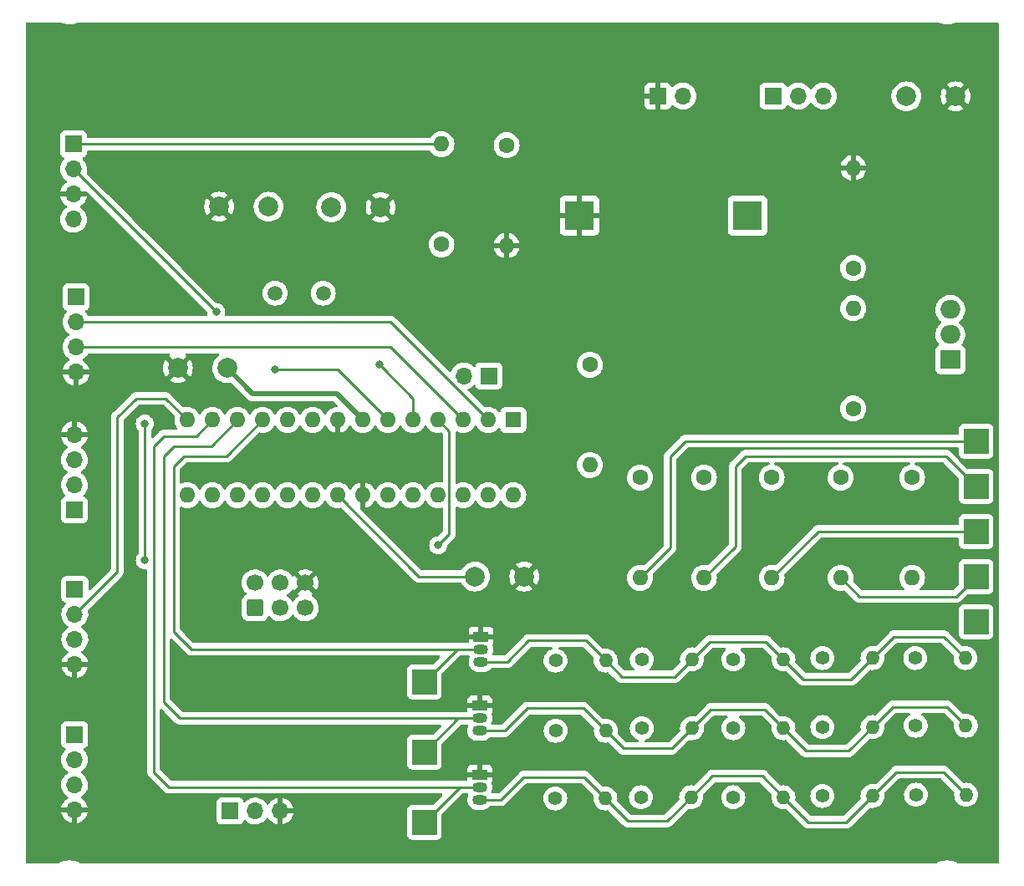
<source format=gbl>
G04 #@! TF.GenerationSoftware,KiCad,Pcbnew,(6.0.10-0)*
G04 #@! TF.CreationDate,2023-03-02T00:17:38-06:00*
G04 #@! TF.ProjectId,445_board,3434355f-626f-4617-9264-2e6b69636164,rev?*
G04 #@! TF.SameCoordinates,Original*
G04 #@! TF.FileFunction,Copper,L2,Bot*
G04 #@! TF.FilePolarity,Positive*
%FSLAX46Y46*%
G04 Gerber Fmt 4.6, Leading zero omitted, Abs format (unit mm)*
G04 Created by KiCad (PCBNEW (6.0.10-0)) date 2023-03-02 00:17:38*
%MOMM*%
%LPD*%
G01*
G04 APERTURE LIST*
G04 Aperture macros list*
%AMRoundRect*
0 Rectangle with rounded corners*
0 $1 Rounding radius*
0 $2 $3 $4 $5 $6 $7 $8 $9 X,Y pos of 4 corners*
0 Add a 4 corners polygon primitive as box body*
4,1,4,$2,$3,$4,$5,$6,$7,$8,$9,$2,$3,0*
0 Add four circle primitives for the rounded corners*
1,1,$1+$1,$2,$3*
1,1,$1+$1,$4,$5*
1,1,$1+$1,$6,$7*
1,1,$1+$1,$8,$9*
0 Add four rect primitives between the rounded corners*
20,1,$1+$1,$2,$3,$4,$5,0*
20,1,$1+$1,$4,$5,$6,$7,0*
20,1,$1+$1,$6,$7,$8,$9,0*
20,1,$1+$1,$8,$9,$2,$3,0*%
G04 Aperture macros list end*
G04 #@! TA.AperFunction,ComponentPad*
%ADD10R,2.500000X2.500000*%
G04 #@! TD*
G04 #@! TA.AperFunction,ComponentPad*
%ADD11C,1.600000*%
G04 #@! TD*
G04 #@! TA.AperFunction,ComponentPad*
%ADD12O,1.600000X1.600000*%
G04 #@! TD*
G04 #@! TA.AperFunction,ComponentPad*
%ADD13C,2.000000*%
G04 #@! TD*
G04 #@! TA.AperFunction,ComponentPad*
%ADD14C,1.400000*%
G04 #@! TD*
G04 #@! TA.AperFunction,ComponentPad*
%ADD15O,1.400000X1.400000*%
G04 #@! TD*
G04 #@! TA.AperFunction,ComponentPad*
%ADD16R,1.700000X1.700000*%
G04 #@! TD*
G04 #@! TA.AperFunction,ComponentPad*
%ADD17O,1.700000X1.700000*%
G04 #@! TD*
G04 #@! TA.AperFunction,ComponentPad*
%ADD18C,1.500000*%
G04 #@! TD*
G04 #@! TA.AperFunction,ComponentPad*
%ADD19R,3.000000X3.000000*%
G04 #@! TD*
G04 #@! TA.AperFunction,ComponentPad*
%ADD20R,1.500000X1.050000*%
G04 #@! TD*
G04 #@! TA.AperFunction,ComponentPad*
%ADD21O,1.500000X1.050000*%
G04 #@! TD*
G04 #@! TA.AperFunction,ComponentPad*
%ADD22R,1.600000X1.600000*%
G04 #@! TD*
G04 #@! TA.AperFunction,ComponentPad*
%ADD23RoundRect,0.250000X0.600000X-0.600000X0.600000X0.600000X-0.600000X0.600000X-0.600000X-0.600000X0*%
G04 #@! TD*
G04 #@! TA.AperFunction,ComponentPad*
%ADD24C,1.700000*%
G04 #@! TD*
G04 #@! TA.AperFunction,ComponentPad*
%ADD25R,2.000000X1.905000*%
G04 #@! TD*
G04 #@! TA.AperFunction,ComponentPad*
%ADD26O,2.000000X1.905000*%
G04 #@! TD*
G04 #@! TA.AperFunction,ViaPad*
%ADD27C,0.800000*%
G04 #@! TD*
G04 #@! TA.AperFunction,Conductor*
%ADD28C,0.254000*%
G04 #@! TD*
G04 #@! TA.AperFunction,Conductor*
%ADD29C,0.508000*%
G04 #@! TD*
G04 #@! TA.AperFunction,Conductor*
%ADD30C,0.250000*%
G04 #@! TD*
G04 APERTURE END LIST*
D10*
X200152000Y-119888000D03*
D11*
X161036000Y-93853000D03*
D12*
X161036000Y-104013000D03*
D11*
X146000000Y-81680000D03*
D12*
X146000000Y-71520000D03*
D13*
X123484000Y-77851000D03*
X128484000Y-77851000D03*
D14*
X157530000Y-137795000D03*
D15*
X162610000Y-137795000D03*
D13*
X154392000Y-115316000D03*
X149392000Y-115316000D03*
D11*
X187706000Y-84074000D03*
D12*
X187706000Y-73914000D03*
D14*
X166196000Y-137668000D03*
D15*
X171276000Y-137668000D03*
D14*
X175564000Y-137668000D03*
D15*
X180644000Y-137668000D03*
D16*
X124587000Y-139065000D03*
D17*
X127127000Y-139065000D03*
X129667000Y-139065000D03*
D14*
X184581000Y-130556000D03*
D15*
X189661000Y-130556000D03*
D13*
X119300000Y-94200000D03*
X124300000Y-94200000D03*
D16*
X108991000Y-87005000D03*
D17*
X108991000Y-89545000D03*
X108991000Y-92085000D03*
X108991000Y-94625000D03*
D16*
X179593000Y-66650000D03*
D17*
X182133000Y-66650000D03*
X184673000Y-66650000D03*
D18*
X129150000Y-86600000D03*
X134030000Y-86600000D03*
D19*
X159982000Y-78750000D03*
D14*
X194053000Y-137414000D03*
D15*
X199133000Y-137414000D03*
D10*
X144272000Y-125984000D03*
D14*
X157550000Y-123825000D03*
D15*
X162630000Y-123825000D03*
D14*
X175564000Y-123698000D03*
D15*
X180644000Y-123698000D03*
D14*
X166293000Y-130683000D03*
D15*
X171373000Y-130683000D03*
D14*
X194033000Y-130429000D03*
D15*
X199113000Y-130429000D03*
D10*
X200152000Y-115316000D03*
D11*
X186436000Y-105283000D03*
D12*
X186436000Y-115443000D03*
D20*
X149881000Y-135382000D03*
D21*
X149881000Y-136652000D03*
X149881000Y-137922000D03*
D14*
X193989000Y-123571000D03*
D15*
X199069000Y-123571000D03*
D16*
X150800000Y-95000000D03*
D17*
X148260000Y-95000000D03*
D22*
X153279000Y-99451000D03*
D12*
X150739000Y-99451000D03*
X148199000Y-99451000D03*
X145659000Y-99451000D03*
X143119000Y-99451000D03*
X140579000Y-99451000D03*
X138039000Y-99451000D03*
X135499000Y-99451000D03*
X132959000Y-99451000D03*
X130419000Y-99451000D03*
X127879000Y-99451000D03*
X125339000Y-99451000D03*
X122799000Y-99451000D03*
X120259000Y-99451000D03*
X120259000Y-107071000D03*
X122799000Y-107071000D03*
X125339000Y-107071000D03*
X127879000Y-107071000D03*
X130419000Y-107071000D03*
X132959000Y-107071000D03*
X135499000Y-107071000D03*
X138039000Y-107071000D03*
X140579000Y-107071000D03*
X143119000Y-107071000D03*
X145659000Y-107071000D03*
X148199000Y-107071000D03*
X150739000Y-107071000D03*
X153279000Y-107071000D03*
D14*
X157563000Y-130937000D03*
D15*
X162643000Y-130937000D03*
D23*
X127127000Y-118491000D03*
D24*
X127127000Y-115951000D03*
X129667000Y-118491000D03*
X129667000Y-115951000D03*
X132207000Y-118491000D03*
X132207000Y-115951000D03*
D11*
X179451000Y-105283000D03*
D12*
X179451000Y-115443000D03*
D10*
X200152000Y-106172000D03*
D11*
X193675000Y-105283000D03*
D12*
X193675000Y-115443000D03*
D14*
X175564000Y-130683000D03*
D15*
X180644000Y-130683000D03*
D14*
X184581000Y-123571000D03*
D15*
X189661000Y-123571000D03*
D10*
X144272000Y-133096000D03*
X200152000Y-110744000D03*
D14*
X184581000Y-137541000D03*
D15*
X189661000Y-137541000D03*
D16*
X167914000Y-66650000D03*
D17*
X170454000Y-66650000D03*
D11*
X166116000Y-105283000D03*
D12*
X166116000Y-115443000D03*
D20*
X150008000Y-121412000D03*
D21*
X150008000Y-122682000D03*
X150008000Y-123952000D03*
D13*
X134847000Y-77904000D03*
X139847000Y-77904000D03*
D16*
X108864000Y-116596000D03*
D17*
X108864000Y-119136000D03*
X108864000Y-121676000D03*
X108864000Y-124216000D03*
D16*
X108737000Y-71511000D03*
D17*
X108737000Y-74051000D03*
X108737000Y-76591000D03*
X108737000Y-79131000D03*
D11*
X187706000Y-98298000D03*
D12*
X187706000Y-88138000D03*
D19*
X177000000Y-78750000D03*
D16*
X108839000Y-131328000D03*
D17*
X108839000Y-133868000D03*
X108839000Y-136408000D03*
X108839000Y-138948000D03*
D13*
X193080000Y-66675000D03*
X198080000Y-66675000D03*
D20*
X149881000Y-128397000D03*
D21*
X149881000Y-129667000D03*
X149881000Y-130937000D03*
D16*
X108814000Y-108575000D03*
D17*
X108814000Y-106035000D03*
X108814000Y-103495000D03*
X108814000Y-100955000D03*
D11*
X172593000Y-105283000D03*
D12*
X172593000Y-115443000D03*
D25*
X197541000Y-93345000D03*
D26*
X197541000Y-90805000D03*
X197541000Y-88265000D03*
D10*
X144272000Y-140208000D03*
D11*
X152600000Y-71628000D03*
D12*
X152600000Y-81788000D03*
D10*
X200152000Y-101600000D03*
D14*
X166293000Y-123698000D03*
D15*
X171373000Y-123698000D03*
D27*
X172720000Y-96520000D03*
X115951000Y-99822000D03*
X115951000Y-113665000D03*
X145669000Y-112141000D03*
X123190000Y-88519000D03*
X129159000Y-94361000D03*
X139700000Y-93853000D03*
D28*
X149392000Y-115316000D02*
X143744000Y-115316000D01*
X143744000Y-115316000D02*
X135499000Y-107071000D01*
D29*
X138039000Y-99451000D02*
X135388000Y-96800000D01*
X135388000Y-96800000D02*
X126900000Y-96800000D01*
X126900000Y-96800000D02*
X124300000Y-94200000D01*
D30*
X115951000Y-99822000D02*
X115951000Y-113665000D01*
X113157000Y-114843000D02*
X113157000Y-99187000D01*
X113157000Y-99187000D02*
X115062000Y-97282000D01*
X118090000Y-97282000D02*
X120259000Y-99451000D01*
X108864000Y-119136000D02*
X113157000Y-114843000D01*
X115062000Y-97282000D02*
X118090000Y-97282000D01*
D28*
X146786000Y-100578000D02*
X145659000Y-99451000D01*
X146786000Y-111024000D02*
X146786000Y-100578000D01*
X145669000Y-112141000D02*
X146786000Y-111024000D01*
X108991000Y-89545000D02*
X140833000Y-89545000D01*
X140833000Y-89545000D02*
X150739000Y-99451000D01*
X108991000Y-92085000D02*
X140833000Y-92085000D01*
X140833000Y-92085000D02*
X148199000Y-99451000D01*
D30*
X144291000Y-71520000D02*
X146000000Y-71520000D01*
X144282000Y-71511000D02*
X144291000Y-71520000D01*
X108737000Y-71511000D02*
X144282000Y-71511000D01*
D28*
X135489000Y-94361000D02*
X140579000Y-99451000D01*
X123190000Y-88504000D02*
X123190000Y-88519000D01*
X129159000Y-94361000D02*
X135489000Y-94361000D01*
X108737000Y-74051000D02*
X123190000Y-88504000D01*
D30*
X117856000Y-128016000D02*
X118745000Y-128905000D01*
X117856000Y-103124000D02*
X117856000Y-128016000D01*
D28*
X119507000Y-129667000D02*
X118745000Y-128905000D01*
X149881000Y-129667000D02*
X119507000Y-129667000D01*
D30*
X125339000Y-99451000D02*
X122682000Y-102108000D01*
X118872000Y-102108000D02*
X117856000Y-103124000D01*
X122682000Y-102108000D02*
X118872000Y-102108000D01*
D28*
X147701000Y-129667000D02*
X144272000Y-133096000D01*
X149881000Y-129667000D02*
X147701000Y-129667000D01*
X180644000Y-130683000D02*
X182930000Y-132969000D01*
X182930000Y-132969000D02*
X187248000Y-132969000D01*
X154686000Y-128651000D02*
X160357000Y-128651000D01*
X189661000Y-130556000D02*
X191693000Y-128524000D01*
X173278000Y-128778000D02*
X178739000Y-128778000D01*
X164421000Y-132715000D02*
X169341000Y-132715000D01*
X191693000Y-128524000D02*
X197208000Y-128524000D01*
X171373000Y-130683000D02*
X173278000Y-128778000D01*
X152400000Y-130937000D02*
X154686000Y-128651000D01*
X162643000Y-130937000D02*
X164421000Y-132715000D01*
X169341000Y-132715000D02*
X171373000Y-130683000D01*
X197208000Y-128524000D02*
X199113000Y-130429000D01*
X149881000Y-130937000D02*
X152400000Y-130937000D01*
X160357000Y-128651000D02*
X162643000Y-130937000D01*
X178739000Y-128778000D02*
X180644000Y-130683000D01*
X187248000Y-132969000D02*
X189661000Y-130556000D01*
X147828000Y-136652000D02*
X144272000Y-140208000D01*
D30*
X116840000Y-102108000D02*
X116840000Y-135128000D01*
D28*
X118364000Y-136652000D02*
X117538500Y-135826500D01*
X149881000Y-136652000D02*
X118364000Y-136652000D01*
D30*
X117856000Y-101092000D02*
X116840000Y-102108000D01*
X122799000Y-99451000D02*
X121158000Y-101092000D01*
X121158000Y-101092000D02*
X117856000Y-101092000D01*
X116840000Y-135128000D02*
X117538500Y-135826500D01*
D28*
X149881000Y-136652000D02*
X147828000Y-136652000D01*
X152019000Y-137922000D02*
X154305000Y-135636000D01*
X164896000Y-140081000D02*
X168863000Y-140081000D01*
X192074000Y-135128000D02*
X196847000Y-135128000D01*
X154305000Y-135636000D02*
X160451000Y-135636000D01*
X180644000Y-137668000D02*
X183184000Y-140208000D01*
X162610000Y-137795000D02*
X164896000Y-140081000D01*
X196847000Y-135128000D02*
X199133000Y-137414000D01*
X189661000Y-137541000D02*
X192074000Y-135128000D01*
X186994000Y-140208000D02*
X189661000Y-137541000D01*
X183184000Y-140208000D02*
X186994000Y-140208000D01*
X160451000Y-135636000D02*
X162610000Y-137795000D01*
X173435000Y-135509000D02*
X178485000Y-135509000D01*
X149881000Y-137922000D02*
X152019000Y-137922000D01*
X168863000Y-140081000D02*
X171276000Y-137668000D01*
X178485000Y-135509000D02*
X180644000Y-137668000D01*
X171276000Y-137668000D02*
X173435000Y-135509000D01*
X126238000Y-122682000D02*
X147574000Y-122682000D01*
D30*
X118872000Y-104140000D02*
X118872000Y-120904000D01*
X118872000Y-120904000D02*
X120650000Y-122682000D01*
X124206000Y-103124000D02*
X119888000Y-103124000D01*
X127879000Y-99451000D02*
X124206000Y-103124000D01*
X119888000Y-103124000D02*
X118872000Y-104140000D01*
D28*
X144272000Y-125984000D02*
X147574000Y-122682000D01*
X147574000Y-122682000D02*
X150008000Y-122682000D01*
D30*
X120650000Y-122682000D02*
X126238000Y-122682000D01*
D28*
X160598000Y-121793000D02*
X162630000Y-123825000D01*
X187502000Y-125730000D02*
X189661000Y-123571000D01*
X191820000Y-121412000D02*
X196910000Y-121412000D01*
X162630000Y-123825000D02*
X164281000Y-125476000D01*
X180644000Y-123698000D02*
X182676000Y-125730000D01*
X189661000Y-123571000D02*
X191820000Y-121412000D01*
X182676000Y-125730000D02*
X187502000Y-125730000D01*
X154813000Y-121793000D02*
X160598000Y-121793000D01*
X169595000Y-125476000D02*
X171373000Y-123698000D01*
X164281000Y-125476000D02*
X169595000Y-125476000D01*
X150008000Y-123952000D02*
X152654000Y-123952000D01*
X171373000Y-123698000D02*
X173151000Y-121920000D01*
X178866000Y-121920000D02*
X180644000Y-123698000D01*
X173151000Y-121920000D02*
X178866000Y-121920000D01*
X196910000Y-121412000D02*
X199069000Y-123571000D01*
X152654000Y-123952000D02*
X154813000Y-121793000D01*
X143119000Y-97272000D02*
X140208000Y-94361000D01*
X143119000Y-99451000D02*
X143119000Y-97272000D01*
X140208000Y-94361000D02*
X139700000Y-93853000D01*
X166116000Y-115443000D02*
X169164000Y-112395000D01*
X169164000Y-103124000D02*
X170688000Y-101600000D01*
X170688000Y-101600000D02*
X200152000Y-101600000D01*
X169164000Y-112395000D02*
X169164000Y-103124000D01*
X175768000Y-112268000D02*
X175768000Y-104140000D01*
X175768000Y-104140000D02*
X176784000Y-103124000D01*
X176784000Y-103124000D02*
X197104000Y-103124000D01*
X197104000Y-103124000D02*
X200152000Y-106172000D01*
X172593000Y-115443000D02*
X175768000Y-112268000D01*
X184150000Y-110744000D02*
X200152000Y-110744000D01*
X179451000Y-115443000D02*
X184150000Y-110744000D01*
X198120000Y-117348000D02*
X200152000Y-115316000D01*
X188341000Y-117348000D02*
X198120000Y-117348000D01*
X186436000Y-115443000D02*
X188341000Y-117348000D01*
G04 #@! TA.AperFunction,Conductor*
G36*
X107450491Y-59196646D02*
G01*
X107467596Y-59205703D01*
X107467606Y-59205708D01*
X107471392Y-59207712D01*
X107741373Y-59306511D01*
X108022264Y-59367755D01*
X108050841Y-59370004D01*
X108245282Y-59385307D01*
X108245291Y-59385307D01*
X108247739Y-59385500D01*
X108403271Y-59385500D01*
X108405407Y-59385354D01*
X108405418Y-59385354D01*
X108613548Y-59371165D01*
X108613554Y-59371164D01*
X108617825Y-59370873D01*
X108622020Y-59370004D01*
X108622022Y-59370004D01*
X108758584Y-59341723D01*
X108899342Y-59312574D01*
X109170343Y-59216607D01*
X109174152Y-59214641D01*
X109174159Y-59214638D01*
X109210204Y-59196034D01*
X109267993Y-59182000D01*
X196291532Y-59182000D01*
X196350491Y-59196646D01*
X196367596Y-59205703D01*
X196367606Y-59205708D01*
X196371392Y-59207712D01*
X196641373Y-59306511D01*
X196922264Y-59367755D01*
X196950841Y-59370004D01*
X197145282Y-59385307D01*
X197145291Y-59385307D01*
X197147739Y-59385500D01*
X197303271Y-59385500D01*
X197305407Y-59385354D01*
X197305418Y-59385354D01*
X197513548Y-59371165D01*
X197513554Y-59371164D01*
X197517825Y-59370873D01*
X197522020Y-59370004D01*
X197522022Y-59370004D01*
X197658584Y-59341723D01*
X197799342Y-59312574D01*
X198070343Y-59216607D01*
X198074152Y-59214641D01*
X198074159Y-59214638D01*
X198110204Y-59196034D01*
X198167993Y-59182000D01*
X202311500Y-59182000D01*
X202379621Y-59202002D01*
X202426114Y-59255658D01*
X202437500Y-59308000D01*
X202437500Y-144273000D01*
X202417498Y-144341121D01*
X202363842Y-144387614D01*
X202311500Y-144399000D01*
X198409352Y-144399000D01*
X198344791Y-144380610D01*
X198344683Y-144380814D01*
X198343726Y-144380307D01*
X198343725Y-144380307D01*
X198090608Y-144246288D01*
X197820627Y-144147489D01*
X197539736Y-144086245D01*
X197508685Y-144083801D01*
X197316718Y-144068693D01*
X197316709Y-144068693D01*
X197314261Y-144068500D01*
X197158729Y-144068500D01*
X197156593Y-144068646D01*
X197156582Y-144068646D01*
X196948452Y-144082835D01*
X196948446Y-144082836D01*
X196944175Y-144083127D01*
X196939980Y-144083996D01*
X196939978Y-144083996D01*
X196803416Y-144112277D01*
X196662658Y-144141426D01*
X196391657Y-144237393D01*
X196136188Y-144369250D01*
X196132687Y-144371711D01*
X196132683Y-144371713D01*
X196126460Y-144376087D01*
X196054009Y-144399000D01*
X109509352Y-144399000D01*
X109444791Y-144380610D01*
X109444683Y-144380814D01*
X109443726Y-144380307D01*
X109443725Y-144380307D01*
X109190608Y-144246288D01*
X108920627Y-144147489D01*
X108639736Y-144086245D01*
X108608685Y-144083801D01*
X108416718Y-144068693D01*
X108416709Y-144068693D01*
X108414261Y-144068500D01*
X108258729Y-144068500D01*
X108256593Y-144068646D01*
X108256582Y-144068646D01*
X108048452Y-144082835D01*
X108048446Y-144082836D01*
X108044175Y-144083127D01*
X108039980Y-144083996D01*
X108039978Y-144083996D01*
X107903416Y-144112277D01*
X107762658Y-144141426D01*
X107491657Y-144237393D01*
X107236188Y-144369250D01*
X107232687Y-144371711D01*
X107232683Y-144371713D01*
X107226460Y-144376087D01*
X107154009Y-144399000D01*
X104012500Y-144399000D01*
X103944379Y-144378998D01*
X103897886Y-144325342D01*
X103886500Y-144273000D01*
X103886500Y-139215966D01*
X107507257Y-139215966D01*
X107537565Y-139350446D01*
X107540645Y-139360275D01*
X107620770Y-139557603D01*
X107625413Y-139566794D01*
X107736694Y-139748388D01*
X107742777Y-139756699D01*
X107882213Y-139917667D01*
X107889580Y-139924883D01*
X108053434Y-140060916D01*
X108061881Y-140066831D01*
X108245756Y-140174279D01*
X108255042Y-140178729D01*
X108454001Y-140254703D01*
X108463899Y-140257579D01*
X108567250Y-140278606D01*
X108581299Y-140277410D01*
X108585000Y-140267065D01*
X108585000Y-140266517D01*
X109093000Y-140266517D01*
X109097064Y-140280359D01*
X109110478Y-140282393D01*
X109117184Y-140281534D01*
X109127262Y-140279392D01*
X109331255Y-140218191D01*
X109340842Y-140214433D01*
X109532095Y-140120739D01*
X109540945Y-140115464D01*
X109714328Y-139991792D01*
X109722200Y-139985139D01*
X109744282Y-139963134D01*
X123228500Y-139963134D01*
X123235255Y-140025316D01*
X123286385Y-140161705D01*
X123373739Y-140278261D01*
X123490295Y-140365615D01*
X123626684Y-140416745D01*
X123688866Y-140423500D01*
X125485134Y-140423500D01*
X125547316Y-140416745D01*
X125683705Y-140365615D01*
X125800261Y-140278261D01*
X125887615Y-140161705D01*
X125892346Y-140149086D01*
X125931598Y-140044382D01*
X125974240Y-139987618D01*
X126040802Y-139962918D01*
X126110150Y-139978126D01*
X126144817Y-140006114D01*
X126173250Y-140038938D01*
X126345126Y-140181632D01*
X126538000Y-140294338D01*
X126746692Y-140374030D01*
X126751760Y-140375061D01*
X126751763Y-140375062D01*
X126846862Y-140394410D01*
X126965597Y-140418567D01*
X126970772Y-140418757D01*
X126970774Y-140418757D01*
X127183673Y-140426564D01*
X127183677Y-140426564D01*
X127188837Y-140426753D01*
X127193957Y-140426097D01*
X127193959Y-140426097D01*
X127405288Y-140399025D01*
X127405289Y-140399025D01*
X127410416Y-140398368D01*
X127415366Y-140396883D01*
X127619429Y-140335661D01*
X127619434Y-140335659D01*
X127624384Y-140334174D01*
X127824994Y-140235896D01*
X128006860Y-140106173D01*
X128052276Y-140060916D01*
X128150616Y-139962918D01*
X128165096Y-139948489D01*
X128295453Y-139767077D01*
X128296640Y-139767930D01*
X128343960Y-139724362D01*
X128413897Y-139712145D01*
X128479338Y-139739678D01*
X128507166Y-139771511D01*
X128564694Y-139865388D01*
X128570777Y-139873699D01*
X128710213Y-140034667D01*
X128717580Y-140041883D01*
X128881434Y-140177916D01*
X128889881Y-140183831D01*
X129073756Y-140291279D01*
X129083042Y-140295729D01*
X129282001Y-140371703D01*
X129291899Y-140374579D01*
X129395250Y-140395606D01*
X129409299Y-140394410D01*
X129413000Y-140384065D01*
X129413000Y-140383517D01*
X129921000Y-140383517D01*
X129925064Y-140397359D01*
X129938478Y-140399393D01*
X129945184Y-140398534D01*
X129955262Y-140396392D01*
X130159255Y-140335191D01*
X130168842Y-140331433D01*
X130360095Y-140237739D01*
X130368945Y-140232464D01*
X130542328Y-140108792D01*
X130550200Y-140102139D01*
X130701052Y-139951812D01*
X130707730Y-139943965D01*
X130832003Y-139771020D01*
X130837313Y-139762183D01*
X130931670Y-139571267D01*
X130935469Y-139561672D01*
X130997377Y-139357910D01*
X130999555Y-139347837D01*
X131000986Y-139336962D01*
X130998775Y-139322778D01*
X130985617Y-139319000D01*
X129939115Y-139319000D01*
X129923876Y-139323475D01*
X129922671Y-139324865D01*
X129921000Y-139332548D01*
X129921000Y-140383517D01*
X129413000Y-140383517D01*
X129413000Y-138792885D01*
X129921000Y-138792885D01*
X129925475Y-138808124D01*
X129926865Y-138809329D01*
X129934548Y-138811000D01*
X130985344Y-138811000D01*
X130998875Y-138807027D01*
X131000180Y-138797947D01*
X130958214Y-138630875D01*
X130954894Y-138621124D01*
X130869972Y-138425814D01*
X130865105Y-138416739D01*
X130749426Y-138237926D01*
X130743136Y-138229757D01*
X130599806Y-138072240D01*
X130592273Y-138065215D01*
X130425139Y-137933222D01*
X130416552Y-137927517D01*
X130230117Y-137824599D01*
X130220705Y-137820369D01*
X130019959Y-137749280D01*
X130009988Y-137746646D01*
X129938837Y-137733972D01*
X129925540Y-137735432D01*
X129921000Y-137749989D01*
X129921000Y-138792885D01*
X129413000Y-138792885D01*
X129413000Y-137748102D01*
X129409082Y-137734758D01*
X129394806Y-137732771D01*
X129356324Y-137738660D01*
X129346288Y-137741051D01*
X129143868Y-137807212D01*
X129134359Y-137811209D01*
X128945463Y-137909542D01*
X128936738Y-137915036D01*
X128766433Y-138042905D01*
X128758726Y-138049748D01*
X128611590Y-138203717D01*
X128605109Y-138211722D01*
X128500498Y-138365074D01*
X128445587Y-138410076D01*
X128375062Y-138418247D01*
X128311315Y-138386993D01*
X128290618Y-138362509D01*
X128209822Y-138237617D01*
X128209820Y-138237614D01*
X128207014Y-138233277D01*
X128056670Y-138068051D01*
X128052619Y-138064852D01*
X128052615Y-138064848D01*
X127885414Y-137932800D01*
X127885410Y-137932798D01*
X127881359Y-137929598D01*
X127865585Y-137920890D01*
X127802651Y-137886149D01*
X127685789Y-137821638D01*
X127680920Y-137819914D01*
X127680916Y-137819912D01*
X127480087Y-137748795D01*
X127480083Y-137748794D01*
X127475212Y-137747069D01*
X127470119Y-137746162D01*
X127470116Y-137746161D01*
X127260373Y-137708800D01*
X127260367Y-137708799D01*
X127255284Y-137707894D01*
X127181452Y-137706992D01*
X127037081Y-137705228D01*
X127037079Y-137705228D01*
X127031911Y-137705165D01*
X126811091Y-137738955D01*
X126598756Y-137808357D01*
X126400607Y-137911507D01*
X126396474Y-137914610D01*
X126396471Y-137914612D01*
X126255364Y-138020558D01*
X126221965Y-138045635D01*
X126146951Y-138124133D01*
X126141283Y-138130064D01*
X126079759Y-138165494D01*
X126008846Y-138162037D01*
X125951060Y-138120791D01*
X125932207Y-138087243D01*
X125890767Y-137976703D01*
X125887615Y-137968295D01*
X125800261Y-137851739D01*
X125683705Y-137764385D01*
X125547316Y-137713255D01*
X125485134Y-137706500D01*
X123688866Y-137706500D01*
X123626684Y-137713255D01*
X123490295Y-137764385D01*
X123373739Y-137851739D01*
X123286385Y-137968295D01*
X123235255Y-138104684D01*
X123228500Y-138166866D01*
X123228500Y-139963134D01*
X109744282Y-139963134D01*
X109873052Y-139834812D01*
X109879730Y-139826965D01*
X110004003Y-139654020D01*
X110009313Y-139645183D01*
X110103670Y-139454267D01*
X110107469Y-139444672D01*
X110169377Y-139240910D01*
X110171555Y-139230837D01*
X110172986Y-139219962D01*
X110170775Y-139205778D01*
X110157617Y-139202000D01*
X109111115Y-139202000D01*
X109095876Y-139206475D01*
X109094671Y-139207865D01*
X109093000Y-139215548D01*
X109093000Y-140266517D01*
X108585000Y-140266517D01*
X108585000Y-139220115D01*
X108580525Y-139204876D01*
X108579135Y-139203671D01*
X108571452Y-139202000D01*
X107522225Y-139202000D01*
X107508694Y-139205973D01*
X107507257Y-139215966D01*
X103886500Y-139215966D01*
X103886500Y-136374695D01*
X107476251Y-136374695D01*
X107476548Y-136379848D01*
X107476548Y-136379851D01*
X107483105Y-136493566D01*
X107489110Y-136597715D01*
X107490247Y-136602761D01*
X107490248Y-136602767D01*
X107504359Y-136665378D01*
X107538222Y-136815639D01*
X107622266Y-137022616D01*
X107624965Y-137027020D01*
X107734949Y-137206498D01*
X107738987Y-137213088D01*
X107885250Y-137381938D01*
X108057126Y-137524632D01*
X108085137Y-137541000D01*
X108130955Y-137567774D01*
X108179679Y-137619412D01*
X108192750Y-137689195D01*
X108166019Y-137754967D01*
X108125562Y-137788327D01*
X108117457Y-137792546D01*
X108108738Y-137798036D01*
X107938433Y-137925905D01*
X107930726Y-137932748D01*
X107783590Y-138086717D01*
X107777104Y-138094727D01*
X107657098Y-138270649D01*
X107652000Y-138279623D01*
X107562338Y-138472783D01*
X107558775Y-138482470D01*
X107503389Y-138682183D01*
X107504912Y-138690607D01*
X107517292Y-138694000D01*
X110157344Y-138694000D01*
X110170875Y-138690027D01*
X110172180Y-138680947D01*
X110130214Y-138513875D01*
X110126894Y-138504124D01*
X110041972Y-138308814D01*
X110037105Y-138299739D01*
X109921426Y-138120926D01*
X109915136Y-138112757D01*
X109771806Y-137955240D01*
X109764273Y-137948215D01*
X109597139Y-137816222D01*
X109588556Y-137810520D01*
X109551602Y-137790120D01*
X109501631Y-137739687D01*
X109486859Y-137670245D01*
X109511975Y-137603839D01*
X109539327Y-137577232D01*
X109582447Y-137546475D01*
X109718860Y-137449173D01*
X109877096Y-137291489D01*
X109896873Y-137263967D01*
X110004435Y-137114277D01*
X110007453Y-137110077D01*
X110019914Y-137084865D01*
X110104136Y-136914453D01*
X110104137Y-136914451D01*
X110106430Y-136909811D01*
X110138901Y-136802937D01*
X110169865Y-136701023D01*
X110169865Y-136701021D01*
X110171370Y-136696069D01*
X110200529Y-136474590D01*
X110200999Y-136455363D01*
X110202074Y-136411365D01*
X110202074Y-136411361D01*
X110202156Y-136408000D01*
X110183852Y-136185361D01*
X110129431Y-135968702D01*
X110040354Y-135763840D01*
X109958732Y-135637671D01*
X109921822Y-135580617D01*
X109921820Y-135580614D01*
X109919014Y-135576277D01*
X109768670Y-135411051D01*
X109764619Y-135407852D01*
X109764615Y-135407848D01*
X109597414Y-135275800D01*
X109597410Y-135275798D01*
X109593359Y-135272598D01*
X109552053Y-135249796D01*
X109502084Y-135199364D01*
X109487312Y-135129921D01*
X109512428Y-135063516D01*
X109539780Y-135036909D01*
X109590128Y-135000996D01*
X109718860Y-134909173D01*
X109725557Y-134902500D01*
X109873435Y-134755137D01*
X109877096Y-134751489D01*
X109934521Y-134671574D01*
X110004435Y-134574277D01*
X110007453Y-134570077D01*
X110012913Y-134559031D01*
X110104136Y-134374453D01*
X110104137Y-134374451D01*
X110106430Y-134369811D01*
X110171370Y-134156069D01*
X110200529Y-133934590D01*
X110202156Y-133868000D01*
X110183852Y-133645361D01*
X110129431Y-133428702D01*
X110040354Y-133223840D01*
X109919014Y-133036277D01*
X109915532Y-133032450D01*
X109771798Y-132874488D01*
X109740746Y-132810642D01*
X109749141Y-132740143D01*
X109794317Y-132685375D01*
X109820761Y-132671706D01*
X109927297Y-132631767D01*
X109935705Y-132628615D01*
X110052261Y-132541261D01*
X110139615Y-132424705D01*
X110190745Y-132288316D01*
X110197500Y-132226134D01*
X110197500Y-130429866D01*
X110190745Y-130367684D01*
X110139615Y-130231295D01*
X110052261Y-130114739D01*
X109935705Y-130027385D01*
X109799316Y-129976255D01*
X109737134Y-129969500D01*
X107940866Y-129969500D01*
X107878684Y-129976255D01*
X107742295Y-130027385D01*
X107625739Y-130114739D01*
X107538385Y-130231295D01*
X107487255Y-130367684D01*
X107480500Y-130429866D01*
X107480500Y-132226134D01*
X107487255Y-132288316D01*
X107538385Y-132424705D01*
X107625739Y-132541261D01*
X107742295Y-132628615D01*
X107750704Y-132631767D01*
X107750705Y-132631768D01*
X107859451Y-132672535D01*
X107916216Y-132715176D01*
X107940916Y-132781738D01*
X107925709Y-132851087D01*
X107906316Y-132877568D01*
X107779629Y-133010138D01*
X107653743Y-133194680D01*
X107612297Y-133283969D01*
X107568973Y-133377303D01*
X107559688Y-133397305D01*
X107499989Y-133612570D01*
X107476251Y-133834695D01*
X107476548Y-133839848D01*
X107476548Y-133839851D01*
X107482011Y-133934590D01*
X107489110Y-134057715D01*
X107490247Y-134062761D01*
X107490248Y-134062767D01*
X107510119Y-134150939D01*
X107538222Y-134275639D01*
X107622266Y-134482616D01*
X107656157Y-134537921D01*
X107724284Y-134649094D01*
X107738987Y-134673088D01*
X107885250Y-134841938D01*
X108057126Y-134984632D01*
X108112945Y-135017250D01*
X108130445Y-135027476D01*
X108179169Y-135079114D01*
X108192240Y-135148897D01*
X108165509Y-135214669D01*
X108125055Y-135248027D01*
X108112607Y-135254507D01*
X108108474Y-135257610D01*
X108108471Y-135257612D01*
X107943344Y-135381593D01*
X107933965Y-135388635D01*
X107930393Y-135392373D01*
X107850294Y-135476192D01*
X107779629Y-135550138D01*
X107776715Y-135554410D01*
X107776714Y-135554411D01*
X107723325Y-135632676D01*
X107653743Y-135734680D01*
X107639029Y-135766379D01*
X107565215Y-135925399D01*
X107559688Y-135937305D01*
X107499989Y-136152570D01*
X107476251Y-136374695D01*
X103886500Y-136374695D01*
X103886500Y-124483966D01*
X107532257Y-124483966D01*
X107562565Y-124618446D01*
X107565645Y-124628275D01*
X107645770Y-124825603D01*
X107650413Y-124834794D01*
X107761694Y-125016388D01*
X107767777Y-125024699D01*
X107907213Y-125185667D01*
X107914580Y-125192883D01*
X108078434Y-125328916D01*
X108086881Y-125334831D01*
X108270756Y-125442279D01*
X108280042Y-125446729D01*
X108479001Y-125522703D01*
X108488899Y-125525579D01*
X108592250Y-125546606D01*
X108606299Y-125545410D01*
X108610000Y-125535065D01*
X108610000Y-125534517D01*
X109118000Y-125534517D01*
X109122064Y-125548359D01*
X109135478Y-125550393D01*
X109142184Y-125549534D01*
X109152262Y-125547392D01*
X109356255Y-125486191D01*
X109365842Y-125482433D01*
X109557095Y-125388739D01*
X109565945Y-125383464D01*
X109739328Y-125259792D01*
X109747200Y-125253139D01*
X109898052Y-125102812D01*
X109904730Y-125094965D01*
X110029003Y-124922020D01*
X110034313Y-124913183D01*
X110128670Y-124722267D01*
X110132469Y-124712672D01*
X110194377Y-124508910D01*
X110196555Y-124498837D01*
X110197986Y-124487962D01*
X110195775Y-124473778D01*
X110182617Y-124470000D01*
X109136115Y-124470000D01*
X109120876Y-124474475D01*
X109119671Y-124475865D01*
X109118000Y-124483548D01*
X109118000Y-125534517D01*
X108610000Y-125534517D01*
X108610000Y-124488115D01*
X108605525Y-124472876D01*
X108604135Y-124471671D01*
X108596452Y-124470000D01*
X107547225Y-124470000D01*
X107533694Y-124473973D01*
X107532257Y-124483966D01*
X103886500Y-124483966D01*
X103886500Y-106001695D01*
X107451251Y-106001695D01*
X107451548Y-106006848D01*
X107451548Y-106006851D01*
X107457011Y-106101590D01*
X107464110Y-106224715D01*
X107465247Y-106229761D01*
X107465248Y-106229767D01*
X107477764Y-106285301D01*
X107513222Y-106442639D01*
X107597266Y-106649616D01*
X107713987Y-106840088D01*
X107860250Y-107008938D01*
X107864230Y-107012242D01*
X107868981Y-107016187D01*
X107908616Y-107075090D01*
X107910113Y-107146071D01*
X107872997Y-107206593D01*
X107832724Y-107231112D01*
X107717295Y-107274385D01*
X107600739Y-107361739D01*
X107513385Y-107478295D01*
X107462255Y-107614684D01*
X107455500Y-107676866D01*
X107455500Y-109473134D01*
X107462255Y-109535316D01*
X107513385Y-109671705D01*
X107600739Y-109788261D01*
X107717295Y-109875615D01*
X107853684Y-109926745D01*
X107915866Y-109933500D01*
X109712134Y-109933500D01*
X109774316Y-109926745D01*
X109910705Y-109875615D01*
X110027261Y-109788261D01*
X110114615Y-109671705D01*
X110165745Y-109535316D01*
X110172500Y-109473134D01*
X110172500Y-107676866D01*
X110165745Y-107614684D01*
X110114615Y-107478295D01*
X110027261Y-107361739D01*
X109910705Y-107274385D01*
X109898132Y-107269672D01*
X109792203Y-107229960D01*
X109735439Y-107187318D01*
X109710739Y-107120756D01*
X109725947Y-107051408D01*
X109747493Y-107022727D01*
X109848435Y-106922137D01*
X109852096Y-106918489D01*
X109911594Y-106835689D01*
X109979435Y-106741277D01*
X109982453Y-106737077D01*
X110039448Y-106621757D01*
X110079136Y-106541453D01*
X110079137Y-106541451D01*
X110081430Y-106536811D01*
X110146370Y-106323069D01*
X110175529Y-106101590D01*
X110177156Y-106035000D01*
X110158852Y-105812361D01*
X110104431Y-105595702D01*
X110015354Y-105390840D01*
X109923404Y-105248707D01*
X109896822Y-105207617D01*
X109896820Y-105207614D01*
X109894014Y-105203277D01*
X109743670Y-105038051D01*
X109739619Y-105034852D01*
X109739615Y-105034848D01*
X109572414Y-104902800D01*
X109572410Y-104902798D01*
X109568359Y-104899598D01*
X109527053Y-104876796D01*
X109477084Y-104826364D01*
X109462312Y-104756921D01*
X109487428Y-104690516D01*
X109514780Y-104663909D01*
X109567575Y-104626251D01*
X109693860Y-104536173D01*
X109852096Y-104378489D01*
X109911594Y-104295689D01*
X109979435Y-104201277D01*
X109982453Y-104197077D01*
X109992913Y-104175914D01*
X110079136Y-104001453D01*
X110079137Y-104001451D01*
X110081430Y-103996811D01*
X110121382Y-103865314D01*
X110144865Y-103788023D01*
X110144865Y-103788021D01*
X110146370Y-103783069D01*
X110175529Y-103561590D01*
X110175611Y-103558240D01*
X110177074Y-103498365D01*
X110177074Y-103498361D01*
X110177156Y-103495000D01*
X110158852Y-103272361D01*
X110104431Y-103055702D01*
X110015354Y-102850840D01*
X109952990Y-102754440D01*
X109896822Y-102667617D01*
X109896820Y-102667614D01*
X109894014Y-102663277D01*
X109743670Y-102498051D01*
X109739619Y-102494852D01*
X109739615Y-102494848D01*
X109572414Y-102362800D01*
X109572410Y-102362798D01*
X109568359Y-102359598D01*
X109526569Y-102336529D01*
X109476598Y-102286097D01*
X109461826Y-102216654D01*
X109486942Y-102150248D01*
X109514294Y-102123641D01*
X109689328Y-101998792D01*
X109697200Y-101992139D01*
X109848052Y-101841812D01*
X109854730Y-101833965D01*
X109979003Y-101661020D01*
X109984313Y-101652183D01*
X110078670Y-101461267D01*
X110082469Y-101451672D01*
X110144377Y-101247910D01*
X110146555Y-101237837D01*
X110147986Y-101226962D01*
X110145775Y-101212778D01*
X110132617Y-101209000D01*
X107497225Y-101209000D01*
X107483694Y-101212973D01*
X107482257Y-101222966D01*
X107512565Y-101357446D01*
X107515645Y-101367275D01*
X107595770Y-101564603D01*
X107600413Y-101573794D01*
X107711694Y-101755388D01*
X107717777Y-101763699D01*
X107857213Y-101924667D01*
X107864580Y-101931883D01*
X108028434Y-102067916D01*
X108036881Y-102073831D01*
X108105969Y-102114203D01*
X108154693Y-102165842D01*
X108167764Y-102235625D01*
X108141033Y-102301396D01*
X108100584Y-102334752D01*
X108087607Y-102341507D01*
X108083474Y-102344610D01*
X108083471Y-102344612D01*
X107913100Y-102472530D01*
X107908965Y-102475635D01*
X107874186Y-102512029D01*
X107764566Y-102626740D01*
X107754629Y-102637138D01*
X107751715Y-102641410D01*
X107751714Y-102641411D01*
X107698475Y-102719457D01*
X107628743Y-102821680D01*
X107594302Y-102895878D01*
X107541004Y-103010699D01*
X107534688Y-103024305D01*
X107474989Y-103239570D01*
X107451251Y-103461695D01*
X107451548Y-103466848D01*
X107451548Y-103466851D01*
X107463774Y-103678890D01*
X107464110Y-103684715D01*
X107465247Y-103689761D01*
X107465248Y-103689767D01*
X107485883Y-103781329D01*
X107513222Y-103902639D01*
X107597266Y-104109616D01*
X107617816Y-104143151D01*
X107697782Y-104273643D01*
X107713987Y-104300088D01*
X107860250Y-104468938D01*
X108032126Y-104611632D01*
X108049429Y-104621743D01*
X108105445Y-104654476D01*
X108154169Y-104706114D01*
X108167240Y-104775897D01*
X108140509Y-104841669D01*
X108100055Y-104875027D01*
X108087607Y-104881507D01*
X108083474Y-104884610D01*
X108083471Y-104884612D01*
X108059247Y-104902800D01*
X107908965Y-105015635D01*
X107754629Y-105177138D01*
X107628743Y-105361680D01*
X107613003Y-105395590D01*
X107561935Y-105505607D01*
X107534688Y-105564305D01*
X107474989Y-105779570D01*
X107451251Y-106001695D01*
X103886500Y-106001695D01*
X103886500Y-100689183D01*
X107478389Y-100689183D01*
X107479912Y-100697607D01*
X107492292Y-100701000D01*
X108541885Y-100701000D01*
X108557124Y-100696525D01*
X108558329Y-100695135D01*
X108560000Y-100687452D01*
X108560000Y-100682885D01*
X109068000Y-100682885D01*
X109072475Y-100698124D01*
X109073865Y-100699329D01*
X109081548Y-100701000D01*
X110132344Y-100701000D01*
X110145875Y-100697027D01*
X110147180Y-100687947D01*
X110105214Y-100520875D01*
X110101894Y-100511124D01*
X110016972Y-100315814D01*
X110012105Y-100306739D01*
X109896426Y-100127926D01*
X109890136Y-100119757D01*
X109746806Y-99962240D01*
X109739273Y-99955215D01*
X109572139Y-99823222D01*
X109563552Y-99817517D01*
X109377117Y-99714599D01*
X109367705Y-99710369D01*
X109166959Y-99639280D01*
X109156988Y-99636646D01*
X109085837Y-99623972D01*
X109072540Y-99625432D01*
X109068000Y-99639989D01*
X109068000Y-100682885D01*
X108560000Y-100682885D01*
X108560000Y-99638102D01*
X108556082Y-99624758D01*
X108541806Y-99622771D01*
X108503324Y-99628660D01*
X108493288Y-99631051D01*
X108290868Y-99697212D01*
X108281359Y-99701209D01*
X108092463Y-99799542D01*
X108083738Y-99805036D01*
X107913433Y-99932905D01*
X107905726Y-99939748D01*
X107758590Y-100093717D01*
X107752104Y-100101727D01*
X107632098Y-100277649D01*
X107627000Y-100286623D01*
X107537338Y-100479783D01*
X107533775Y-100489470D01*
X107478389Y-100689183D01*
X103886500Y-100689183D01*
X103886500Y-94892966D01*
X107659257Y-94892966D01*
X107689565Y-95027446D01*
X107692645Y-95037275D01*
X107772770Y-95234603D01*
X107777413Y-95243794D01*
X107888694Y-95425388D01*
X107894777Y-95433699D01*
X108034213Y-95594667D01*
X108041580Y-95601883D01*
X108205434Y-95737916D01*
X108213881Y-95743831D01*
X108397756Y-95851279D01*
X108407042Y-95855729D01*
X108606001Y-95931703D01*
X108615899Y-95934579D01*
X108719250Y-95955606D01*
X108733299Y-95954410D01*
X108737000Y-95944065D01*
X108737000Y-95943517D01*
X109245000Y-95943517D01*
X109249064Y-95957359D01*
X109262478Y-95959393D01*
X109269184Y-95958534D01*
X109279262Y-95956392D01*
X109483255Y-95895191D01*
X109492842Y-95891433D01*
X109684095Y-95797739D01*
X109692945Y-95792464D01*
X109866328Y-95668792D01*
X109874200Y-95662139D01*
X110025052Y-95511812D01*
X110031730Y-95503965D01*
X110082960Y-95432670D01*
X118432160Y-95432670D01*
X118437887Y-95440320D01*
X118609042Y-95545205D01*
X118617837Y-95549687D01*
X118827988Y-95636734D01*
X118837373Y-95639783D01*
X119058554Y-95692885D01*
X119068301Y-95694428D01*
X119295070Y-95712275D01*
X119304930Y-95712275D01*
X119531699Y-95694428D01*
X119541446Y-95692885D01*
X119762627Y-95639783D01*
X119772012Y-95636734D01*
X119982163Y-95549687D01*
X119990958Y-95545205D01*
X120158445Y-95442568D01*
X120167907Y-95432110D01*
X120164124Y-95423334D01*
X119312812Y-94572022D01*
X119298868Y-94564408D01*
X119297035Y-94564539D01*
X119290420Y-94568790D01*
X118438920Y-95420290D01*
X118432160Y-95432670D01*
X110082960Y-95432670D01*
X110156003Y-95331020D01*
X110161313Y-95322183D01*
X110255670Y-95131267D01*
X110259469Y-95121672D01*
X110321377Y-94917910D01*
X110323555Y-94907837D01*
X110324986Y-94896962D01*
X110322775Y-94882778D01*
X110309617Y-94879000D01*
X109263115Y-94879000D01*
X109247876Y-94883475D01*
X109246671Y-94884865D01*
X109245000Y-94892548D01*
X109245000Y-95943517D01*
X108737000Y-95943517D01*
X108737000Y-94897115D01*
X108732525Y-94881876D01*
X108731135Y-94880671D01*
X108723452Y-94879000D01*
X107674225Y-94879000D01*
X107660694Y-94882973D01*
X107659257Y-94892966D01*
X103886500Y-94892966D01*
X103886500Y-79097695D01*
X107374251Y-79097695D01*
X107374548Y-79102848D01*
X107374548Y-79102851D01*
X107379931Y-79196205D01*
X107387110Y-79320715D01*
X107388247Y-79325761D01*
X107388248Y-79325767D01*
X107404648Y-79398535D01*
X107436222Y-79538639D01*
X107520266Y-79745616D01*
X107636987Y-79936088D01*
X107783250Y-80104938D01*
X107955126Y-80247632D01*
X108148000Y-80360338D01*
X108152825Y-80362180D01*
X108152826Y-80362181D01*
X108167033Y-80367606D01*
X108356692Y-80440030D01*
X108361760Y-80441061D01*
X108361763Y-80441062D01*
X108469017Y-80462883D01*
X108575597Y-80484567D01*
X108580772Y-80484757D01*
X108580774Y-80484757D01*
X108793673Y-80492564D01*
X108793677Y-80492564D01*
X108798837Y-80492753D01*
X108803957Y-80492097D01*
X108803959Y-80492097D01*
X109015288Y-80465025D01*
X109015289Y-80465025D01*
X109020416Y-80464368D01*
X109082586Y-80445716D01*
X109229429Y-80401661D01*
X109229434Y-80401659D01*
X109234384Y-80400174D01*
X109434994Y-80301896D01*
X109616860Y-80172173D01*
X109775096Y-80014489D01*
X109834594Y-79931689D01*
X109902435Y-79837277D01*
X109905453Y-79833077D01*
X110004430Y-79632811D01*
X110069370Y-79419069D01*
X110098529Y-79197590D01*
X110099831Y-79144320D01*
X110100074Y-79134365D01*
X110100074Y-79134361D01*
X110100156Y-79131000D01*
X110081852Y-78908361D01*
X110027431Y-78691702D01*
X109938354Y-78486840D01*
X109898906Y-78425862D01*
X109819822Y-78303617D01*
X109819820Y-78303614D01*
X109817014Y-78299277D01*
X109666670Y-78134051D01*
X109662619Y-78130852D01*
X109662615Y-78130848D01*
X109495414Y-77998800D01*
X109495410Y-77998798D01*
X109491359Y-77995598D01*
X109449569Y-77972529D01*
X109399598Y-77922097D01*
X109384826Y-77852654D01*
X109409942Y-77786248D01*
X109437294Y-77759641D01*
X109612328Y-77634792D01*
X109620200Y-77628139D01*
X109771052Y-77477812D01*
X109777730Y-77469965D01*
X109902003Y-77297020D01*
X109907313Y-77288183D01*
X110001670Y-77097267D01*
X110005469Y-77087672D01*
X110067377Y-76883910D01*
X110069555Y-76873837D01*
X110070986Y-76862962D01*
X110068775Y-76848778D01*
X110055617Y-76845000D01*
X107420225Y-76845000D01*
X107406694Y-76848973D01*
X107405257Y-76858966D01*
X107435565Y-76993446D01*
X107438645Y-77003275D01*
X107518770Y-77200603D01*
X107523413Y-77209794D01*
X107634694Y-77391388D01*
X107640777Y-77399699D01*
X107780213Y-77560667D01*
X107787580Y-77567883D01*
X107951434Y-77703916D01*
X107959881Y-77709831D01*
X108028969Y-77750203D01*
X108077693Y-77801842D01*
X108090764Y-77871625D01*
X108064033Y-77937396D01*
X108023584Y-77970752D01*
X108010607Y-77977507D01*
X108006474Y-77980610D01*
X108006471Y-77980612D01*
X107836100Y-78108530D01*
X107831965Y-78111635D01*
X107677629Y-78273138D01*
X107674715Y-78277410D01*
X107674714Y-78277411D01*
X107613855Y-78366627D01*
X107551743Y-78457680D01*
X107536678Y-78490135D01*
X107491999Y-78586389D01*
X107457688Y-78660305D01*
X107397989Y-78875570D01*
X107374251Y-79097695D01*
X103886500Y-79097695D01*
X103886500Y-74017695D01*
X107374251Y-74017695D01*
X107374548Y-74022848D01*
X107374548Y-74022851D01*
X107383926Y-74185497D01*
X107387110Y-74240715D01*
X107388247Y-74245761D01*
X107388248Y-74245767D01*
X107408119Y-74333939D01*
X107436222Y-74458639D01*
X107520266Y-74665616D01*
X107636987Y-74856088D01*
X107783250Y-75024938D01*
X107955126Y-75167632D01*
X108028955Y-75210774D01*
X108077679Y-75262412D01*
X108090750Y-75332195D01*
X108064019Y-75397967D01*
X108023562Y-75431327D01*
X108015457Y-75435546D01*
X108006738Y-75441036D01*
X107836433Y-75568905D01*
X107828726Y-75575748D01*
X107681590Y-75729717D01*
X107675104Y-75737727D01*
X107555098Y-75913649D01*
X107550000Y-75922623D01*
X107460338Y-76115783D01*
X107456775Y-76125470D01*
X107401389Y-76325183D01*
X107402912Y-76333607D01*
X107415292Y-76337000D01*
X110072078Y-76337000D01*
X110140199Y-76357002D01*
X110161173Y-76373905D01*
X116226778Y-82439511D01*
X122241448Y-88454181D01*
X122275474Y-88516493D01*
X122277663Y-88530105D01*
X122289672Y-88644360D01*
X122296458Y-88708928D01*
X122298497Y-88715203D01*
X122308037Y-88744563D01*
X122310065Y-88815531D01*
X122273402Y-88876329D01*
X122209690Y-88907654D01*
X122188204Y-88909500D01*
X110266511Y-88909500D01*
X110198390Y-88889498D01*
X110160719Y-88851940D01*
X110073822Y-88717617D01*
X110073820Y-88717614D01*
X110071014Y-88713277D01*
X110061085Y-88702365D01*
X109923798Y-88551488D01*
X109892746Y-88487642D01*
X109901141Y-88417143D01*
X109946317Y-88362375D01*
X109972761Y-88348706D01*
X110079297Y-88308767D01*
X110087705Y-88305615D01*
X110204261Y-88218261D01*
X110291615Y-88101705D01*
X110342745Y-87965316D01*
X110349500Y-87903134D01*
X110349500Y-86106866D01*
X110342745Y-86044684D01*
X110291615Y-85908295D01*
X110204261Y-85791739D01*
X110087705Y-85704385D01*
X109951316Y-85653255D01*
X109889134Y-85646500D01*
X108092866Y-85646500D01*
X108030684Y-85653255D01*
X107894295Y-85704385D01*
X107777739Y-85791739D01*
X107690385Y-85908295D01*
X107639255Y-86044684D01*
X107632500Y-86106866D01*
X107632500Y-87903134D01*
X107639255Y-87965316D01*
X107690385Y-88101705D01*
X107777739Y-88218261D01*
X107894295Y-88305615D01*
X107902704Y-88308767D01*
X107902705Y-88308768D01*
X108011451Y-88349535D01*
X108068216Y-88392176D01*
X108092916Y-88458738D01*
X108077709Y-88528087D01*
X108058316Y-88554568D01*
X107931629Y-88687138D01*
X107805743Y-88871680D01*
X107788908Y-88907949D01*
X107716071Y-89064863D01*
X107711688Y-89074305D01*
X107651989Y-89289570D01*
X107628251Y-89511695D01*
X107628548Y-89516848D01*
X107628548Y-89516851D01*
X107640812Y-89729547D01*
X107641110Y-89734715D01*
X107642247Y-89739761D01*
X107642248Y-89739767D01*
X107657905Y-89809241D01*
X107690222Y-89952639D01*
X107774266Y-90159616D01*
X107890987Y-90350088D01*
X108037250Y-90518938D01*
X108209126Y-90661632D01*
X108279469Y-90702737D01*
X108282445Y-90704476D01*
X108331169Y-90756114D01*
X108344240Y-90825897D01*
X108317509Y-90891669D01*
X108277055Y-90925027D01*
X108264607Y-90931507D01*
X108260474Y-90934610D01*
X108260471Y-90934612D01*
X108236247Y-90952800D01*
X108085965Y-91065635D01*
X107931629Y-91227138D01*
X107805743Y-91411680D01*
X107790386Y-91444765D01*
X107716071Y-91604863D01*
X107711688Y-91614305D01*
X107651989Y-91829570D01*
X107628251Y-92051695D01*
X107628548Y-92056848D01*
X107628548Y-92056851D01*
X107634161Y-92154203D01*
X107641110Y-92274715D01*
X107642247Y-92279761D01*
X107642248Y-92279767D01*
X107656041Y-92340969D01*
X107690222Y-92492639D01*
X107774266Y-92699616D01*
X107790674Y-92726391D01*
X107867500Y-92851760D01*
X107890987Y-92890088D01*
X108037250Y-93058938D01*
X108045471Y-93065763D01*
X108202645Y-93196251D01*
X108209126Y-93201632D01*
X108282955Y-93244774D01*
X108331679Y-93296412D01*
X108344750Y-93366195D01*
X108318019Y-93431967D01*
X108277562Y-93465327D01*
X108269457Y-93469546D01*
X108260738Y-93475036D01*
X108090433Y-93602905D01*
X108082726Y-93609748D01*
X107935590Y-93763717D01*
X107929104Y-93771727D01*
X107809098Y-93947649D01*
X107804000Y-93956623D01*
X107714338Y-94149783D01*
X107710775Y-94159470D01*
X107655389Y-94359183D01*
X107656912Y-94367607D01*
X107669292Y-94371000D01*
X110309344Y-94371000D01*
X110322875Y-94367027D01*
X110324180Y-94357947D01*
X110285744Y-94204930D01*
X117787725Y-94204930D01*
X117805572Y-94431699D01*
X117807115Y-94441446D01*
X117860217Y-94662627D01*
X117863266Y-94672012D01*
X117950313Y-94882163D01*
X117954795Y-94890958D01*
X118057432Y-95058445D01*
X118067890Y-95067907D01*
X118076666Y-95064124D01*
X118927978Y-94212812D01*
X118934356Y-94201132D01*
X119664408Y-94201132D01*
X119664539Y-94202965D01*
X119668790Y-94209580D01*
X120520290Y-95061080D01*
X120532670Y-95067840D01*
X120540320Y-95062113D01*
X120645205Y-94890958D01*
X120649687Y-94882163D01*
X120736734Y-94672012D01*
X120739783Y-94662627D01*
X120792885Y-94441446D01*
X120794428Y-94431699D01*
X120812275Y-94204930D01*
X120812275Y-94195070D01*
X120794428Y-93968301D01*
X120792885Y-93958554D01*
X120739783Y-93737373D01*
X120736734Y-93727988D01*
X120649687Y-93517837D01*
X120645205Y-93509042D01*
X120542568Y-93341555D01*
X120532110Y-93332093D01*
X120523334Y-93335876D01*
X119672022Y-94187188D01*
X119664408Y-94201132D01*
X118934356Y-94201132D01*
X118935592Y-94198868D01*
X118935461Y-94197035D01*
X118931210Y-94190420D01*
X118079710Y-93338920D01*
X118067330Y-93332160D01*
X118059680Y-93337887D01*
X117954795Y-93509042D01*
X117950313Y-93517837D01*
X117863266Y-93727988D01*
X117860217Y-93737373D01*
X117807115Y-93958554D01*
X117805572Y-93968301D01*
X117787725Y-94195070D01*
X117787725Y-94204930D01*
X110285744Y-94204930D01*
X110282214Y-94190875D01*
X110278894Y-94181124D01*
X110193972Y-93985814D01*
X110189105Y-93976739D01*
X110073426Y-93797926D01*
X110067136Y-93789757D01*
X109923806Y-93632240D01*
X109916273Y-93625215D01*
X109749139Y-93493222D01*
X109740556Y-93487520D01*
X109703602Y-93467120D01*
X109653631Y-93416687D01*
X109638859Y-93347245D01*
X109663975Y-93280839D01*
X109691327Y-93254232D01*
X109714797Y-93237491D01*
X109870860Y-93126173D01*
X109931482Y-93065763D01*
X109992655Y-93004803D01*
X110029096Y-92968489D01*
X110037041Y-92957433D01*
X110156438Y-92791273D01*
X110156439Y-92791272D01*
X110159453Y-92787077D01*
X110161742Y-92782445D01*
X110162247Y-92781605D01*
X110214477Y-92733516D01*
X110270250Y-92720500D01*
X118381431Y-92720500D01*
X118449552Y-92740502D01*
X118496045Y-92794158D01*
X118506149Y-92864432D01*
X118476655Y-92929012D01*
X118447267Y-92953932D01*
X118441554Y-92957433D01*
X118432093Y-92967890D01*
X118435876Y-92976666D01*
X119287188Y-93827978D01*
X119301132Y-93835592D01*
X119302965Y-93835461D01*
X119309580Y-93831210D01*
X120161080Y-92979710D01*
X120167840Y-92967330D01*
X120162114Y-92959681D01*
X120152733Y-92953932D01*
X120105102Y-92901284D01*
X120093496Y-92831242D01*
X120121600Y-92766045D01*
X120180491Y-92726391D01*
X120218569Y-92720500D01*
X123380472Y-92720500D01*
X123448593Y-92740502D01*
X123495086Y-92794158D01*
X123505190Y-92864432D01*
X123475696Y-92929012D01*
X123446308Y-92953932D01*
X123410584Y-92975824D01*
X123230031Y-93130031D01*
X123075824Y-93310584D01*
X123073245Y-93314792D01*
X123073241Y-93314798D01*
X122980997Y-93465327D01*
X122951760Y-93513037D01*
X122949867Y-93517607D01*
X122949865Y-93517611D01*
X122862939Y-93727471D01*
X122860895Y-93732406D01*
X122847148Y-93789667D01*
X122808008Y-93952697D01*
X122805465Y-93963289D01*
X122786835Y-94200000D01*
X122805465Y-94436711D01*
X122806619Y-94441518D01*
X122806620Y-94441524D01*
X122831272Y-94544205D01*
X122860895Y-94667594D01*
X122862788Y-94672165D01*
X122862789Y-94672167D01*
X122949772Y-94882163D01*
X122951760Y-94886963D01*
X122954346Y-94891183D01*
X123073241Y-95085202D01*
X123073245Y-95085208D01*
X123075824Y-95089416D01*
X123230031Y-95269969D01*
X123410584Y-95424176D01*
X123414792Y-95426755D01*
X123414798Y-95426759D01*
X123540787Y-95503965D01*
X123613037Y-95548240D01*
X123617607Y-95550133D01*
X123617611Y-95550135D01*
X123827833Y-95637211D01*
X123832406Y-95639105D01*
X123912609Y-95658360D01*
X124058476Y-95693380D01*
X124058482Y-95693381D01*
X124063289Y-95694535D01*
X124300000Y-95713165D01*
X124536711Y-95694535D01*
X124541518Y-95693381D01*
X124541524Y-95693380D01*
X124586764Y-95682519D01*
X124612837Y-95676259D01*
X124683744Y-95679806D01*
X124731345Y-95709683D01*
X126313190Y-97291528D01*
X126325577Y-97305941D01*
X126338546Y-97323564D01*
X126344129Y-97328307D01*
X126379055Y-97357979D01*
X126386571Y-97364909D01*
X126392315Y-97370653D01*
X126395189Y-97372927D01*
X126395196Y-97372933D01*
X126414711Y-97388372D01*
X126418115Y-97391163D01*
X126468472Y-97433945D01*
X126468476Y-97433948D01*
X126474051Y-97438684D01*
X126480568Y-97442012D01*
X126485632Y-97445389D01*
X126490856Y-97448616D01*
X126496600Y-97453160D01*
X126503231Y-97456259D01*
X126563082Y-97484232D01*
X126567033Y-97486163D01*
X126632404Y-97519543D01*
X126639519Y-97521284D01*
X126645265Y-97523421D01*
X126651048Y-97525345D01*
X126657679Y-97528444D01*
X126729557Y-97543394D01*
X126733829Y-97544361D01*
X126805112Y-97561804D01*
X126810711Y-97562151D01*
X126810715Y-97562152D01*
X126816330Y-97562500D01*
X126816328Y-97562539D01*
X126820229Y-97562772D01*
X126824588Y-97563161D01*
X126831756Y-97564652D01*
X126839073Y-97564454D01*
X126909577Y-97562546D01*
X126912986Y-97562500D01*
X135019972Y-97562500D01*
X135088093Y-97582502D01*
X135109067Y-97599405D01*
X135444640Y-97934978D01*
X135478666Y-97997290D01*
X135473601Y-98068105D01*
X135431054Y-98124941D01*
X135366526Y-98149594D01*
X135276480Y-98157472D01*
X135265688Y-98159375D01*
X135055239Y-98215764D01*
X135044947Y-98219510D01*
X134847489Y-98311586D01*
X134837993Y-98317069D01*
X134659533Y-98442028D01*
X134651125Y-98449084D01*
X134497084Y-98603125D01*
X134490028Y-98611533D01*
X134365069Y-98789993D01*
X134359586Y-98799489D01*
X134343471Y-98834049D01*
X134296554Y-98887334D01*
X134228277Y-98906795D01*
X134160317Y-98886253D01*
X134115081Y-98834049D01*
X134098849Y-98799238D01*
X134098846Y-98799233D01*
X134096523Y-98794251D01*
X133965198Y-98606700D01*
X133803300Y-98444802D01*
X133798792Y-98441645D01*
X133798789Y-98441643D01*
X133648229Y-98336220D01*
X133615749Y-98313477D01*
X133610767Y-98311154D01*
X133610762Y-98311151D01*
X133413225Y-98219039D01*
X133413224Y-98219039D01*
X133408243Y-98216716D01*
X133402935Y-98215294D01*
X133402933Y-98215293D01*
X133192402Y-98158881D01*
X133192400Y-98158881D01*
X133187087Y-98157457D01*
X132959000Y-98137502D01*
X132730913Y-98157457D01*
X132725600Y-98158881D01*
X132725598Y-98158881D01*
X132515067Y-98215293D01*
X132515065Y-98215294D01*
X132509757Y-98216716D01*
X132504776Y-98219039D01*
X132504775Y-98219039D01*
X132307238Y-98311151D01*
X132307233Y-98311154D01*
X132302251Y-98313477D01*
X132269771Y-98336220D01*
X132119211Y-98441643D01*
X132119208Y-98441645D01*
X132114700Y-98444802D01*
X131952802Y-98606700D01*
X131821477Y-98794251D01*
X131819154Y-98799233D01*
X131819151Y-98799238D01*
X131803195Y-98833457D01*
X131756278Y-98886742D01*
X131688001Y-98906203D01*
X131620041Y-98885661D01*
X131574805Y-98833457D01*
X131558849Y-98799238D01*
X131558846Y-98799233D01*
X131556523Y-98794251D01*
X131425198Y-98606700D01*
X131263300Y-98444802D01*
X131258792Y-98441645D01*
X131258789Y-98441643D01*
X131108229Y-98336220D01*
X131075749Y-98313477D01*
X131070767Y-98311154D01*
X131070762Y-98311151D01*
X130873225Y-98219039D01*
X130873224Y-98219039D01*
X130868243Y-98216716D01*
X130862935Y-98215294D01*
X130862933Y-98215293D01*
X130652402Y-98158881D01*
X130652400Y-98158881D01*
X130647087Y-98157457D01*
X130419000Y-98137502D01*
X130190913Y-98157457D01*
X130185600Y-98158881D01*
X130185598Y-98158881D01*
X129975067Y-98215293D01*
X129975065Y-98215294D01*
X129969757Y-98216716D01*
X129964776Y-98219039D01*
X129964775Y-98219039D01*
X129767238Y-98311151D01*
X129767233Y-98311154D01*
X129762251Y-98313477D01*
X129729771Y-98336220D01*
X129579211Y-98441643D01*
X129579208Y-98441645D01*
X129574700Y-98444802D01*
X129412802Y-98606700D01*
X129281477Y-98794251D01*
X129279154Y-98799233D01*
X129279151Y-98799238D01*
X129263195Y-98833457D01*
X129216278Y-98886742D01*
X129148001Y-98906203D01*
X129080041Y-98885661D01*
X129034805Y-98833457D01*
X129018849Y-98799238D01*
X129018846Y-98799233D01*
X129016523Y-98794251D01*
X128885198Y-98606700D01*
X128723300Y-98444802D01*
X128718792Y-98441645D01*
X128718789Y-98441643D01*
X128568229Y-98336220D01*
X128535749Y-98313477D01*
X128530767Y-98311154D01*
X128530762Y-98311151D01*
X128333225Y-98219039D01*
X128333224Y-98219039D01*
X128328243Y-98216716D01*
X128322935Y-98215294D01*
X128322933Y-98215293D01*
X128112402Y-98158881D01*
X128112400Y-98158881D01*
X128107087Y-98157457D01*
X127879000Y-98137502D01*
X127650913Y-98157457D01*
X127645600Y-98158881D01*
X127645598Y-98158881D01*
X127435067Y-98215293D01*
X127435065Y-98215294D01*
X127429757Y-98216716D01*
X127424776Y-98219039D01*
X127424775Y-98219039D01*
X127227238Y-98311151D01*
X127227233Y-98311154D01*
X127222251Y-98313477D01*
X127189771Y-98336220D01*
X127039211Y-98441643D01*
X127039208Y-98441645D01*
X127034700Y-98444802D01*
X126872802Y-98606700D01*
X126741477Y-98794251D01*
X126739154Y-98799233D01*
X126739151Y-98799238D01*
X126723195Y-98833457D01*
X126676278Y-98886742D01*
X126608001Y-98906203D01*
X126540041Y-98885661D01*
X126494805Y-98833457D01*
X126478849Y-98799238D01*
X126478846Y-98799233D01*
X126476523Y-98794251D01*
X126345198Y-98606700D01*
X126183300Y-98444802D01*
X126178792Y-98441645D01*
X126178789Y-98441643D01*
X126028229Y-98336220D01*
X125995749Y-98313477D01*
X125990767Y-98311154D01*
X125990762Y-98311151D01*
X125793225Y-98219039D01*
X125793224Y-98219039D01*
X125788243Y-98216716D01*
X125782935Y-98215294D01*
X125782933Y-98215293D01*
X125572402Y-98158881D01*
X125572400Y-98158881D01*
X125567087Y-98157457D01*
X125339000Y-98137502D01*
X125110913Y-98157457D01*
X125105600Y-98158881D01*
X125105598Y-98158881D01*
X124895067Y-98215293D01*
X124895065Y-98215294D01*
X124889757Y-98216716D01*
X124884776Y-98219039D01*
X124884775Y-98219039D01*
X124687238Y-98311151D01*
X124687233Y-98311154D01*
X124682251Y-98313477D01*
X124649771Y-98336220D01*
X124499211Y-98441643D01*
X124499208Y-98441645D01*
X124494700Y-98444802D01*
X124332802Y-98606700D01*
X124201477Y-98794251D01*
X124199154Y-98799233D01*
X124199151Y-98799238D01*
X124183195Y-98833457D01*
X124136278Y-98886742D01*
X124068001Y-98906203D01*
X124000041Y-98885661D01*
X123954805Y-98833457D01*
X123938849Y-98799238D01*
X123938846Y-98799233D01*
X123936523Y-98794251D01*
X123805198Y-98606700D01*
X123643300Y-98444802D01*
X123638792Y-98441645D01*
X123638789Y-98441643D01*
X123488229Y-98336220D01*
X123455749Y-98313477D01*
X123450767Y-98311154D01*
X123450762Y-98311151D01*
X123253225Y-98219039D01*
X123253224Y-98219039D01*
X123248243Y-98216716D01*
X123242935Y-98215294D01*
X123242933Y-98215293D01*
X123032402Y-98158881D01*
X123032400Y-98158881D01*
X123027087Y-98157457D01*
X122799000Y-98137502D01*
X122570913Y-98157457D01*
X122565600Y-98158881D01*
X122565598Y-98158881D01*
X122355067Y-98215293D01*
X122355065Y-98215294D01*
X122349757Y-98216716D01*
X122344776Y-98219039D01*
X122344775Y-98219039D01*
X122147238Y-98311151D01*
X122147233Y-98311154D01*
X122142251Y-98313477D01*
X122109771Y-98336220D01*
X121959211Y-98441643D01*
X121959208Y-98441645D01*
X121954700Y-98444802D01*
X121792802Y-98606700D01*
X121661477Y-98794251D01*
X121659154Y-98799233D01*
X121659151Y-98799238D01*
X121643195Y-98833457D01*
X121596278Y-98886742D01*
X121528001Y-98906203D01*
X121460041Y-98885661D01*
X121414805Y-98833457D01*
X121398849Y-98799238D01*
X121398846Y-98799233D01*
X121396523Y-98794251D01*
X121265198Y-98606700D01*
X121103300Y-98444802D01*
X121098792Y-98441645D01*
X121098789Y-98441643D01*
X120948229Y-98336220D01*
X120915749Y-98313477D01*
X120910767Y-98311154D01*
X120910762Y-98311151D01*
X120713225Y-98219039D01*
X120713224Y-98219039D01*
X120708243Y-98216716D01*
X120702935Y-98215294D01*
X120702933Y-98215293D01*
X120492402Y-98158881D01*
X120492400Y-98158881D01*
X120487087Y-98157457D01*
X120259000Y-98137502D01*
X120030913Y-98157457D01*
X119967458Y-98174460D01*
X119896482Y-98172770D01*
X119845753Y-98141848D01*
X118593652Y-96889747D01*
X118586112Y-96881461D01*
X118582000Y-96874982D01*
X118532348Y-96828356D01*
X118529507Y-96825602D01*
X118509770Y-96805865D01*
X118506573Y-96803385D01*
X118497551Y-96795680D01*
X118484122Y-96783069D01*
X118465321Y-96765414D01*
X118458375Y-96761595D01*
X118458372Y-96761593D01*
X118447566Y-96755652D01*
X118431047Y-96744801D01*
X118430583Y-96744441D01*
X118415041Y-96732386D01*
X118407772Y-96729241D01*
X118407768Y-96729238D01*
X118374463Y-96714826D01*
X118363813Y-96709609D01*
X118325060Y-96688305D01*
X118305437Y-96683267D01*
X118286734Y-96676863D01*
X118275420Y-96671967D01*
X118275419Y-96671967D01*
X118268145Y-96668819D01*
X118260322Y-96667580D01*
X118260312Y-96667577D01*
X118224476Y-96661901D01*
X118212856Y-96659495D01*
X118177711Y-96650472D01*
X118177710Y-96650472D01*
X118170030Y-96648500D01*
X118149776Y-96648500D01*
X118130065Y-96646949D01*
X118117886Y-96645020D01*
X118110057Y-96643780D01*
X118080786Y-96646547D01*
X118066039Y-96647941D01*
X118054181Y-96648500D01*
X115140767Y-96648500D01*
X115129584Y-96647973D01*
X115122091Y-96646298D01*
X115114165Y-96646547D01*
X115114164Y-96646547D01*
X115054001Y-96648438D01*
X115050043Y-96648500D01*
X115022144Y-96648500D01*
X115018154Y-96649004D01*
X115006320Y-96649936D01*
X114962111Y-96651326D01*
X114954497Y-96653538D01*
X114954492Y-96653539D01*
X114942659Y-96656977D01*
X114923296Y-96660988D01*
X114903203Y-96663526D01*
X114895836Y-96666443D01*
X114895831Y-96666444D01*
X114862092Y-96679802D01*
X114850865Y-96683646D01*
X114808407Y-96695982D01*
X114801581Y-96700019D01*
X114790972Y-96706293D01*
X114773224Y-96714988D01*
X114754383Y-96722448D01*
X114747967Y-96727110D01*
X114747966Y-96727110D01*
X114718613Y-96748436D01*
X114708693Y-96754952D01*
X114677465Y-96773420D01*
X114677462Y-96773422D01*
X114670638Y-96777458D01*
X114656317Y-96791779D01*
X114641284Y-96804619D01*
X114624893Y-96816528D01*
X114616217Y-96827016D01*
X114596702Y-96850605D01*
X114588712Y-96859384D01*
X112764747Y-98683348D01*
X112756461Y-98690888D01*
X112749982Y-98695000D01*
X112744557Y-98700777D01*
X112703357Y-98744651D01*
X112700602Y-98747493D01*
X112680865Y-98767230D01*
X112678385Y-98770427D01*
X112670682Y-98779447D01*
X112640414Y-98811679D01*
X112636595Y-98818625D01*
X112636593Y-98818628D01*
X112630652Y-98829434D01*
X112619801Y-98845953D01*
X112607386Y-98861959D01*
X112604241Y-98869228D01*
X112604238Y-98869232D01*
X112589826Y-98902537D01*
X112584609Y-98913187D01*
X112563305Y-98951940D01*
X112561334Y-98959615D01*
X112561334Y-98959616D01*
X112558267Y-98971562D01*
X112551863Y-98990266D01*
X112543819Y-99008855D01*
X112542580Y-99016678D01*
X112542577Y-99016688D01*
X112536901Y-99052524D01*
X112534495Y-99064144D01*
X112525472Y-99099289D01*
X112523500Y-99106970D01*
X112523500Y-99127224D01*
X112521949Y-99146934D01*
X112518780Y-99166943D01*
X112519526Y-99174835D01*
X112522941Y-99210961D01*
X112523500Y-99222819D01*
X112523500Y-114528406D01*
X112503498Y-114596527D01*
X112486595Y-114617501D01*
X110437595Y-116666500D01*
X110375283Y-116700526D01*
X110304467Y-116695461D01*
X110247632Y-116652914D01*
X110222821Y-116586394D01*
X110222500Y-116577405D01*
X110222500Y-115697866D01*
X110215745Y-115635684D01*
X110164615Y-115499295D01*
X110077261Y-115382739D01*
X109960705Y-115295385D01*
X109824316Y-115244255D01*
X109762134Y-115237500D01*
X107965866Y-115237500D01*
X107903684Y-115244255D01*
X107767295Y-115295385D01*
X107650739Y-115382739D01*
X107563385Y-115499295D01*
X107512255Y-115635684D01*
X107505500Y-115697866D01*
X107505500Y-117494134D01*
X107512255Y-117556316D01*
X107563385Y-117692705D01*
X107650739Y-117809261D01*
X107767295Y-117896615D01*
X107775704Y-117899767D01*
X107775705Y-117899768D01*
X107884451Y-117940535D01*
X107941216Y-117983176D01*
X107965916Y-118049738D01*
X107950709Y-118119087D01*
X107931316Y-118145568D01*
X107804629Y-118278138D01*
X107678743Y-118462680D01*
X107584688Y-118665305D01*
X107524989Y-118880570D01*
X107501251Y-119102695D01*
X107501548Y-119107848D01*
X107501548Y-119107851D01*
X107509506Y-119245861D01*
X107514110Y-119325715D01*
X107515247Y-119330761D01*
X107515248Y-119330767D01*
X107533947Y-119413738D01*
X107563222Y-119543639D01*
X107647266Y-119750616D01*
X107763987Y-119941088D01*
X107910250Y-120109938D01*
X108082126Y-120252632D01*
X108152595Y-120293811D01*
X108155445Y-120295476D01*
X108204169Y-120347114D01*
X108217240Y-120416897D01*
X108190509Y-120482669D01*
X108150055Y-120516027D01*
X108137607Y-120522507D01*
X108133474Y-120525610D01*
X108133471Y-120525612D01*
X107963100Y-120653530D01*
X107958965Y-120656635D01*
X107955393Y-120660373D01*
X107810732Y-120811752D01*
X107804629Y-120818138D01*
X107801715Y-120822410D01*
X107801714Y-120822411D01*
X107777777Y-120857502D01*
X107678743Y-121002680D01*
X107663003Y-121036590D01*
X107589259Y-121195458D01*
X107584688Y-121205305D01*
X107524989Y-121420570D01*
X107501251Y-121642695D01*
X107501548Y-121647848D01*
X107501548Y-121647851D01*
X107507011Y-121742590D01*
X107514110Y-121865715D01*
X107515247Y-121870761D01*
X107515248Y-121870767D01*
X107532003Y-121945110D01*
X107563222Y-122083639D01*
X107647266Y-122290616D01*
X107649965Y-122295020D01*
X107734744Y-122433367D01*
X107763987Y-122481088D01*
X107910250Y-122649938D01*
X108082126Y-122792632D01*
X108087438Y-122795736D01*
X108155955Y-122835774D01*
X108204679Y-122887412D01*
X108217750Y-122957195D01*
X108191019Y-123022967D01*
X108150562Y-123056327D01*
X108142457Y-123060546D01*
X108133738Y-123066036D01*
X107963433Y-123193905D01*
X107955726Y-123200748D01*
X107808590Y-123354717D01*
X107802104Y-123362727D01*
X107682098Y-123538649D01*
X107677000Y-123547623D01*
X107587338Y-123740783D01*
X107583775Y-123750470D01*
X107528389Y-123950183D01*
X107529912Y-123958607D01*
X107542292Y-123962000D01*
X110182344Y-123962000D01*
X110195875Y-123958027D01*
X110197180Y-123948947D01*
X110155214Y-123781875D01*
X110151894Y-123772124D01*
X110066972Y-123576814D01*
X110062105Y-123567739D01*
X109946426Y-123388926D01*
X109940136Y-123380757D01*
X109796806Y-123223240D01*
X109789273Y-123216215D01*
X109622139Y-123084222D01*
X109613556Y-123078520D01*
X109576602Y-123058120D01*
X109526631Y-123007687D01*
X109511859Y-122938245D01*
X109536975Y-122871839D01*
X109564327Y-122845232D01*
X109633718Y-122795736D01*
X109743860Y-122717173D01*
X109773771Y-122687367D01*
X109886135Y-122575394D01*
X109902096Y-122559489D01*
X109931846Y-122518088D01*
X110029435Y-122382277D01*
X110032453Y-122378077D01*
X110049724Y-122343133D01*
X110129136Y-122182453D01*
X110129137Y-122182451D01*
X110131430Y-122177811D01*
X110176795Y-122028498D01*
X110194865Y-121969023D01*
X110194865Y-121969021D01*
X110196370Y-121964069D01*
X110225529Y-121742590D01*
X110226958Y-121684115D01*
X110227074Y-121679365D01*
X110227074Y-121679361D01*
X110227156Y-121676000D01*
X110208852Y-121453361D01*
X110154431Y-121236702D01*
X110065354Y-121031840D01*
X110009212Y-120945058D01*
X109946822Y-120848617D01*
X109946820Y-120848614D01*
X109944014Y-120844277D01*
X109793670Y-120679051D01*
X109789619Y-120675852D01*
X109789615Y-120675848D01*
X109622414Y-120543800D01*
X109622410Y-120543798D01*
X109618359Y-120540598D01*
X109577053Y-120517796D01*
X109527084Y-120467364D01*
X109512312Y-120397921D01*
X109537428Y-120331516D01*
X109564780Y-120304909D01*
X109608603Y-120273650D01*
X109743860Y-120177173D01*
X109902096Y-120019489D01*
X109961594Y-119936689D01*
X110029435Y-119842277D01*
X110032453Y-119838077D01*
X110039229Y-119824368D01*
X110129136Y-119642453D01*
X110129137Y-119642451D01*
X110131430Y-119637811D01*
X110196370Y-119424069D01*
X110225529Y-119202590D01*
X110225738Y-119194028D01*
X110227074Y-119139365D01*
X110227074Y-119139361D01*
X110227156Y-119136000D01*
X110208852Y-118913361D01*
X110180821Y-118801765D01*
X110183625Y-118730823D01*
X110213930Y-118681974D01*
X111876138Y-117019767D01*
X113549253Y-115346652D01*
X113557539Y-115339112D01*
X113564018Y-115335000D01*
X113610644Y-115285348D01*
X113613398Y-115282507D01*
X113633135Y-115262770D01*
X113635615Y-115259573D01*
X113643320Y-115250551D01*
X113673586Y-115218321D01*
X113677405Y-115211375D01*
X113677407Y-115211372D01*
X113683348Y-115200566D01*
X113694199Y-115184047D01*
X113701758Y-115174301D01*
X113706614Y-115168041D01*
X113709759Y-115160772D01*
X113709762Y-115160768D01*
X113724174Y-115127463D01*
X113729391Y-115116813D01*
X113750695Y-115078060D01*
X113755733Y-115058437D01*
X113762137Y-115039734D01*
X113767033Y-115028420D01*
X113767033Y-115028419D01*
X113770181Y-115021145D01*
X113771420Y-115013322D01*
X113771423Y-115013312D01*
X113777099Y-114977476D01*
X113779505Y-114965856D01*
X113788528Y-114930711D01*
X113788528Y-114930710D01*
X113790500Y-114923030D01*
X113790500Y-114902776D01*
X113792051Y-114883065D01*
X113793980Y-114870886D01*
X113795220Y-114863057D01*
X113791059Y-114819038D01*
X113790500Y-114807181D01*
X113790500Y-99501594D01*
X113810502Y-99433473D01*
X113827405Y-99412499D01*
X115287500Y-97952405D01*
X115349812Y-97918379D01*
X115376595Y-97915500D01*
X117775406Y-97915500D01*
X117843527Y-97935502D01*
X117864501Y-97952405D01*
X118949848Y-99037752D01*
X118983874Y-99100064D01*
X118982459Y-99159459D01*
X118966882Y-99217591D01*
X118966880Y-99217602D01*
X118965457Y-99222913D01*
X118945502Y-99451000D01*
X118965457Y-99679087D01*
X118966881Y-99684400D01*
X118966881Y-99684402D01*
X119009075Y-99841869D01*
X119024716Y-99900243D01*
X119027039Y-99905224D01*
X119027039Y-99905225D01*
X119119151Y-100102762D01*
X119119154Y-100102767D01*
X119121477Y-100107749D01*
X119177159Y-100187271D01*
X119228245Y-100260229D01*
X119250933Y-100327503D01*
X119233648Y-100396364D01*
X119181878Y-100444948D01*
X119125032Y-100458500D01*
X117934767Y-100458500D01*
X117923584Y-100457973D01*
X117916091Y-100456298D01*
X117908165Y-100456547D01*
X117908164Y-100456547D01*
X117848001Y-100458438D01*
X117844043Y-100458500D01*
X117816144Y-100458500D01*
X117812154Y-100459004D01*
X117800320Y-100459936D01*
X117756111Y-100461326D01*
X117748497Y-100463538D01*
X117748492Y-100463539D01*
X117736659Y-100466977D01*
X117717296Y-100470988D01*
X117697203Y-100473526D01*
X117689836Y-100476443D01*
X117689831Y-100476444D01*
X117656092Y-100489802D01*
X117644865Y-100493646D01*
X117602407Y-100505982D01*
X117595581Y-100510019D01*
X117584972Y-100516293D01*
X117567224Y-100524988D01*
X117548383Y-100532448D01*
X117541967Y-100537110D01*
X117541966Y-100537110D01*
X117512613Y-100558436D01*
X117502693Y-100564952D01*
X117471465Y-100583420D01*
X117471462Y-100583422D01*
X117464638Y-100587458D01*
X117450317Y-100601779D01*
X117435284Y-100614619D01*
X117418893Y-100626528D01*
X117413843Y-100632632D01*
X117413838Y-100632637D01*
X117390707Y-100660598D01*
X117382717Y-100669379D01*
X116799595Y-101252500D01*
X116737283Y-101286525D01*
X116666467Y-101281460D01*
X116609632Y-101238913D01*
X116584821Y-101172393D01*
X116584500Y-101163404D01*
X116584500Y-100524524D01*
X116604502Y-100456403D01*
X116616858Y-100440221D01*
X116690040Y-100358944D01*
X116785527Y-100193556D01*
X116844542Y-100011928D01*
X116846238Y-99995797D01*
X116863814Y-99828565D01*
X116864504Y-99822000D01*
X116851809Y-99701209D01*
X116845232Y-99638635D01*
X116845232Y-99638633D01*
X116844542Y-99632072D01*
X116785527Y-99450444D01*
X116690040Y-99285056D01*
X116644753Y-99234759D01*
X116566675Y-99148045D01*
X116566674Y-99148044D01*
X116562253Y-99143134D01*
X116453533Y-99064144D01*
X116413094Y-99034763D01*
X116413093Y-99034762D01*
X116407752Y-99030882D01*
X116401724Y-99028198D01*
X116401722Y-99028197D01*
X116239319Y-98955891D01*
X116239318Y-98955891D01*
X116233288Y-98953206D01*
X116139887Y-98933353D01*
X116052944Y-98914872D01*
X116052939Y-98914872D01*
X116046487Y-98913500D01*
X115855513Y-98913500D01*
X115849061Y-98914872D01*
X115849056Y-98914872D01*
X115762113Y-98933353D01*
X115668712Y-98953206D01*
X115662682Y-98955891D01*
X115662681Y-98955891D01*
X115500278Y-99028197D01*
X115500276Y-99028198D01*
X115494248Y-99030882D01*
X115488907Y-99034762D01*
X115488906Y-99034763D01*
X115448467Y-99064144D01*
X115339747Y-99143134D01*
X115335326Y-99148044D01*
X115335325Y-99148045D01*
X115257248Y-99234759D01*
X115211960Y-99285056D01*
X115116473Y-99450444D01*
X115057458Y-99632072D01*
X115056768Y-99638633D01*
X115056768Y-99638635D01*
X115050191Y-99701209D01*
X115037496Y-99822000D01*
X115038186Y-99828565D01*
X115055763Y-99995797D01*
X115057458Y-100011928D01*
X115116473Y-100193556D01*
X115211960Y-100358944D01*
X115285137Y-100440215D01*
X115315853Y-100504221D01*
X115317500Y-100524524D01*
X115317500Y-112962476D01*
X115297498Y-113030597D01*
X115285142Y-113046779D01*
X115211960Y-113128056D01*
X115116473Y-113293444D01*
X115057458Y-113475072D01*
X115056768Y-113481633D01*
X115056768Y-113481635D01*
X115047793Y-113567029D01*
X115037496Y-113665000D01*
X115038186Y-113671565D01*
X115054597Y-113827703D01*
X115057458Y-113854928D01*
X115116473Y-114036556D01*
X115211960Y-114201944D01*
X115216378Y-114206851D01*
X115216379Y-114206852D01*
X115251656Y-114246031D01*
X115339747Y-114343866D01*
X115438843Y-114415864D01*
X115483203Y-114448093D01*
X115494248Y-114456118D01*
X115500276Y-114458802D01*
X115500278Y-114458803D01*
X115656610Y-114528406D01*
X115668712Y-114533794D01*
X115762113Y-114553647D01*
X115849056Y-114572128D01*
X115849061Y-114572128D01*
X115855513Y-114573500D01*
X116046487Y-114573500D01*
X116052946Y-114572127D01*
X116052947Y-114572127D01*
X116054308Y-114571838D01*
X116055114Y-114571900D01*
X116059515Y-114571437D01*
X116059600Y-114572242D01*
X116125099Y-114577243D01*
X116181730Y-114620062D01*
X116206221Y-114686701D01*
X116206500Y-114695086D01*
X116206500Y-135049233D01*
X116205973Y-135060416D01*
X116204298Y-135067909D01*
X116204547Y-135075835D01*
X116204547Y-135075836D01*
X116206438Y-135135986D01*
X116206500Y-135139945D01*
X116206500Y-135167856D01*
X116206997Y-135171790D01*
X116206997Y-135171791D01*
X116207005Y-135171856D01*
X116207938Y-135183693D01*
X116209327Y-135227889D01*
X116213577Y-135242517D01*
X116214978Y-135247339D01*
X116218987Y-135266700D01*
X116221526Y-135286797D01*
X116224445Y-135294168D01*
X116224445Y-135294170D01*
X116237804Y-135327912D01*
X116241649Y-135339142D01*
X116253982Y-135381593D01*
X116258015Y-135388412D01*
X116258017Y-135388417D01*
X116264293Y-135399028D01*
X116272988Y-135416776D01*
X116280448Y-135435617D01*
X116285110Y-135442033D01*
X116285110Y-135442034D01*
X116306436Y-135471387D01*
X116312952Y-135481307D01*
X116335458Y-135519362D01*
X116349779Y-135533683D01*
X116362619Y-135548716D01*
X116374528Y-135565107D01*
X116408605Y-135593298D01*
X116417384Y-135601288D01*
X117022586Y-136206490D01*
X117029644Y-136214494D01*
X117032366Y-136219098D01*
X117858745Y-137045477D01*
X117866322Y-137053803D01*
X117870447Y-137060303D01*
X117876225Y-137065729D01*
X117876226Y-137065730D01*
X117920281Y-137107100D01*
X117923123Y-137109855D01*
X117942906Y-137129638D01*
X117946114Y-137132126D01*
X117955143Y-137139837D01*
X117987494Y-137170217D01*
X117994443Y-137174037D01*
X118005329Y-137180022D01*
X118021853Y-137190876D01*
X118031076Y-137198030D01*
X118037933Y-137203349D01*
X118045210Y-137206498D01*
X118078650Y-137220969D01*
X118089311Y-137226192D01*
X118121247Y-137243749D01*
X118121252Y-137243751D01*
X118128197Y-137247569D01*
X118135871Y-137249539D01*
X118135878Y-137249542D01*
X118147913Y-137252632D01*
X118166618Y-137259036D01*
X118175945Y-137263072D01*
X118185292Y-137267117D01*
X118212342Y-137271401D01*
X118229127Y-137274060D01*
X118240740Y-137276465D01*
X118283718Y-137287500D01*
X118304065Y-137287500D01*
X118323777Y-137289051D01*
X118343879Y-137292235D01*
X118351771Y-137291489D01*
X118388056Y-137288059D01*
X118399914Y-137287500D01*
X145989577Y-137287500D01*
X146057698Y-137307502D01*
X146104191Y-137361158D01*
X146114295Y-137431432D01*
X146084801Y-137496012D01*
X146078672Y-137502595D01*
X145168672Y-138412595D01*
X145106360Y-138446621D01*
X145079577Y-138449500D01*
X142973866Y-138449500D01*
X142911684Y-138456255D01*
X142775295Y-138507385D01*
X142658739Y-138594739D01*
X142571385Y-138711295D01*
X142520255Y-138847684D01*
X142513500Y-138909866D01*
X142513500Y-141506134D01*
X142520255Y-141568316D01*
X142571385Y-141704705D01*
X142658739Y-141821261D01*
X142775295Y-141908615D01*
X142911684Y-141959745D01*
X142973866Y-141966500D01*
X145570134Y-141966500D01*
X145632316Y-141959745D01*
X145768705Y-141908615D01*
X145885261Y-141821261D01*
X145972615Y-141704705D01*
X146023745Y-141568316D01*
X146030500Y-141506134D01*
X146030500Y-139400422D01*
X146050502Y-139332301D01*
X146067405Y-139311327D01*
X148054327Y-137324405D01*
X148116639Y-137290379D01*
X148143422Y-137287500D01*
X148612754Y-137287500D01*
X148680875Y-137307502D01*
X148727368Y-137361158D01*
X148737472Y-137431432D01*
X148723589Y-137473429D01*
X148701577Y-137514139D01*
X148701574Y-137514146D01*
X148698644Y-137519565D01*
X148676895Y-137589825D01*
X148640664Y-137706869D01*
X148638710Y-137713180D01*
X148638066Y-137719305D01*
X148638066Y-137719306D01*
X148621318Y-137878655D01*
X148617524Y-137914750D01*
X148620570Y-137948215D01*
X148634137Y-138097285D01*
X148635894Y-138116596D01*
X148637632Y-138122502D01*
X148637633Y-138122506D01*
X148679251Y-138263909D01*
X148693119Y-138311029D01*
X148695972Y-138316486D01*
X148695973Y-138316489D01*
X148736287Y-138393602D01*
X148787019Y-138490645D01*
X148790879Y-138495445D01*
X148790879Y-138495446D01*
X148804254Y-138512081D01*
X148914019Y-138648601D01*
X149069281Y-138778881D01*
X149074673Y-138781845D01*
X149074677Y-138781848D01*
X149222593Y-138863165D01*
X149246891Y-138876523D01*
X149440084Y-138937807D01*
X149446201Y-138938493D01*
X149446205Y-138938494D01*
X149520348Y-138946810D01*
X149597817Y-138955500D01*
X150157004Y-138955500D01*
X150307713Y-138940723D01*
X150501742Y-138882142D01*
X150680698Y-138786990D01*
X150743603Y-138735686D01*
X150798874Y-138690607D01*
X150837763Y-138658890D01*
X150865219Y-138625702D01*
X150883846Y-138603185D01*
X150942680Y-138563447D01*
X150980931Y-138557500D01*
X151939980Y-138557500D01*
X151951214Y-138558030D01*
X151958719Y-138559708D01*
X152027012Y-138557562D01*
X152030969Y-138557500D01*
X152058983Y-138557500D01*
X152062908Y-138557004D01*
X152062909Y-138557004D01*
X152063004Y-138556992D01*
X152074849Y-138556059D01*
X152104670Y-138555122D01*
X152111282Y-138554914D01*
X152111283Y-138554914D01*
X152119205Y-138554665D01*
X152138749Y-138548987D01*
X152158112Y-138544977D01*
X152170440Y-138543420D01*
X152170442Y-138543420D01*
X152178299Y-138542427D01*
X152185663Y-138539511D01*
X152185668Y-138539510D01*
X152219556Y-138526093D01*
X152230785Y-138522248D01*
X152247465Y-138517402D01*
X152273393Y-138509869D01*
X152280220Y-138505831D01*
X152280223Y-138505830D01*
X152290906Y-138499512D01*
X152308664Y-138490812D01*
X152320215Y-138486239D01*
X152320221Y-138486235D01*
X152327588Y-138483319D01*
X152363491Y-138457234D01*
X152373410Y-138450719D01*
X152404768Y-138432174D01*
X152404772Y-138432171D01*
X152411598Y-138428134D01*
X152425982Y-138413750D01*
X152441016Y-138400909D01*
X152451073Y-138393602D01*
X152457487Y-138388942D01*
X152485778Y-138354744D01*
X152493767Y-138345965D01*
X153044732Y-137795000D01*
X156316884Y-137795000D01*
X156335314Y-138005655D01*
X156336738Y-138010968D01*
X156336738Y-138010970D01*
X156388385Y-138203717D01*
X156390044Y-138209910D01*
X156392366Y-138214891D01*
X156392367Y-138214892D01*
X156457582Y-138354745D01*
X156479411Y-138401558D01*
X156600699Y-138574776D01*
X156750224Y-138724301D01*
X156923442Y-138845589D01*
X156928420Y-138847910D01*
X156928423Y-138847912D01*
X157001830Y-138882142D01*
X157115090Y-138934956D01*
X157120398Y-138936378D01*
X157120400Y-138936379D01*
X157314030Y-138988262D01*
X157314032Y-138988262D01*
X157319345Y-138989686D01*
X157530000Y-139008116D01*
X157740655Y-138989686D01*
X157745968Y-138988262D01*
X157745970Y-138988262D01*
X157939600Y-138936379D01*
X157939602Y-138936378D01*
X157944910Y-138934956D01*
X158058170Y-138882142D01*
X158131577Y-138847912D01*
X158131580Y-138847910D01*
X158136558Y-138845589D01*
X158309776Y-138724301D01*
X158459301Y-138574776D01*
X158580589Y-138401558D01*
X158602419Y-138354745D01*
X158667633Y-138214892D01*
X158667634Y-138214891D01*
X158669956Y-138209910D01*
X158671616Y-138203717D01*
X158723262Y-138010970D01*
X158723262Y-138010968D01*
X158724686Y-138005655D01*
X158743116Y-137795000D01*
X158724686Y-137584345D01*
X158708686Y-137524632D01*
X158671379Y-137385400D01*
X158671378Y-137385398D01*
X158669956Y-137380090D01*
X158651858Y-137341278D01*
X158582912Y-137193423D01*
X158582910Y-137193420D01*
X158580589Y-137188442D01*
X158459301Y-137015224D01*
X158309776Y-136865699D01*
X158136558Y-136744411D01*
X158131580Y-136742090D01*
X158131577Y-136742088D01*
X157949892Y-136657367D01*
X157949891Y-136657366D01*
X157944910Y-136655044D01*
X157939602Y-136653622D01*
X157939600Y-136653621D01*
X157745970Y-136601738D01*
X157745968Y-136601738D01*
X157740655Y-136600314D01*
X157530000Y-136581884D01*
X157319345Y-136600314D01*
X157314032Y-136601738D01*
X157314030Y-136601738D01*
X157120400Y-136653621D01*
X157120398Y-136653622D01*
X157115090Y-136655044D01*
X157110109Y-136657366D01*
X157110108Y-136657367D01*
X156928423Y-136742088D01*
X156928420Y-136742090D01*
X156923442Y-136744411D01*
X156750224Y-136865699D01*
X156600699Y-137015224D01*
X156479411Y-137188442D01*
X156477090Y-137193420D01*
X156477088Y-137193423D01*
X156408142Y-137341278D01*
X156390044Y-137380090D01*
X156388622Y-137385398D01*
X156388621Y-137385400D01*
X156351314Y-137524632D01*
X156335314Y-137584345D01*
X156316884Y-137795000D01*
X153044732Y-137795000D01*
X154531327Y-136308405D01*
X154593639Y-136274379D01*
X154620422Y-136271500D01*
X160135578Y-136271500D01*
X160203699Y-136291502D01*
X160224673Y-136308405D01*
X161382133Y-137465865D01*
X161416159Y-137528177D01*
X161417124Y-137576840D01*
X161416738Y-137579030D01*
X161415314Y-137584345D01*
X161396884Y-137795000D01*
X161415314Y-138005655D01*
X161416738Y-138010968D01*
X161416738Y-138010970D01*
X161468385Y-138203717D01*
X161470044Y-138209910D01*
X161472366Y-138214891D01*
X161472367Y-138214892D01*
X161537582Y-138354745D01*
X161559411Y-138401558D01*
X161680699Y-138574776D01*
X161830224Y-138724301D01*
X162003442Y-138845589D01*
X162008420Y-138847910D01*
X162008423Y-138847912D01*
X162081830Y-138882142D01*
X162195090Y-138934956D01*
X162200398Y-138936378D01*
X162200400Y-138936379D01*
X162394030Y-138988262D01*
X162394032Y-138988262D01*
X162399345Y-138989686D01*
X162610000Y-139008116D01*
X162820655Y-138989686D01*
X162825967Y-138988263D01*
X162828160Y-138987876D01*
X162898719Y-138995745D01*
X162939135Y-139022867D01*
X164390745Y-140474477D01*
X164398322Y-140482803D01*
X164402447Y-140489303D01*
X164408225Y-140494729D01*
X164408226Y-140494730D01*
X164452281Y-140536100D01*
X164455123Y-140538855D01*
X164474906Y-140558638D01*
X164478114Y-140561126D01*
X164487143Y-140568837D01*
X164519494Y-140599217D01*
X164526443Y-140603037D01*
X164537329Y-140609022D01*
X164553853Y-140619876D01*
X164569933Y-140632349D01*
X164577210Y-140635498D01*
X164610650Y-140649969D01*
X164621311Y-140655192D01*
X164653247Y-140672749D01*
X164653252Y-140672751D01*
X164660197Y-140676569D01*
X164667871Y-140678539D01*
X164667878Y-140678542D01*
X164679913Y-140681632D01*
X164698618Y-140688036D01*
X164698697Y-140688070D01*
X164717292Y-140696117D01*
X164732401Y-140698510D01*
X164761127Y-140703060D01*
X164772740Y-140705465D01*
X164815718Y-140716500D01*
X164836065Y-140716500D01*
X164855777Y-140718051D01*
X164875879Y-140721235D01*
X164883771Y-140720489D01*
X164920056Y-140717059D01*
X164931914Y-140716500D01*
X168783980Y-140716500D01*
X168795214Y-140717030D01*
X168802719Y-140718708D01*
X168871012Y-140716562D01*
X168874969Y-140716500D01*
X168902983Y-140716500D01*
X168906908Y-140716004D01*
X168906909Y-140716004D01*
X168907004Y-140715992D01*
X168918849Y-140715059D01*
X168948670Y-140714122D01*
X168955282Y-140713914D01*
X168955283Y-140713914D01*
X168963205Y-140713665D01*
X168982749Y-140707987D01*
X169002112Y-140703977D01*
X169014440Y-140702420D01*
X169014442Y-140702420D01*
X169022299Y-140701427D01*
X169029663Y-140698511D01*
X169029668Y-140698510D01*
X169063556Y-140685093D01*
X169074785Y-140681248D01*
X169096489Y-140674942D01*
X169117393Y-140668869D01*
X169124220Y-140664831D01*
X169124223Y-140664830D01*
X169134906Y-140658512D01*
X169152664Y-140649812D01*
X169164215Y-140645239D01*
X169164221Y-140645235D01*
X169171588Y-140642319D01*
X169180977Y-140635498D01*
X169207488Y-140616236D01*
X169217410Y-140609719D01*
X169248768Y-140591174D01*
X169248772Y-140591171D01*
X169255598Y-140587134D01*
X169269982Y-140572750D01*
X169285016Y-140559909D01*
X169295073Y-140552602D01*
X169301487Y-140547942D01*
X169329778Y-140513744D01*
X169337767Y-140504965D01*
X170946865Y-138895867D01*
X171009177Y-138861841D01*
X171057840Y-138860876D01*
X171060033Y-138861263D01*
X171065345Y-138862686D01*
X171276000Y-138881116D01*
X171486655Y-138862686D01*
X171491968Y-138861262D01*
X171491970Y-138861262D01*
X171685600Y-138809379D01*
X171685602Y-138809378D01*
X171690910Y-138807956D01*
X171695892Y-138805633D01*
X171877577Y-138720912D01*
X171877580Y-138720910D01*
X171882558Y-138718589D01*
X172055776Y-138597301D01*
X172205301Y-138447776D01*
X172326589Y-138274558D01*
X172358028Y-138207138D01*
X172413633Y-138087892D01*
X172413634Y-138087891D01*
X172415956Y-138082910D01*
X172419938Y-138068051D01*
X172469262Y-137883970D01*
X172469262Y-137883968D01*
X172470686Y-137878655D01*
X172489116Y-137668000D01*
X174350884Y-137668000D01*
X174369314Y-137878655D01*
X174370738Y-137883968D01*
X174370738Y-137883970D01*
X174420063Y-138068051D01*
X174424044Y-138082910D01*
X174426366Y-138087891D01*
X174426367Y-138087892D01*
X174481973Y-138207138D01*
X174513411Y-138274558D01*
X174634699Y-138447776D01*
X174784224Y-138597301D01*
X174957442Y-138718589D01*
X174962420Y-138720910D01*
X174962423Y-138720912D01*
X175144108Y-138805633D01*
X175149090Y-138807956D01*
X175154398Y-138809378D01*
X175154400Y-138809379D01*
X175348030Y-138861262D01*
X175348032Y-138861262D01*
X175353345Y-138862686D01*
X175564000Y-138881116D01*
X175774655Y-138862686D01*
X175779968Y-138861262D01*
X175779970Y-138861262D01*
X175973600Y-138809379D01*
X175973602Y-138809378D01*
X175978910Y-138807956D01*
X175983892Y-138805633D01*
X176165577Y-138720912D01*
X176165580Y-138720910D01*
X176170558Y-138718589D01*
X176343776Y-138597301D01*
X176493301Y-138447776D01*
X176614589Y-138274558D01*
X176646028Y-138207138D01*
X176701633Y-138087892D01*
X176701634Y-138087891D01*
X176703956Y-138082910D01*
X176707938Y-138068051D01*
X176757262Y-137883970D01*
X176757262Y-137883968D01*
X176758686Y-137878655D01*
X176777116Y-137668000D01*
X176758686Y-137457345D01*
X176740660Y-137390072D01*
X176705379Y-137258400D01*
X176705378Y-137258398D01*
X176703956Y-137253090D01*
X176685188Y-137212842D01*
X176616912Y-137066423D01*
X176616910Y-137066420D01*
X176614589Y-137061442D01*
X176493301Y-136888224D01*
X176343776Y-136738699D01*
X176170558Y-136617411D01*
X176165580Y-136615090D01*
X176165577Y-136615088D01*
X175983892Y-136530367D01*
X175983891Y-136530366D01*
X175978910Y-136528044D01*
X175973602Y-136526622D01*
X175973600Y-136526621D01*
X175779970Y-136474738D01*
X175779968Y-136474738D01*
X175774655Y-136473314D01*
X175564000Y-136454884D01*
X175353345Y-136473314D01*
X175348032Y-136474738D01*
X175348030Y-136474738D01*
X175154400Y-136526621D01*
X175154398Y-136526622D01*
X175149090Y-136528044D01*
X175144109Y-136530366D01*
X175144108Y-136530367D01*
X174962423Y-136615088D01*
X174962420Y-136615090D01*
X174957442Y-136617411D01*
X174784224Y-136738699D01*
X174634699Y-136888224D01*
X174513411Y-137061442D01*
X174511090Y-137066420D01*
X174511088Y-137066423D01*
X174442812Y-137212842D01*
X174424044Y-137253090D01*
X174422622Y-137258398D01*
X174422621Y-137258400D01*
X174387340Y-137390072D01*
X174369314Y-137457345D01*
X174350884Y-137668000D01*
X172489116Y-137668000D01*
X172470686Y-137457345D01*
X172469262Y-137452030D01*
X172468876Y-137449840D01*
X172476745Y-137379281D01*
X172503867Y-137338865D01*
X173076997Y-136765736D01*
X173661328Y-136181405D01*
X173723640Y-136147379D01*
X173750423Y-136144500D01*
X178169578Y-136144500D01*
X178237699Y-136164502D01*
X178258673Y-136181405D01*
X179416133Y-137338865D01*
X179450159Y-137401177D01*
X179451124Y-137449840D01*
X179450738Y-137452030D01*
X179449314Y-137457345D01*
X179430884Y-137668000D01*
X179449314Y-137878655D01*
X179450738Y-137883968D01*
X179450738Y-137883970D01*
X179500063Y-138068051D01*
X179504044Y-138082910D01*
X179506366Y-138087891D01*
X179506367Y-138087892D01*
X179561973Y-138207138D01*
X179593411Y-138274558D01*
X179714699Y-138447776D01*
X179864224Y-138597301D01*
X180037442Y-138718589D01*
X180042420Y-138720910D01*
X180042423Y-138720912D01*
X180224108Y-138805633D01*
X180229090Y-138807956D01*
X180234398Y-138809378D01*
X180234400Y-138809379D01*
X180428030Y-138861262D01*
X180428032Y-138861262D01*
X180433345Y-138862686D01*
X180644000Y-138881116D01*
X180854655Y-138862686D01*
X180859967Y-138861263D01*
X180862160Y-138860876D01*
X180932719Y-138868745D01*
X180973135Y-138895867D01*
X182678745Y-140601477D01*
X182686322Y-140609803D01*
X182690447Y-140616303D01*
X182696225Y-140621729D01*
X182696226Y-140621730D01*
X182740281Y-140663100D01*
X182743123Y-140665855D01*
X182762906Y-140685638D01*
X182766114Y-140688126D01*
X182775143Y-140695837D01*
X182807494Y-140726217D01*
X182814443Y-140730037D01*
X182825329Y-140736022D01*
X182841853Y-140746876D01*
X182857933Y-140759349D01*
X182865210Y-140762498D01*
X182898650Y-140776969D01*
X182909311Y-140782192D01*
X182941247Y-140799749D01*
X182941252Y-140799751D01*
X182948197Y-140803569D01*
X182955871Y-140805539D01*
X182955878Y-140805542D01*
X182967913Y-140808632D01*
X182986618Y-140815036D01*
X182998013Y-140819967D01*
X183005292Y-140823117D01*
X183020401Y-140825510D01*
X183049127Y-140830060D01*
X183060740Y-140832465D01*
X183103718Y-140843500D01*
X183124065Y-140843500D01*
X183143777Y-140845051D01*
X183163879Y-140848235D01*
X183171771Y-140847489D01*
X183208056Y-140844059D01*
X183219914Y-140843500D01*
X186914980Y-140843500D01*
X186926214Y-140844030D01*
X186933719Y-140845708D01*
X187002012Y-140843562D01*
X187005969Y-140843500D01*
X187033983Y-140843500D01*
X187037908Y-140843004D01*
X187037909Y-140843004D01*
X187038004Y-140842992D01*
X187049849Y-140842059D01*
X187079670Y-140841122D01*
X187086282Y-140840914D01*
X187086283Y-140840914D01*
X187094205Y-140840665D01*
X187113749Y-140834987D01*
X187133112Y-140830977D01*
X187145440Y-140829420D01*
X187145442Y-140829420D01*
X187153299Y-140828427D01*
X187160663Y-140825511D01*
X187160668Y-140825510D01*
X187194556Y-140812093D01*
X187205785Y-140808248D01*
X187222465Y-140803402D01*
X187248393Y-140795869D01*
X187255220Y-140791831D01*
X187255223Y-140791830D01*
X187265906Y-140785512D01*
X187283664Y-140776812D01*
X187295215Y-140772239D01*
X187295221Y-140772235D01*
X187302588Y-140769319D01*
X187311977Y-140762498D01*
X187338488Y-140743236D01*
X187348410Y-140736719D01*
X187379768Y-140718174D01*
X187379772Y-140718171D01*
X187386598Y-140714134D01*
X187400982Y-140699750D01*
X187416016Y-140686909D01*
X187426073Y-140679602D01*
X187432487Y-140674942D01*
X187460778Y-140640744D01*
X187468767Y-140631965D01*
X189331865Y-138768867D01*
X189394177Y-138734841D01*
X189442840Y-138733876D01*
X189445033Y-138734263D01*
X189450345Y-138735686D01*
X189661000Y-138754116D01*
X189871655Y-138735686D01*
X189876968Y-138734262D01*
X189876970Y-138734262D01*
X190070600Y-138682379D01*
X190070602Y-138682378D01*
X190075910Y-138680956D01*
X190133415Y-138654141D01*
X190262577Y-138593912D01*
X190262580Y-138593910D01*
X190267558Y-138591589D01*
X190440776Y-138470301D01*
X190590301Y-138320776D01*
X190711589Y-138147558D01*
X190722513Y-138124133D01*
X190798633Y-137960892D01*
X190798634Y-137960891D01*
X190800956Y-137955910D01*
X190808676Y-137927101D01*
X190854262Y-137756970D01*
X190854262Y-137756968D01*
X190855686Y-137751655D01*
X190874116Y-137541000D01*
X190863005Y-137414000D01*
X192839884Y-137414000D01*
X192858314Y-137624655D01*
X192859738Y-137629968D01*
X192859738Y-137629970D01*
X192895755Y-137764385D01*
X192913044Y-137828910D01*
X192915366Y-137833891D01*
X192915367Y-137833892D01*
X192995462Y-138005655D01*
X193002411Y-138020558D01*
X193123699Y-138193776D01*
X193273224Y-138343301D01*
X193446442Y-138464589D01*
X193451420Y-138466910D01*
X193451423Y-138466912D01*
X193607110Y-138539510D01*
X193638090Y-138553956D01*
X193643398Y-138555378D01*
X193643400Y-138555379D01*
X193837030Y-138607262D01*
X193837032Y-138607262D01*
X193842345Y-138608686D01*
X194053000Y-138627116D01*
X194263655Y-138608686D01*
X194268968Y-138607262D01*
X194268970Y-138607262D01*
X194462600Y-138555379D01*
X194462602Y-138555378D01*
X194467910Y-138553956D01*
X194498890Y-138539510D01*
X194654577Y-138466912D01*
X194654580Y-138466910D01*
X194659558Y-138464589D01*
X194832776Y-138343301D01*
X194982301Y-138193776D01*
X195103589Y-138020558D01*
X195110539Y-138005655D01*
X195190633Y-137833892D01*
X195190634Y-137833891D01*
X195192956Y-137828910D01*
X195210246Y-137764385D01*
X195246262Y-137629970D01*
X195246262Y-137629968D01*
X195247686Y-137624655D01*
X195266116Y-137414000D01*
X195247686Y-137203345D01*
X195245675Y-137195840D01*
X195194379Y-137004400D01*
X195194378Y-137004398D01*
X195192956Y-136999090D01*
X195162810Y-136934442D01*
X195105912Y-136812423D01*
X195105910Y-136812420D01*
X195103589Y-136807442D01*
X194982301Y-136634224D01*
X194832776Y-136484699D01*
X194659558Y-136363411D01*
X194654580Y-136361090D01*
X194654577Y-136361088D01*
X194472892Y-136276367D01*
X194472891Y-136276366D01*
X194467910Y-136274044D01*
X194462602Y-136272622D01*
X194462600Y-136272621D01*
X194268970Y-136220738D01*
X194268968Y-136220738D01*
X194263655Y-136219314D01*
X194053000Y-136200884D01*
X193842345Y-136219314D01*
X193837032Y-136220738D01*
X193837030Y-136220738D01*
X193643400Y-136272621D01*
X193643398Y-136272622D01*
X193638090Y-136274044D01*
X193633109Y-136276366D01*
X193633108Y-136276367D01*
X193451423Y-136361088D01*
X193451420Y-136361090D01*
X193446442Y-136363411D01*
X193273224Y-136484699D01*
X193123699Y-136634224D01*
X193002411Y-136807442D01*
X193000090Y-136812420D01*
X193000088Y-136812423D01*
X192943190Y-136934442D01*
X192913044Y-136999090D01*
X192911622Y-137004398D01*
X192911621Y-137004400D01*
X192860325Y-137195840D01*
X192858314Y-137203345D01*
X192839884Y-137414000D01*
X190863005Y-137414000D01*
X190855686Y-137330345D01*
X190854262Y-137325030D01*
X190853876Y-137322840D01*
X190861745Y-137252281D01*
X190888867Y-137211865D01*
X192300327Y-135800405D01*
X192362639Y-135766379D01*
X192389422Y-135763500D01*
X196531578Y-135763500D01*
X196599699Y-135783502D01*
X196620673Y-135800405D01*
X197905133Y-137084865D01*
X197939159Y-137147177D01*
X197940124Y-137195840D01*
X197939738Y-137198030D01*
X197938314Y-137203345D01*
X197919884Y-137414000D01*
X197938314Y-137624655D01*
X197939738Y-137629968D01*
X197939738Y-137629970D01*
X197975755Y-137764385D01*
X197993044Y-137828910D01*
X197995366Y-137833891D01*
X197995367Y-137833892D01*
X198075462Y-138005655D01*
X198082411Y-138020558D01*
X198203699Y-138193776D01*
X198353224Y-138343301D01*
X198526442Y-138464589D01*
X198531420Y-138466910D01*
X198531423Y-138466912D01*
X198687110Y-138539510D01*
X198718090Y-138553956D01*
X198723398Y-138555378D01*
X198723400Y-138555379D01*
X198917030Y-138607262D01*
X198917032Y-138607262D01*
X198922345Y-138608686D01*
X199133000Y-138627116D01*
X199343655Y-138608686D01*
X199348968Y-138607262D01*
X199348970Y-138607262D01*
X199542600Y-138555379D01*
X199542602Y-138555378D01*
X199547910Y-138553956D01*
X199578890Y-138539510D01*
X199734577Y-138466912D01*
X199734580Y-138466910D01*
X199739558Y-138464589D01*
X199912776Y-138343301D01*
X200062301Y-138193776D01*
X200183589Y-138020558D01*
X200190539Y-138005655D01*
X200270633Y-137833892D01*
X200270634Y-137833891D01*
X200272956Y-137828910D01*
X200290246Y-137764385D01*
X200326262Y-137629970D01*
X200326262Y-137629968D01*
X200327686Y-137624655D01*
X200346116Y-137414000D01*
X200327686Y-137203345D01*
X200325675Y-137195840D01*
X200274379Y-137004400D01*
X200274378Y-137004398D01*
X200272956Y-136999090D01*
X200242810Y-136934442D01*
X200185912Y-136812423D01*
X200185910Y-136812420D01*
X200183589Y-136807442D01*
X200062301Y-136634224D01*
X199912776Y-136484699D01*
X199739558Y-136363411D01*
X199734580Y-136361090D01*
X199734577Y-136361088D01*
X199552892Y-136276367D01*
X199552891Y-136276366D01*
X199547910Y-136274044D01*
X199542602Y-136272622D01*
X199542600Y-136272621D01*
X199348970Y-136220738D01*
X199348968Y-136220738D01*
X199343655Y-136219314D01*
X199133000Y-136200884D01*
X198922345Y-136219314D01*
X198917025Y-136220740D01*
X198914851Y-136221123D01*
X198844291Y-136213259D01*
X198803867Y-136186134D01*
X197352250Y-134734517D01*
X197344674Y-134726191D01*
X197340553Y-134719697D01*
X197290734Y-134672914D01*
X197287893Y-134670160D01*
X197268094Y-134650361D01*
X197264969Y-134647937D01*
X197264960Y-134647929D01*
X197264874Y-134647863D01*
X197255849Y-134640155D01*
X197236373Y-134621866D01*
X197223506Y-134609783D01*
X197205669Y-134599977D01*
X197189153Y-134589127D01*
X197173067Y-134576650D01*
X197132334Y-134559024D01*
X197121686Y-134553807D01*
X197092789Y-134537921D01*
X197082803Y-134532431D01*
X197075128Y-134530460D01*
X197075122Y-134530458D01*
X197063089Y-134527369D01*
X197044387Y-134520966D01*
X197025708Y-134512883D01*
X196985907Y-134506579D01*
X196981873Y-134505940D01*
X196970260Y-134503535D01*
X196927282Y-134492500D01*
X196906935Y-134492500D01*
X196887224Y-134490949D01*
X196874950Y-134489005D01*
X196867121Y-134487765D01*
X196859229Y-134488511D01*
X196822944Y-134491941D01*
X196811086Y-134492500D01*
X192153020Y-134492500D01*
X192141791Y-134491971D01*
X192134281Y-134490292D01*
X192126355Y-134490541D01*
X192126354Y-134490541D01*
X192066002Y-134492438D01*
X192062044Y-134492500D01*
X192034017Y-134492500D01*
X192029971Y-134493011D01*
X192018143Y-134493942D01*
X191973795Y-134495336D01*
X191966177Y-134497549D01*
X191966178Y-134497549D01*
X191954254Y-134501013D01*
X191934894Y-134505022D01*
X191922566Y-134506579D01*
X191922563Y-134506580D01*
X191914701Y-134507573D01*
X191907335Y-134510490D01*
X191907329Y-134510491D01*
X191873439Y-134523909D01*
X191862212Y-134527753D01*
X191819607Y-134540131D01*
X191812788Y-134544164D01*
X191812783Y-134544166D01*
X191802091Y-134550490D01*
X191784341Y-134559187D01*
X191765412Y-134566681D01*
X191758996Y-134571342D01*
X191758995Y-134571343D01*
X191729519Y-134592759D01*
X191719595Y-134599278D01*
X191688224Y-134617830D01*
X191688219Y-134617834D01*
X191681401Y-134621866D01*
X191667014Y-134636253D01*
X191651980Y-134649094D01*
X191635513Y-134661058D01*
X191630460Y-134667166D01*
X191607228Y-134695249D01*
X191599238Y-134704029D01*
X189990133Y-136313134D01*
X189927821Y-136347160D01*
X189879149Y-136348123D01*
X189876975Y-136347740D01*
X189871655Y-136346314D01*
X189661000Y-136327884D01*
X189450345Y-136346314D01*
X189445032Y-136347738D01*
X189445030Y-136347738D01*
X189251400Y-136399621D01*
X189251398Y-136399622D01*
X189246090Y-136401044D01*
X189241109Y-136403366D01*
X189241108Y-136403367D01*
X189059423Y-136488088D01*
X189059420Y-136488090D01*
X189054442Y-136490411D01*
X188881224Y-136611699D01*
X188731699Y-136761224D01*
X188610411Y-136934442D01*
X188608090Y-136939420D01*
X188608088Y-136939423D01*
X188528511Y-137110077D01*
X188521044Y-137126090D01*
X188519622Y-137131398D01*
X188519621Y-137131400D01*
X188467738Y-137325030D01*
X188466314Y-137330345D01*
X188447884Y-137541000D01*
X188466314Y-137751655D01*
X188467740Y-137756975D01*
X188468123Y-137759149D01*
X188460259Y-137829709D01*
X188433134Y-137870133D01*
X186767672Y-139535595D01*
X186705360Y-139569621D01*
X186678577Y-139572500D01*
X183499423Y-139572500D01*
X183431302Y-139552498D01*
X183410328Y-139535595D01*
X181871866Y-137997133D01*
X181837840Y-137934821D01*
X181836877Y-137886149D01*
X181837260Y-137883975D01*
X181838686Y-137878655D01*
X181857116Y-137668000D01*
X181846005Y-137541000D01*
X183367884Y-137541000D01*
X183386314Y-137751655D01*
X183387738Y-137756968D01*
X183387738Y-137756970D01*
X183433325Y-137927101D01*
X183441044Y-137955910D01*
X183443366Y-137960891D01*
X183443367Y-137960892D01*
X183519488Y-138124133D01*
X183530411Y-138147558D01*
X183651699Y-138320776D01*
X183801224Y-138470301D01*
X183974442Y-138591589D01*
X183979420Y-138593910D01*
X183979423Y-138593912D01*
X184108585Y-138654141D01*
X184166090Y-138680956D01*
X184171398Y-138682378D01*
X184171400Y-138682379D01*
X184365030Y-138734262D01*
X184365032Y-138734262D01*
X184370345Y-138735686D01*
X184581000Y-138754116D01*
X184791655Y-138735686D01*
X184796968Y-138734262D01*
X184796970Y-138734262D01*
X184990600Y-138682379D01*
X184990602Y-138682378D01*
X184995910Y-138680956D01*
X185053415Y-138654141D01*
X185182577Y-138593912D01*
X185182580Y-138593910D01*
X185187558Y-138591589D01*
X185360776Y-138470301D01*
X185510301Y-138320776D01*
X185631589Y-138147558D01*
X185642513Y-138124133D01*
X185718633Y-137960892D01*
X185718634Y-137960891D01*
X185720956Y-137955910D01*
X185728676Y-137927101D01*
X185774262Y-137756970D01*
X185774262Y-137756968D01*
X185775686Y-137751655D01*
X185794116Y-137541000D01*
X185775686Y-137330345D01*
X185774262Y-137325030D01*
X185722379Y-137131400D01*
X185722378Y-137131398D01*
X185720956Y-137126090D01*
X185713489Y-137110077D01*
X185633912Y-136939423D01*
X185633910Y-136939420D01*
X185631589Y-136934442D01*
X185510301Y-136761224D01*
X185360776Y-136611699D01*
X185187558Y-136490411D01*
X185182580Y-136488090D01*
X185182577Y-136488088D01*
X185000892Y-136403367D01*
X185000891Y-136403366D01*
X184995910Y-136401044D01*
X184990602Y-136399622D01*
X184990600Y-136399621D01*
X184796970Y-136347738D01*
X184796968Y-136347738D01*
X184791655Y-136346314D01*
X184581000Y-136327884D01*
X184370345Y-136346314D01*
X184365032Y-136347738D01*
X184365030Y-136347738D01*
X184171400Y-136399621D01*
X184171398Y-136399622D01*
X184166090Y-136401044D01*
X184161109Y-136403366D01*
X184161108Y-136403367D01*
X183979423Y-136488088D01*
X183979420Y-136488090D01*
X183974442Y-136490411D01*
X183801224Y-136611699D01*
X183651699Y-136761224D01*
X183530411Y-136934442D01*
X183528090Y-136939420D01*
X183528088Y-136939423D01*
X183448511Y-137110077D01*
X183441044Y-137126090D01*
X183439622Y-137131398D01*
X183439621Y-137131400D01*
X183387738Y-137325030D01*
X183386314Y-137330345D01*
X183367884Y-137541000D01*
X181846005Y-137541000D01*
X181838686Y-137457345D01*
X181820660Y-137390072D01*
X181785379Y-137258400D01*
X181785378Y-137258398D01*
X181783956Y-137253090D01*
X181765188Y-137212842D01*
X181696912Y-137066423D01*
X181696910Y-137066420D01*
X181694589Y-137061442D01*
X181573301Y-136888224D01*
X181423776Y-136738699D01*
X181250558Y-136617411D01*
X181245580Y-136615090D01*
X181245577Y-136615088D01*
X181063892Y-136530367D01*
X181063891Y-136530366D01*
X181058910Y-136528044D01*
X181053602Y-136526622D01*
X181053600Y-136526621D01*
X180859970Y-136474738D01*
X180859968Y-136474738D01*
X180854655Y-136473314D01*
X180644000Y-136454884D01*
X180433345Y-136473314D01*
X180428033Y-136474737D01*
X180425840Y-136475124D01*
X180355281Y-136467255D01*
X180314865Y-136440133D01*
X179669852Y-135795119D01*
X178990250Y-135115517D01*
X178982674Y-135107191D01*
X178978553Y-135100697D01*
X178928734Y-135053914D01*
X178925893Y-135051160D01*
X178906094Y-135031361D01*
X178902969Y-135028937D01*
X178902960Y-135028929D01*
X178902874Y-135028863D01*
X178893849Y-135021155D01*
X178885189Y-135013023D01*
X178861506Y-134990783D01*
X178843669Y-134980977D01*
X178827153Y-134970127D01*
X178811067Y-134957650D01*
X178770334Y-134940024D01*
X178759686Y-134934807D01*
X178734809Y-134921131D01*
X178720803Y-134913431D01*
X178713128Y-134911460D01*
X178713122Y-134911458D01*
X178701089Y-134908369D01*
X178682387Y-134901966D01*
X178663708Y-134893883D01*
X178623913Y-134887580D01*
X178619873Y-134886940D01*
X178608260Y-134884535D01*
X178565282Y-134873500D01*
X178544935Y-134873500D01*
X178525224Y-134871949D01*
X178512950Y-134870005D01*
X178505121Y-134868765D01*
X178497229Y-134869511D01*
X178460944Y-134872941D01*
X178449086Y-134873500D01*
X173514020Y-134873500D01*
X173502786Y-134872970D01*
X173495281Y-134871292D01*
X173427571Y-134873420D01*
X173426988Y-134873438D01*
X173423031Y-134873500D01*
X173395017Y-134873500D01*
X173391092Y-134873996D01*
X173391091Y-134873996D01*
X173390996Y-134874008D01*
X173379151Y-134874941D01*
X173349330Y-134875878D01*
X173342718Y-134876086D01*
X173342717Y-134876086D01*
X173334795Y-134876335D01*
X173315252Y-134882013D01*
X173295888Y-134886023D01*
X173283560Y-134887580D01*
X173283558Y-134887580D01*
X173275701Y-134888573D01*
X173268337Y-134891489D01*
X173268332Y-134891490D01*
X173234444Y-134904907D01*
X173223215Y-134908752D01*
X173207111Y-134913431D01*
X173180607Y-134921131D01*
X173173780Y-134925169D01*
X173173777Y-134925170D01*
X173163094Y-134931488D01*
X173145336Y-134940188D01*
X173133785Y-134944761D01*
X173133779Y-134944765D01*
X173126412Y-134947681D01*
X173120001Y-134952339D01*
X173119999Y-134952340D01*
X173090512Y-134973764D01*
X173080590Y-134980281D01*
X173049232Y-134998826D01*
X173049228Y-134998829D01*
X173042402Y-135002866D01*
X173028018Y-135017250D01*
X173012984Y-135030091D01*
X173007374Y-135034167D01*
X172996513Y-135042058D01*
X172978762Y-135063516D01*
X172968223Y-135076255D01*
X172960233Y-135085035D01*
X171605135Y-136440133D01*
X171542823Y-136474159D01*
X171494160Y-136475124D01*
X171491967Y-136474737D01*
X171486655Y-136473314D01*
X171276000Y-136454884D01*
X171065345Y-136473314D01*
X171060032Y-136474738D01*
X171060030Y-136474738D01*
X170866400Y-136526621D01*
X170866398Y-136526622D01*
X170861090Y-136528044D01*
X170856109Y-136530366D01*
X170856108Y-136530367D01*
X170674423Y-136615088D01*
X170674420Y-136615090D01*
X170669442Y-136617411D01*
X170496224Y-136738699D01*
X170346699Y-136888224D01*
X170225411Y-137061442D01*
X170223090Y-137066420D01*
X170223088Y-137066423D01*
X170154812Y-137212842D01*
X170136044Y-137253090D01*
X170134622Y-137258398D01*
X170134621Y-137258400D01*
X170099340Y-137390072D01*
X170081314Y-137457345D01*
X170062884Y-137668000D01*
X170081314Y-137878655D01*
X170082740Y-137883975D01*
X170083123Y-137886149D01*
X170075259Y-137956709D01*
X170048134Y-137997133D01*
X168636672Y-139408595D01*
X168574360Y-139442621D01*
X168547577Y-139445500D01*
X165211423Y-139445500D01*
X165143302Y-139425498D01*
X165122328Y-139408595D01*
X163837866Y-138124133D01*
X163803840Y-138061821D01*
X163802877Y-138013149D01*
X163803260Y-138010975D01*
X163804686Y-138005655D01*
X163823116Y-137795000D01*
X163812005Y-137668000D01*
X164982884Y-137668000D01*
X165001314Y-137878655D01*
X165002738Y-137883968D01*
X165002738Y-137883970D01*
X165052063Y-138068051D01*
X165056044Y-138082910D01*
X165058366Y-138087891D01*
X165058367Y-138087892D01*
X165113973Y-138207138D01*
X165145411Y-138274558D01*
X165266699Y-138447776D01*
X165416224Y-138597301D01*
X165589442Y-138718589D01*
X165594420Y-138720910D01*
X165594423Y-138720912D01*
X165776108Y-138805633D01*
X165781090Y-138807956D01*
X165786398Y-138809378D01*
X165786400Y-138809379D01*
X165980030Y-138861262D01*
X165980032Y-138861262D01*
X165985345Y-138862686D01*
X166196000Y-138881116D01*
X166406655Y-138862686D01*
X166411968Y-138861262D01*
X166411970Y-138861262D01*
X166605600Y-138809379D01*
X166605602Y-138809378D01*
X166610910Y-138807956D01*
X166615892Y-138805633D01*
X166797577Y-138720912D01*
X166797580Y-138720910D01*
X166802558Y-138718589D01*
X166975776Y-138597301D01*
X167125301Y-138447776D01*
X167246589Y-138274558D01*
X167278028Y-138207138D01*
X167333633Y-138087892D01*
X167333634Y-138087891D01*
X167335956Y-138082910D01*
X167339938Y-138068051D01*
X167389262Y-137883970D01*
X167389262Y-137883968D01*
X167390686Y-137878655D01*
X167409116Y-137668000D01*
X167390686Y-137457345D01*
X167372660Y-137390072D01*
X167337379Y-137258400D01*
X167337378Y-137258398D01*
X167335956Y-137253090D01*
X167317188Y-137212842D01*
X167248912Y-137066423D01*
X167248910Y-137066420D01*
X167246589Y-137061442D01*
X167125301Y-136888224D01*
X166975776Y-136738699D01*
X166802558Y-136617411D01*
X166797580Y-136615090D01*
X166797577Y-136615088D01*
X166615892Y-136530367D01*
X166615891Y-136530366D01*
X166610910Y-136528044D01*
X166605602Y-136526622D01*
X166605600Y-136526621D01*
X166411970Y-136474738D01*
X166411968Y-136474738D01*
X166406655Y-136473314D01*
X166196000Y-136454884D01*
X165985345Y-136473314D01*
X165980032Y-136474738D01*
X165980030Y-136474738D01*
X165786400Y-136526621D01*
X165786398Y-136526622D01*
X165781090Y-136528044D01*
X165776109Y-136530366D01*
X165776108Y-136530367D01*
X165594423Y-136615088D01*
X165594420Y-136615090D01*
X165589442Y-136617411D01*
X165416224Y-136738699D01*
X165266699Y-136888224D01*
X165145411Y-137061442D01*
X165143090Y-137066420D01*
X165143088Y-137066423D01*
X165074812Y-137212842D01*
X165056044Y-137253090D01*
X165054622Y-137258398D01*
X165054621Y-137258400D01*
X165019340Y-137390072D01*
X165001314Y-137457345D01*
X164982884Y-137668000D01*
X163812005Y-137668000D01*
X163804686Y-137584345D01*
X163788686Y-137524632D01*
X163751379Y-137385400D01*
X163751378Y-137385398D01*
X163749956Y-137380090D01*
X163731858Y-137341278D01*
X163662912Y-137193423D01*
X163662910Y-137193420D01*
X163660589Y-137188442D01*
X163539301Y-137015224D01*
X163389776Y-136865699D01*
X163216558Y-136744411D01*
X163211580Y-136742090D01*
X163211577Y-136742088D01*
X163029892Y-136657367D01*
X163029891Y-136657366D01*
X163024910Y-136655044D01*
X163019602Y-136653622D01*
X163019600Y-136653621D01*
X162825970Y-136601738D01*
X162825968Y-136601738D01*
X162820655Y-136600314D01*
X162610000Y-136581884D01*
X162399345Y-136600314D01*
X162394033Y-136601737D01*
X162391840Y-136602124D01*
X162321281Y-136594255D01*
X162280865Y-136567133D01*
X161639132Y-135925399D01*
X160956250Y-135242517D01*
X160948674Y-135234191D01*
X160944553Y-135227697D01*
X160894734Y-135180914D01*
X160891893Y-135178160D01*
X160872094Y-135158361D01*
X160868969Y-135155937D01*
X160868960Y-135155929D01*
X160868874Y-135155863D01*
X160859849Y-135148155D01*
X160838386Y-135128000D01*
X160827506Y-135117783D01*
X160809669Y-135107977D01*
X160793153Y-135097127D01*
X160777067Y-135084650D01*
X160736334Y-135067024D01*
X160725686Y-135061807D01*
X160706319Y-135051160D01*
X160686803Y-135040431D01*
X160679128Y-135038460D01*
X160679122Y-135038458D01*
X160667089Y-135035369D01*
X160648387Y-135028966D01*
X160629708Y-135020883D01*
X160589913Y-135014580D01*
X160585873Y-135013940D01*
X160574260Y-135011535D01*
X160531282Y-135000500D01*
X160510935Y-135000500D01*
X160491224Y-134998949D01*
X160478950Y-134997005D01*
X160471121Y-134995765D01*
X160463229Y-134996511D01*
X160426944Y-134999941D01*
X160415086Y-135000500D01*
X154384020Y-135000500D01*
X154372786Y-134999970D01*
X154365281Y-134998292D01*
X154297571Y-135000420D01*
X154296988Y-135000438D01*
X154293031Y-135000500D01*
X154265017Y-135000500D01*
X154261092Y-135000996D01*
X154261091Y-135000996D01*
X154260996Y-135001008D01*
X154249151Y-135001941D01*
X154219723Y-135002866D01*
X154212718Y-135003086D01*
X154212717Y-135003086D01*
X154204795Y-135003335D01*
X154187097Y-135008477D01*
X154185252Y-135009013D01*
X154165888Y-135013023D01*
X154153560Y-135014580D01*
X154153558Y-135014580D01*
X154145701Y-135015573D01*
X154138337Y-135018489D01*
X154138332Y-135018490D01*
X154104444Y-135031907D01*
X154093215Y-135035752D01*
X154087550Y-135037398D01*
X154050607Y-135048131D01*
X154043781Y-135052168D01*
X154033091Y-135058490D01*
X154015341Y-135067187D01*
X153996412Y-135074681D01*
X153989996Y-135079342D01*
X153989995Y-135079343D01*
X153982691Y-135084650D01*
X153965228Y-135097338D01*
X153960519Y-135100759D01*
X153950595Y-135107278D01*
X153919224Y-135125830D01*
X153919219Y-135125834D01*
X153912401Y-135129866D01*
X153898014Y-135144253D01*
X153882980Y-135157094D01*
X153866513Y-135169058D01*
X153861460Y-135175166D01*
X153838228Y-135203249D01*
X153830238Y-135212029D01*
X151792672Y-137249595D01*
X151730360Y-137283621D01*
X151703577Y-137286500D01*
X151149246Y-137286500D01*
X151081125Y-137266498D01*
X151034632Y-137212842D01*
X151024528Y-137142568D01*
X151038411Y-137100571D01*
X151060423Y-137059861D01*
X151060426Y-137059854D01*
X151063356Y-137054435D01*
X151109658Y-136904857D01*
X151121468Y-136866707D01*
X151121469Y-136866704D01*
X151123290Y-136860820D01*
X151134168Y-136757329D01*
X151143832Y-136665378D01*
X151143832Y-136665377D01*
X151144476Y-136659250D01*
X151132535Y-136528044D01*
X151126665Y-136463543D01*
X151126664Y-136463540D01*
X151126106Y-136457404D01*
X151110579Y-136404646D01*
X151077278Y-136291502D01*
X151068881Y-136262971D01*
X151069559Y-136262771D01*
X151063044Y-136196727D01*
X151076320Y-136159677D01*
X151084321Y-136145063D01*
X151129478Y-136024606D01*
X151133105Y-136009351D01*
X151138631Y-135958486D01*
X151139000Y-135951672D01*
X151139000Y-135654115D01*
X151134525Y-135638876D01*
X151133135Y-135637671D01*
X151125452Y-135636000D01*
X150327242Y-135636000D01*
X150313197Y-135635215D01*
X150298799Y-135633600D01*
X150164183Y-135618500D01*
X149604996Y-135618500D01*
X149454287Y-135633277D01*
X149451998Y-135633968D01*
X149431276Y-135636000D01*
X148641116Y-135636000D01*
X148625877Y-135640475D01*
X148624672Y-135641865D01*
X148623001Y-135649548D01*
X148623001Y-135890500D01*
X148602999Y-135958621D01*
X148549343Y-136005114D01*
X148497001Y-136016500D01*
X147907020Y-136016500D01*
X147895791Y-136015971D01*
X147888281Y-136014292D01*
X147880355Y-136014541D01*
X147880354Y-136014541D01*
X147820002Y-136016438D01*
X147816044Y-136016500D01*
X118679423Y-136016500D01*
X118611302Y-135996498D01*
X118590328Y-135979595D01*
X117959594Y-135348861D01*
X117953242Y-135343934D01*
X117941381Y-135333476D01*
X117717790Y-135109885D01*
X148623000Y-135109885D01*
X148627475Y-135125124D01*
X148628865Y-135126329D01*
X148636548Y-135128000D01*
X149608885Y-135128000D01*
X149624124Y-135123525D01*
X149625329Y-135122135D01*
X149627000Y-135114452D01*
X149627000Y-135109885D01*
X150135000Y-135109885D01*
X150139475Y-135125124D01*
X150140865Y-135126329D01*
X150148548Y-135128000D01*
X151120884Y-135128000D01*
X151136123Y-135123525D01*
X151137328Y-135122135D01*
X151138999Y-135114452D01*
X151138999Y-134812331D01*
X151138629Y-134805510D01*
X151133105Y-134754648D01*
X151129479Y-134739396D01*
X151084324Y-134618946D01*
X151075786Y-134603351D01*
X150999285Y-134501276D01*
X150986724Y-134488715D01*
X150884649Y-134412214D01*
X150869054Y-134403676D01*
X150748606Y-134358522D01*
X150733351Y-134354895D01*
X150682486Y-134349369D01*
X150675672Y-134349000D01*
X150153115Y-134349000D01*
X150137876Y-134353475D01*
X150136671Y-134354865D01*
X150135000Y-134362548D01*
X150135000Y-135109885D01*
X149627000Y-135109885D01*
X149627000Y-134367116D01*
X149622525Y-134351877D01*
X149621135Y-134350672D01*
X149613452Y-134349001D01*
X149086331Y-134349001D01*
X149079510Y-134349371D01*
X149028648Y-134354895D01*
X149013396Y-134358521D01*
X148892946Y-134403676D01*
X148877351Y-134412214D01*
X148775276Y-134488715D01*
X148762715Y-134501276D01*
X148686214Y-134603351D01*
X148677676Y-134618946D01*
X148632522Y-134739394D01*
X148628895Y-134754649D01*
X148623369Y-134805514D01*
X148623000Y-134812328D01*
X148623000Y-135109885D01*
X117717790Y-135109885D01*
X117510405Y-134902500D01*
X117476379Y-134840188D01*
X117473500Y-134813405D01*
X117473500Y-128833595D01*
X117493502Y-128765474D01*
X117547158Y-128718981D01*
X117617432Y-128708877D01*
X117682012Y-128738371D01*
X117688592Y-128744496D01*
X117964209Y-129020114D01*
X118229089Y-129284994D01*
X118236146Y-129292998D01*
X118238866Y-129297598D01*
X118244469Y-129303201D01*
X119001755Y-130060488D01*
X119009325Y-130068807D01*
X119013447Y-130075303D01*
X119019225Y-130080729D01*
X119019226Y-130080730D01*
X119063265Y-130122085D01*
X119066107Y-130124840D01*
X119085906Y-130144639D01*
X119089031Y-130147063D01*
X119089040Y-130147071D01*
X119089126Y-130147137D01*
X119098151Y-130154845D01*
X119130494Y-130185217D01*
X119137438Y-130189035D01*
X119137440Y-130189036D01*
X119148329Y-130195022D01*
X119164847Y-130205873D01*
X119180933Y-130218350D01*
X119221666Y-130235976D01*
X119232314Y-130241193D01*
X119271197Y-130262569D01*
X119278872Y-130264540D01*
X119278878Y-130264542D01*
X119290911Y-130267631D01*
X119309613Y-130274034D01*
X119328292Y-130282117D01*
X119362128Y-130287476D01*
X119372127Y-130289060D01*
X119383740Y-130291465D01*
X119426718Y-130302500D01*
X119447065Y-130302500D01*
X119466777Y-130304051D01*
X119486879Y-130307235D01*
X119494771Y-130306489D01*
X119531056Y-130303059D01*
X119542914Y-130302500D01*
X145862577Y-130302500D01*
X145930698Y-130322502D01*
X145977191Y-130376158D01*
X145987295Y-130446432D01*
X145957801Y-130511012D01*
X145951672Y-130517595D01*
X145168672Y-131300595D01*
X145106360Y-131334621D01*
X145079577Y-131337500D01*
X142973866Y-131337500D01*
X142911684Y-131344255D01*
X142775295Y-131395385D01*
X142658739Y-131482739D01*
X142571385Y-131599295D01*
X142520255Y-131735684D01*
X142513500Y-131797866D01*
X142513500Y-134394134D01*
X142520255Y-134456316D01*
X142571385Y-134592705D01*
X142658739Y-134709261D01*
X142775295Y-134796615D01*
X142911684Y-134847745D01*
X142973866Y-134854500D01*
X145570134Y-134854500D01*
X145632316Y-134847745D01*
X145768705Y-134796615D01*
X145885261Y-134709261D01*
X145972615Y-134592705D01*
X146023745Y-134456316D01*
X146030500Y-134394134D01*
X146030500Y-132288422D01*
X146050502Y-132220301D01*
X146067405Y-132199327D01*
X147927327Y-130339405D01*
X147989639Y-130305379D01*
X148016422Y-130302500D01*
X148612754Y-130302500D01*
X148680875Y-130322502D01*
X148727368Y-130376158D01*
X148737472Y-130446432D01*
X148723589Y-130488429D01*
X148701577Y-130529139D01*
X148701574Y-130529146D01*
X148698644Y-130534565D01*
X148696822Y-130540452D01*
X148652696Y-130683000D01*
X148638710Y-130728180D01*
X148638066Y-130734305D01*
X148638066Y-130734306D01*
X148621318Y-130893655D01*
X148617524Y-130929750D01*
X148620362Y-130960928D01*
X148633282Y-131102892D01*
X148635894Y-131131596D01*
X148637632Y-131137502D01*
X148637633Y-131137506D01*
X148657151Y-131203821D01*
X148693119Y-131326029D01*
X148695972Y-131331486D01*
X148695973Y-131331489D01*
X148736287Y-131408602D01*
X148787019Y-131505645D01*
X148790879Y-131510445D01*
X148790879Y-131510446D01*
X148804254Y-131527081D01*
X148914019Y-131663601D01*
X149069281Y-131793881D01*
X149074673Y-131796845D01*
X149074677Y-131796848D01*
X149222593Y-131878165D01*
X149246891Y-131891523D01*
X149440084Y-131952807D01*
X149446201Y-131953493D01*
X149446205Y-131953494D01*
X149520348Y-131961810D01*
X149597817Y-131970500D01*
X150157004Y-131970500D01*
X150307713Y-131955723D01*
X150501742Y-131897142D01*
X150680698Y-131801990D01*
X150685755Y-131797866D01*
X150808963Y-131697379D01*
X150837763Y-131673890D01*
X150883846Y-131618185D01*
X150942680Y-131578447D01*
X150980931Y-131572500D01*
X152320980Y-131572500D01*
X152332214Y-131573030D01*
X152339719Y-131574708D01*
X152408012Y-131572562D01*
X152411969Y-131572500D01*
X152439983Y-131572500D01*
X152443908Y-131572004D01*
X152443909Y-131572004D01*
X152444004Y-131571992D01*
X152455849Y-131571059D01*
X152485670Y-131570122D01*
X152492282Y-131569914D01*
X152492283Y-131569914D01*
X152500205Y-131569665D01*
X152519749Y-131563987D01*
X152539112Y-131559977D01*
X152551440Y-131558420D01*
X152551442Y-131558420D01*
X152559299Y-131557427D01*
X152566663Y-131554511D01*
X152566668Y-131554510D01*
X152600556Y-131541093D01*
X152611785Y-131537248D01*
X152628465Y-131532402D01*
X152654393Y-131524869D01*
X152661220Y-131520831D01*
X152661223Y-131520830D01*
X152671906Y-131514512D01*
X152689664Y-131505812D01*
X152701215Y-131501239D01*
X152701221Y-131501235D01*
X152708588Y-131498319D01*
X152744491Y-131472234D01*
X152754410Y-131465719D01*
X152785768Y-131447174D01*
X152785772Y-131447171D01*
X152792598Y-131443134D01*
X152806982Y-131428750D01*
X152822016Y-131415909D01*
X152832073Y-131408602D01*
X152838487Y-131403942D01*
X152848174Y-131392233D01*
X152866777Y-131369745D01*
X152874767Y-131360965D01*
X153298732Y-130937000D01*
X156349884Y-130937000D01*
X156368314Y-131147655D01*
X156369738Y-131152968D01*
X156369738Y-131152970D01*
X156419765Y-131339671D01*
X156423044Y-131351910D01*
X156425366Y-131356891D01*
X156425367Y-131356892D01*
X156509469Y-131537248D01*
X156512411Y-131543558D01*
X156633699Y-131716776D01*
X156783224Y-131866301D01*
X156956442Y-131987589D01*
X156961420Y-131989910D01*
X156961423Y-131989912D01*
X157110651Y-132059498D01*
X157148090Y-132076956D01*
X157153398Y-132078378D01*
X157153400Y-132078379D01*
X157347030Y-132130262D01*
X157347032Y-132130262D01*
X157352345Y-132131686D01*
X157563000Y-132150116D01*
X157773655Y-132131686D01*
X157778968Y-132130262D01*
X157778970Y-132130262D01*
X157972600Y-132078379D01*
X157972602Y-132078378D01*
X157977910Y-132076956D01*
X158015349Y-132059498D01*
X158164577Y-131989912D01*
X158164580Y-131989910D01*
X158169558Y-131987589D01*
X158342776Y-131866301D01*
X158492301Y-131716776D01*
X158613589Y-131543558D01*
X158616532Y-131537248D01*
X158700633Y-131356892D01*
X158700634Y-131356891D01*
X158702956Y-131351910D01*
X158706236Y-131339671D01*
X158756262Y-131152970D01*
X158756262Y-131152968D01*
X158757686Y-131147655D01*
X158776116Y-130937000D01*
X158757686Y-130726345D01*
X158735882Y-130644970D01*
X158704379Y-130527400D01*
X158704378Y-130527398D01*
X158702956Y-130522090D01*
X158667676Y-130446432D01*
X158615912Y-130335423D01*
X158615910Y-130335420D01*
X158613589Y-130330442D01*
X158492301Y-130157224D01*
X158342776Y-130007699D01*
X158169558Y-129886411D01*
X158164580Y-129884090D01*
X158164577Y-129884088D01*
X157982892Y-129799367D01*
X157982891Y-129799366D01*
X157977910Y-129797044D01*
X157972602Y-129795622D01*
X157972600Y-129795621D01*
X157778970Y-129743738D01*
X157778968Y-129743738D01*
X157773655Y-129742314D01*
X157563000Y-129723884D01*
X157352345Y-129742314D01*
X157347032Y-129743738D01*
X157347030Y-129743738D01*
X157153400Y-129795621D01*
X157153398Y-129795622D01*
X157148090Y-129797044D01*
X157143109Y-129799366D01*
X157143108Y-129799367D01*
X156961423Y-129884088D01*
X156961420Y-129884090D01*
X156956442Y-129886411D01*
X156783224Y-130007699D01*
X156633699Y-130157224D01*
X156512411Y-130330442D01*
X156510090Y-130335420D01*
X156510088Y-130335423D01*
X156458324Y-130446432D01*
X156423044Y-130522090D01*
X156421622Y-130527398D01*
X156421621Y-130527400D01*
X156390118Y-130644970D01*
X156368314Y-130726345D01*
X156349884Y-130937000D01*
X153298732Y-130937000D01*
X154912327Y-129323405D01*
X154974639Y-129289379D01*
X155001422Y-129286500D01*
X160041578Y-129286500D01*
X160109699Y-129306502D01*
X160130673Y-129323405D01*
X161415133Y-130607865D01*
X161449159Y-130670177D01*
X161450124Y-130718840D01*
X161449738Y-130721030D01*
X161448314Y-130726345D01*
X161429884Y-130937000D01*
X161448314Y-131147655D01*
X161449738Y-131152968D01*
X161449738Y-131152970D01*
X161499765Y-131339671D01*
X161503044Y-131351910D01*
X161505366Y-131356891D01*
X161505367Y-131356892D01*
X161589469Y-131537248D01*
X161592411Y-131543558D01*
X161713699Y-131716776D01*
X161863224Y-131866301D01*
X162036442Y-131987589D01*
X162041420Y-131989910D01*
X162041423Y-131989912D01*
X162190651Y-132059498D01*
X162228090Y-132076956D01*
X162233398Y-132078378D01*
X162233400Y-132078379D01*
X162427030Y-132130262D01*
X162427032Y-132130262D01*
X162432345Y-132131686D01*
X162643000Y-132150116D01*
X162853655Y-132131686D01*
X162858967Y-132130263D01*
X162861160Y-132129876D01*
X162931719Y-132137745D01*
X162972133Y-132164865D01*
X163915761Y-133108494D01*
X163923325Y-133116808D01*
X163927447Y-133123303D01*
X163933222Y-133128726D01*
X163977265Y-133170085D01*
X163980107Y-133172840D01*
X163999906Y-133192639D01*
X164003031Y-133195063D01*
X164003040Y-133195071D01*
X164003126Y-133195137D01*
X164012151Y-133202845D01*
X164044494Y-133233217D01*
X164051438Y-133237035D01*
X164051440Y-133237036D01*
X164062329Y-133243022D01*
X164078847Y-133253873D01*
X164094933Y-133266350D01*
X164135666Y-133283976D01*
X164146314Y-133289193D01*
X164157942Y-133295585D01*
X164185197Y-133310569D01*
X164192872Y-133312540D01*
X164192878Y-133312542D01*
X164204911Y-133315631D01*
X164223613Y-133322034D01*
X164242292Y-133330117D01*
X164275818Y-133335427D01*
X164286127Y-133337060D01*
X164297740Y-133339465D01*
X164340718Y-133350500D01*
X164361065Y-133350500D01*
X164380777Y-133352051D01*
X164400879Y-133355235D01*
X164408771Y-133354489D01*
X164445056Y-133351059D01*
X164456914Y-133350500D01*
X169261980Y-133350500D01*
X169273214Y-133351030D01*
X169280719Y-133352708D01*
X169349012Y-133350562D01*
X169352969Y-133350500D01*
X169380983Y-133350500D01*
X169384908Y-133350004D01*
X169384909Y-133350004D01*
X169385004Y-133349992D01*
X169396849Y-133349059D01*
X169426670Y-133348122D01*
X169433282Y-133347914D01*
X169433283Y-133347914D01*
X169441205Y-133347665D01*
X169460749Y-133341987D01*
X169480112Y-133337977D01*
X169492440Y-133336420D01*
X169492442Y-133336420D01*
X169500299Y-133335427D01*
X169507663Y-133332511D01*
X169507668Y-133332510D01*
X169541556Y-133319093D01*
X169552785Y-133315248D01*
X169569465Y-133310402D01*
X169595393Y-133302869D01*
X169602220Y-133298831D01*
X169602223Y-133298830D01*
X169612906Y-133292512D01*
X169630664Y-133283812D01*
X169642215Y-133279239D01*
X169642221Y-133279235D01*
X169649588Y-133276319D01*
X169658977Y-133269498D01*
X169685488Y-133250236D01*
X169695410Y-133243719D01*
X169726768Y-133225174D01*
X169726772Y-133225171D01*
X169733598Y-133221134D01*
X169747982Y-133206750D01*
X169763016Y-133193909D01*
X169773073Y-133186602D01*
X169779487Y-133181942D01*
X169807778Y-133147744D01*
X169815767Y-133138965D01*
X171043865Y-131910867D01*
X171106177Y-131876841D01*
X171154840Y-131875876D01*
X171157033Y-131876263D01*
X171162345Y-131877686D01*
X171373000Y-131896116D01*
X171583655Y-131877686D01*
X171588968Y-131876262D01*
X171588970Y-131876262D01*
X171782600Y-131824379D01*
X171782602Y-131824378D01*
X171787910Y-131822956D01*
X171849001Y-131794469D01*
X171974577Y-131735912D01*
X171974580Y-131735910D01*
X171979558Y-131733589D01*
X172152776Y-131612301D01*
X172302301Y-131462776D01*
X172423589Y-131289558D01*
X172434513Y-131266133D01*
X172510633Y-131102892D01*
X172510634Y-131102891D01*
X172512956Y-131097910D01*
X172535940Y-131012135D01*
X172566262Y-130898970D01*
X172566262Y-130898968D01*
X172567686Y-130893655D01*
X172586116Y-130683000D01*
X172567686Y-130472345D01*
X172566262Y-130467030D01*
X172565876Y-130464840D01*
X172573745Y-130394281D01*
X172600865Y-130353867D01*
X173504330Y-129450403D01*
X173566640Y-129416379D01*
X173593423Y-129413500D01*
X174870459Y-129413500D01*
X174938580Y-129433502D01*
X174985073Y-129487158D01*
X174995177Y-129557432D01*
X174965683Y-129622012D01*
X174942728Y-129642713D01*
X174784224Y-129753699D01*
X174634699Y-129903224D01*
X174513411Y-130076442D01*
X174511090Y-130081420D01*
X174511088Y-130081423D01*
X174442812Y-130227842D01*
X174424044Y-130268090D01*
X174422622Y-130273398D01*
X174422621Y-130273400D01*
X174379461Y-130434475D01*
X174369314Y-130472345D01*
X174350884Y-130683000D01*
X174369314Y-130893655D01*
X174370738Y-130898968D01*
X174370738Y-130898970D01*
X174401061Y-131012135D01*
X174424044Y-131097910D01*
X174426366Y-131102891D01*
X174426367Y-131102892D01*
X174502488Y-131266133D01*
X174513411Y-131289558D01*
X174634699Y-131462776D01*
X174784224Y-131612301D01*
X174957442Y-131733589D01*
X174962420Y-131735910D01*
X174962423Y-131735912D01*
X175087999Y-131794469D01*
X175149090Y-131822956D01*
X175154398Y-131824378D01*
X175154400Y-131824379D01*
X175348030Y-131876262D01*
X175348032Y-131876262D01*
X175353345Y-131877686D01*
X175564000Y-131896116D01*
X175774655Y-131877686D01*
X175779968Y-131876262D01*
X175779970Y-131876262D01*
X175973600Y-131824379D01*
X175973602Y-131824378D01*
X175978910Y-131822956D01*
X176040001Y-131794469D01*
X176165577Y-131735912D01*
X176165580Y-131735910D01*
X176170558Y-131733589D01*
X176343776Y-131612301D01*
X176493301Y-131462776D01*
X176614589Y-131289558D01*
X176625513Y-131266133D01*
X176701633Y-131102892D01*
X176701634Y-131102891D01*
X176703956Y-131097910D01*
X176726940Y-131012135D01*
X176757262Y-130898970D01*
X176757262Y-130898968D01*
X176758686Y-130893655D01*
X176777116Y-130683000D01*
X176758686Y-130472345D01*
X176748539Y-130434475D01*
X176705379Y-130273400D01*
X176705378Y-130273398D01*
X176703956Y-130268090D01*
X176685188Y-130227842D01*
X176616912Y-130081423D01*
X176616910Y-130081420D01*
X176614589Y-130076442D01*
X176493301Y-129903224D01*
X176343776Y-129753699D01*
X176185271Y-129642713D01*
X176140942Y-129587256D01*
X176133633Y-129516637D01*
X176165663Y-129453276D01*
X176226865Y-129417291D01*
X176257541Y-129413500D01*
X178423578Y-129413500D01*
X178491699Y-129433502D01*
X178512673Y-129450405D01*
X179416133Y-130353865D01*
X179450159Y-130416177D01*
X179451124Y-130464840D01*
X179450738Y-130467030D01*
X179449314Y-130472345D01*
X179430884Y-130683000D01*
X179449314Y-130893655D01*
X179450738Y-130898968D01*
X179450738Y-130898970D01*
X179481061Y-131012135D01*
X179504044Y-131097910D01*
X179506366Y-131102891D01*
X179506367Y-131102892D01*
X179582488Y-131266133D01*
X179593411Y-131289558D01*
X179714699Y-131462776D01*
X179864224Y-131612301D01*
X180037442Y-131733589D01*
X180042420Y-131735910D01*
X180042423Y-131735912D01*
X180167999Y-131794469D01*
X180229090Y-131822956D01*
X180234398Y-131824378D01*
X180234400Y-131824379D01*
X180428030Y-131876262D01*
X180428032Y-131876262D01*
X180433345Y-131877686D01*
X180644000Y-131896116D01*
X180854655Y-131877686D01*
X180859967Y-131876263D01*
X180862160Y-131875876D01*
X180932719Y-131883745D01*
X180973135Y-131910867D01*
X182424745Y-133362477D01*
X182432322Y-133370803D01*
X182436447Y-133377303D01*
X182486126Y-133423954D01*
X182486281Y-133424100D01*
X182489123Y-133426855D01*
X182508906Y-133446638D01*
X182512114Y-133449126D01*
X182521143Y-133456837D01*
X182553494Y-133487217D01*
X182560443Y-133491037D01*
X182571329Y-133497022D01*
X182587853Y-133507876D01*
X182603933Y-133520349D01*
X182611210Y-133523498D01*
X182644650Y-133537969D01*
X182655311Y-133543192D01*
X182687247Y-133560749D01*
X182687252Y-133560751D01*
X182694197Y-133564569D01*
X182701871Y-133566539D01*
X182701878Y-133566542D01*
X182713913Y-133569632D01*
X182732618Y-133576036D01*
X182744013Y-133580967D01*
X182751292Y-133584117D01*
X182766401Y-133586510D01*
X182795127Y-133591060D01*
X182806740Y-133593465D01*
X182849718Y-133604500D01*
X182870065Y-133604500D01*
X182889777Y-133606051D01*
X182909879Y-133609235D01*
X182917771Y-133608489D01*
X182954056Y-133605059D01*
X182965914Y-133604500D01*
X187168980Y-133604500D01*
X187180214Y-133605030D01*
X187187719Y-133606708D01*
X187256012Y-133604562D01*
X187259969Y-133604500D01*
X187287983Y-133604500D01*
X187291908Y-133604004D01*
X187291909Y-133604004D01*
X187292004Y-133603992D01*
X187303849Y-133603059D01*
X187333670Y-133602122D01*
X187340282Y-133601914D01*
X187340283Y-133601914D01*
X187348205Y-133601665D01*
X187367749Y-133595987D01*
X187387112Y-133591977D01*
X187399440Y-133590420D01*
X187399442Y-133590420D01*
X187407299Y-133589427D01*
X187414663Y-133586511D01*
X187414668Y-133586510D01*
X187448556Y-133573093D01*
X187459785Y-133569248D01*
X187476465Y-133564402D01*
X187502393Y-133556869D01*
X187509220Y-133552831D01*
X187509223Y-133552830D01*
X187519906Y-133546512D01*
X187537664Y-133537812D01*
X187549215Y-133533239D01*
X187549221Y-133533235D01*
X187556588Y-133530319D01*
X187565977Y-133523498D01*
X187592488Y-133504236D01*
X187602410Y-133497719D01*
X187633768Y-133479174D01*
X187633772Y-133479171D01*
X187640598Y-133475134D01*
X187654982Y-133460750D01*
X187670016Y-133447909D01*
X187680073Y-133440602D01*
X187686487Y-133435942D01*
X187714778Y-133401744D01*
X187722767Y-133392965D01*
X189331865Y-131783867D01*
X189394177Y-131749841D01*
X189442840Y-131748876D01*
X189445033Y-131749263D01*
X189450345Y-131750686D01*
X189661000Y-131769116D01*
X189871655Y-131750686D01*
X189876968Y-131749262D01*
X189876970Y-131749262D01*
X190070600Y-131697379D01*
X190070602Y-131697378D01*
X190075910Y-131695956D01*
X190133415Y-131669141D01*
X190262577Y-131608912D01*
X190262580Y-131608910D01*
X190267558Y-131606589D01*
X190440776Y-131485301D01*
X190590301Y-131335776D01*
X190711589Y-131162558D01*
X190718539Y-131147655D01*
X190798633Y-130975892D01*
X190798634Y-130975891D01*
X190800956Y-130970910D01*
X190819646Y-130901160D01*
X190854262Y-130771970D01*
X190854262Y-130771968D01*
X190855686Y-130766655D01*
X190874116Y-130556000D01*
X190855686Y-130345345D01*
X190854262Y-130340030D01*
X190853876Y-130337840D01*
X190861745Y-130267281D01*
X190888867Y-130226865D01*
X191919328Y-129196405D01*
X191981640Y-129162379D01*
X192008423Y-129159500D01*
X193339459Y-129159500D01*
X193407580Y-129179502D01*
X193454073Y-129233158D01*
X193464177Y-129303432D01*
X193434683Y-129368012D01*
X193411728Y-129388713D01*
X193253224Y-129499699D01*
X193103699Y-129649224D01*
X192982411Y-129822442D01*
X192980090Y-129827420D01*
X192980088Y-129827423D01*
X192910687Y-129976255D01*
X192893044Y-130014090D01*
X192891622Y-130019398D01*
X192891621Y-130019400D01*
X192840325Y-130210840D01*
X192838314Y-130218345D01*
X192819884Y-130429000D01*
X192838314Y-130639655D01*
X192839738Y-130644968D01*
X192839738Y-130644970D01*
X192874352Y-130774149D01*
X192893044Y-130843910D01*
X192895366Y-130848891D01*
X192895367Y-130848892D01*
X192971489Y-131012135D01*
X192982411Y-131035558D01*
X193103699Y-131208776D01*
X193253224Y-131358301D01*
X193426442Y-131479589D01*
X193431420Y-131481910D01*
X193431423Y-131481912D01*
X193587110Y-131554510D01*
X193618090Y-131568956D01*
X193623398Y-131570378D01*
X193623400Y-131570379D01*
X193817030Y-131622262D01*
X193817032Y-131622262D01*
X193822345Y-131623686D01*
X194033000Y-131642116D01*
X194243655Y-131623686D01*
X194248968Y-131622262D01*
X194248970Y-131622262D01*
X194442600Y-131570379D01*
X194442602Y-131570378D01*
X194447910Y-131568956D01*
X194478890Y-131554510D01*
X194634577Y-131481912D01*
X194634580Y-131481910D01*
X194639558Y-131479589D01*
X194812776Y-131358301D01*
X194962301Y-131208776D01*
X195083589Y-131035558D01*
X195094512Y-131012135D01*
X195170633Y-130848892D01*
X195170634Y-130848891D01*
X195172956Y-130843910D01*
X195191649Y-130774149D01*
X195226262Y-130644970D01*
X195226262Y-130644968D01*
X195227686Y-130639655D01*
X195246116Y-130429000D01*
X195227686Y-130218345D01*
X195225675Y-130210840D01*
X195174379Y-130019400D01*
X195174378Y-130019398D01*
X195172956Y-130014090D01*
X195155313Y-129976255D01*
X195085912Y-129827423D01*
X195085910Y-129827420D01*
X195083589Y-129822442D01*
X194962301Y-129649224D01*
X194812776Y-129499699D01*
X194654271Y-129388713D01*
X194609942Y-129333256D01*
X194602633Y-129262637D01*
X194634663Y-129199276D01*
X194695865Y-129163291D01*
X194726541Y-129159500D01*
X196892578Y-129159500D01*
X196960699Y-129179502D01*
X196981673Y-129196405D01*
X197885133Y-130099865D01*
X197919159Y-130162177D01*
X197920124Y-130210840D01*
X197919738Y-130213030D01*
X197918314Y-130218345D01*
X197899884Y-130429000D01*
X197918314Y-130639655D01*
X197919738Y-130644968D01*
X197919738Y-130644970D01*
X197954352Y-130774149D01*
X197973044Y-130843910D01*
X197975366Y-130848891D01*
X197975367Y-130848892D01*
X198051489Y-131012135D01*
X198062411Y-131035558D01*
X198183699Y-131208776D01*
X198333224Y-131358301D01*
X198506442Y-131479589D01*
X198511420Y-131481910D01*
X198511423Y-131481912D01*
X198667110Y-131554510D01*
X198698090Y-131568956D01*
X198703398Y-131570378D01*
X198703400Y-131570379D01*
X198897030Y-131622262D01*
X198897032Y-131622262D01*
X198902345Y-131623686D01*
X199113000Y-131642116D01*
X199323655Y-131623686D01*
X199328968Y-131622262D01*
X199328970Y-131622262D01*
X199522600Y-131570379D01*
X199522602Y-131570378D01*
X199527910Y-131568956D01*
X199558890Y-131554510D01*
X199714577Y-131481912D01*
X199714580Y-131481910D01*
X199719558Y-131479589D01*
X199892776Y-131358301D01*
X200042301Y-131208776D01*
X200163589Y-131035558D01*
X200174512Y-131012135D01*
X200250633Y-130848892D01*
X200250634Y-130848891D01*
X200252956Y-130843910D01*
X200271649Y-130774149D01*
X200306262Y-130644970D01*
X200306262Y-130644968D01*
X200307686Y-130639655D01*
X200326116Y-130429000D01*
X200307686Y-130218345D01*
X200305675Y-130210840D01*
X200254379Y-130019400D01*
X200254378Y-130019398D01*
X200252956Y-130014090D01*
X200235313Y-129976255D01*
X200165912Y-129827423D01*
X200165910Y-129827420D01*
X200163589Y-129822442D01*
X200042301Y-129649224D01*
X199892776Y-129499699D01*
X199719558Y-129378411D01*
X199714580Y-129376090D01*
X199714577Y-129376088D01*
X199532892Y-129291367D01*
X199532891Y-129291366D01*
X199527910Y-129289044D01*
X199522602Y-129287622D01*
X199522600Y-129287621D01*
X199328970Y-129235738D01*
X199328968Y-129235738D01*
X199323655Y-129234314D01*
X199113000Y-129215884D01*
X198902345Y-129234314D01*
X198897033Y-129235737D01*
X198894840Y-129236124D01*
X198824281Y-129228255D01*
X198783865Y-129201133D01*
X198251848Y-128669115D01*
X197713250Y-128130517D01*
X197705674Y-128122191D01*
X197701553Y-128115697D01*
X197651734Y-128068914D01*
X197648893Y-128066160D01*
X197629094Y-128046361D01*
X197625969Y-128043937D01*
X197625960Y-128043929D01*
X197625874Y-128043863D01*
X197616849Y-128036155D01*
X197608189Y-128028023D01*
X197584506Y-128005783D01*
X197566669Y-127995977D01*
X197550153Y-127985127D01*
X197534067Y-127972650D01*
X197493334Y-127955024D01*
X197482686Y-127949807D01*
X197457809Y-127936131D01*
X197443803Y-127928431D01*
X197436128Y-127926460D01*
X197436122Y-127926458D01*
X197424089Y-127923369D01*
X197405387Y-127916966D01*
X197386708Y-127908883D01*
X197346913Y-127902580D01*
X197342873Y-127901940D01*
X197331260Y-127899535D01*
X197288282Y-127888500D01*
X197267935Y-127888500D01*
X197248224Y-127886949D01*
X197235950Y-127885005D01*
X197228121Y-127883765D01*
X197220229Y-127884511D01*
X197183944Y-127887941D01*
X197172086Y-127888500D01*
X191772032Y-127888500D01*
X191760793Y-127887970D01*
X191753281Y-127886291D01*
X191745356Y-127886540D01*
X191745355Y-127886540D01*
X191684970Y-127888438D01*
X191681012Y-127888500D01*
X191653017Y-127888500D01*
X191649083Y-127888997D01*
X191649081Y-127888997D01*
X191648994Y-127889008D01*
X191637160Y-127889940D01*
X191592795Y-127891335D01*
X191585182Y-127893547D01*
X191585181Y-127893547D01*
X191573252Y-127897013D01*
X191553888Y-127901023D01*
X191541560Y-127902580D01*
X191541558Y-127902580D01*
X191533701Y-127903573D01*
X191526337Y-127906489D01*
X191526332Y-127906490D01*
X191492444Y-127919907D01*
X191481215Y-127923752D01*
X191465111Y-127928431D01*
X191438607Y-127936131D01*
X191431780Y-127940169D01*
X191431777Y-127940170D01*
X191421094Y-127946488D01*
X191403336Y-127955188D01*
X191391785Y-127959761D01*
X191391779Y-127959765D01*
X191384412Y-127962681D01*
X191378001Y-127967339D01*
X191377999Y-127967340D01*
X191348512Y-127988764D01*
X191338590Y-127995281D01*
X191307232Y-128013826D01*
X191307228Y-128013829D01*
X191300402Y-128017866D01*
X191286018Y-128032250D01*
X191270984Y-128045091D01*
X191265374Y-128049167D01*
X191254513Y-128057058D01*
X191249460Y-128063166D01*
X191226223Y-128091255D01*
X191218233Y-128100035D01*
X189990135Y-129328133D01*
X189927823Y-129362159D01*
X189879160Y-129363124D01*
X189876967Y-129362737D01*
X189871655Y-129361314D01*
X189661000Y-129342884D01*
X189450345Y-129361314D01*
X189445032Y-129362738D01*
X189445030Y-129362738D01*
X189251400Y-129414621D01*
X189251398Y-129414622D01*
X189246090Y-129416044D01*
X189241109Y-129418366D01*
X189241108Y-129418367D01*
X189059423Y-129503088D01*
X189059420Y-129503090D01*
X189054442Y-129505411D01*
X188881224Y-129626699D01*
X188731699Y-129776224D01*
X188610411Y-129949442D01*
X188608090Y-129954420D01*
X188608088Y-129954423D01*
X188523367Y-130136108D01*
X188521044Y-130141090D01*
X188519622Y-130146398D01*
X188519621Y-130146400D01*
X188467738Y-130340030D01*
X188466314Y-130345345D01*
X188447884Y-130556000D01*
X188466314Y-130766655D01*
X188467740Y-130771975D01*
X188468123Y-130774149D01*
X188460259Y-130844709D01*
X188433134Y-130885133D01*
X187021672Y-132296595D01*
X186959360Y-132330621D01*
X186932577Y-132333500D01*
X183245423Y-132333500D01*
X183177302Y-132313498D01*
X183156328Y-132296595D01*
X181871866Y-131012133D01*
X181837840Y-130949821D01*
X181836877Y-130901149D01*
X181837260Y-130898975D01*
X181838686Y-130893655D01*
X181857116Y-130683000D01*
X181846005Y-130556000D01*
X183367884Y-130556000D01*
X183386314Y-130766655D01*
X183387738Y-130771968D01*
X183387738Y-130771970D01*
X183422355Y-130901160D01*
X183441044Y-130970910D01*
X183443366Y-130975891D01*
X183443367Y-130975892D01*
X183523462Y-131147655D01*
X183530411Y-131162558D01*
X183651699Y-131335776D01*
X183801224Y-131485301D01*
X183974442Y-131606589D01*
X183979420Y-131608910D01*
X183979423Y-131608912D01*
X184108585Y-131669141D01*
X184166090Y-131695956D01*
X184171398Y-131697378D01*
X184171400Y-131697379D01*
X184365030Y-131749262D01*
X184365032Y-131749262D01*
X184370345Y-131750686D01*
X184581000Y-131769116D01*
X184791655Y-131750686D01*
X184796968Y-131749262D01*
X184796970Y-131749262D01*
X184990600Y-131697379D01*
X184990602Y-131697378D01*
X184995910Y-131695956D01*
X185053415Y-131669141D01*
X185182577Y-131608912D01*
X185182580Y-131608910D01*
X185187558Y-131606589D01*
X185360776Y-131485301D01*
X185510301Y-131335776D01*
X185631589Y-131162558D01*
X185638539Y-131147655D01*
X185718633Y-130975892D01*
X185718634Y-130975891D01*
X185720956Y-130970910D01*
X185739646Y-130901160D01*
X185774262Y-130771970D01*
X185774262Y-130771968D01*
X185775686Y-130766655D01*
X185794116Y-130556000D01*
X185775686Y-130345345D01*
X185774262Y-130340030D01*
X185722379Y-130146400D01*
X185722378Y-130146398D01*
X185720956Y-130141090D01*
X185718633Y-130136108D01*
X185633912Y-129954423D01*
X185633910Y-129954420D01*
X185631589Y-129949442D01*
X185510301Y-129776224D01*
X185360776Y-129626699D01*
X185187558Y-129505411D01*
X185182580Y-129503090D01*
X185182577Y-129503088D01*
X185000892Y-129418367D01*
X185000891Y-129418366D01*
X184995910Y-129416044D01*
X184990602Y-129414622D01*
X184990600Y-129414621D01*
X184796970Y-129362738D01*
X184796968Y-129362738D01*
X184791655Y-129361314D01*
X184581000Y-129342884D01*
X184370345Y-129361314D01*
X184365032Y-129362738D01*
X184365030Y-129362738D01*
X184171400Y-129414621D01*
X184171398Y-129414622D01*
X184166090Y-129416044D01*
X184161109Y-129418366D01*
X184161108Y-129418367D01*
X183979423Y-129503088D01*
X183979420Y-129503090D01*
X183974442Y-129505411D01*
X183801224Y-129626699D01*
X183651699Y-129776224D01*
X183530411Y-129949442D01*
X183528090Y-129954420D01*
X183528088Y-129954423D01*
X183443367Y-130136108D01*
X183441044Y-130141090D01*
X183439622Y-130146398D01*
X183439621Y-130146400D01*
X183387738Y-130340030D01*
X183386314Y-130345345D01*
X183367884Y-130556000D01*
X181846005Y-130556000D01*
X181838686Y-130472345D01*
X181828539Y-130434475D01*
X181785379Y-130273400D01*
X181785378Y-130273398D01*
X181783956Y-130268090D01*
X181765188Y-130227842D01*
X181696912Y-130081423D01*
X181696910Y-130081420D01*
X181694589Y-130076442D01*
X181573301Y-129903224D01*
X181423776Y-129753699D01*
X181250558Y-129632411D01*
X181245580Y-129630090D01*
X181245577Y-129630088D01*
X181063892Y-129545367D01*
X181063891Y-129545366D01*
X181058910Y-129543044D01*
X181053602Y-129541622D01*
X181053600Y-129541621D01*
X180859970Y-129489738D01*
X180859968Y-129489738D01*
X180854655Y-129488314D01*
X180644000Y-129469884D01*
X180433345Y-129488314D01*
X180428033Y-129489737D01*
X180425840Y-129490124D01*
X180355281Y-129482255D01*
X180314865Y-129455133D01*
X179800132Y-128940399D01*
X179244250Y-128384517D01*
X179236674Y-128376191D01*
X179232553Y-128369697D01*
X179182734Y-128322914D01*
X179179893Y-128320160D01*
X179160094Y-128300361D01*
X179156969Y-128297937D01*
X179156960Y-128297929D01*
X179156874Y-128297863D01*
X179147849Y-128290155D01*
X179121285Y-128265210D01*
X179115506Y-128259783D01*
X179097669Y-128249977D01*
X179081153Y-128239127D01*
X179065067Y-128226650D01*
X179024334Y-128209024D01*
X179013686Y-128203807D01*
X178988809Y-128190131D01*
X178974803Y-128182431D01*
X178967128Y-128180460D01*
X178967122Y-128180458D01*
X178955089Y-128177369D01*
X178936387Y-128170966D01*
X178917708Y-128162883D01*
X178877913Y-128156580D01*
X178873873Y-128155940D01*
X178862260Y-128153535D01*
X178819282Y-128142500D01*
X178798935Y-128142500D01*
X178779224Y-128140949D01*
X178766950Y-128139005D01*
X178759121Y-128137765D01*
X178751229Y-128138511D01*
X178714944Y-128141941D01*
X178703086Y-128142500D01*
X173357032Y-128142500D01*
X173345793Y-128141970D01*
X173338281Y-128140291D01*
X173330356Y-128140540D01*
X173330355Y-128140540D01*
X173269970Y-128142438D01*
X173266012Y-128142500D01*
X173238017Y-128142500D01*
X173234083Y-128142997D01*
X173234081Y-128142997D01*
X173233994Y-128143008D01*
X173222160Y-128143940D01*
X173177795Y-128145335D01*
X173170182Y-128147547D01*
X173170181Y-128147547D01*
X173158252Y-128151013D01*
X173138888Y-128155023D01*
X173126560Y-128156580D01*
X173126558Y-128156580D01*
X173118701Y-128157573D01*
X173111337Y-128160489D01*
X173111332Y-128160490D01*
X173077444Y-128173907D01*
X173066215Y-128177752D01*
X173050111Y-128182431D01*
X173023607Y-128190131D01*
X173016780Y-128194169D01*
X173016777Y-128194170D01*
X173006094Y-128200488D01*
X172988336Y-128209188D01*
X172976785Y-128213761D01*
X172976779Y-128213765D01*
X172969412Y-128216681D01*
X172963001Y-128221339D01*
X172962999Y-128221340D01*
X172933512Y-128242764D01*
X172923590Y-128249281D01*
X172892232Y-128267826D01*
X172892228Y-128267829D01*
X172885402Y-128271866D01*
X172871018Y-128286250D01*
X172855984Y-128299091D01*
X172839513Y-128311058D01*
X172834460Y-128317166D01*
X172811223Y-128345255D01*
X172803233Y-128354035D01*
X171702135Y-129455133D01*
X171639823Y-129489159D01*
X171591160Y-129490124D01*
X171588967Y-129489737D01*
X171583655Y-129488314D01*
X171373000Y-129469884D01*
X171162345Y-129488314D01*
X171157032Y-129489738D01*
X171157030Y-129489738D01*
X170963400Y-129541621D01*
X170963398Y-129541622D01*
X170958090Y-129543044D01*
X170953109Y-129545366D01*
X170953108Y-129545367D01*
X170771423Y-129630088D01*
X170771420Y-129630090D01*
X170766442Y-129632411D01*
X170593224Y-129753699D01*
X170443699Y-129903224D01*
X170322411Y-130076442D01*
X170320090Y-130081420D01*
X170320088Y-130081423D01*
X170251812Y-130227842D01*
X170233044Y-130268090D01*
X170231622Y-130273398D01*
X170231621Y-130273400D01*
X170188461Y-130434475D01*
X170178314Y-130472345D01*
X170159884Y-130683000D01*
X170178314Y-130893655D01*
X170179737Y-130898967D01*
X170180124Y-130901160D01*
X170172255Y-130971719D01*
X170145133Y-131012135D01*
X169620019Y-131537248D01*
X169114672Y-132042595D01*
X169052360Y-132076621D01*
X169025577Y-132079500D01*
X166707541Y-132079500D01*
X166639420Y-132059498D01*
X166592927Y-132005842D01*
X166582823Y-131935568D01*
X166612317Y-131870988D01*
X166674930Y-131831793D01*
X166702600Y-131824379D01*
X166702602Y-131824378D01*
X166707910Y-131822956D01*
X166769001Y-131794469D01*
X166894577Y-131735912D01*
X166894580Y-131735910D01*
X166899558Y-131733589D01*
X167072776Y-131612301D01*
X167222301Y-131462776D01*
X167343589Y-131289558D01*
X167354513Y-131266133D01*
X167430633Y-131102892D01*
X167430634Y-131102891D01*
X167432956Y-131097910D01*
X167455940Y-131012135D01*
X167486262Y-130898970D01*
X167486262Y-130898968D01*
X167487686Y-130893655D01*
X167506116Y-130683000D01*
X167487686Y-130472345D01*
X167477539Y-130434475D01*
X167434379Y-130273400D01*
X167434378Y-130273398D01*
X167432956Y-130268090D01*
X167414188Y-130227842D01*
X167345912Y-130081423D01*
X167345910Y-130081420D01*
X167343589Y-130076442D01*
X167222301Y-129903224D01*
X167072776Y-129753699D01*
X166899558Y-129632411D01*
X166894580Y-129630090D01*
X166894577Y-129630088D01*
X166712892Y-129545367D01*
X166712891Y-129545366D01*
X166707910Y-129543044D01*
X166702602Y-129541622D01*
X166702600Y-129541621D01*
X166508970Y-129489738D01*
X166508968Y-129489738D01*
X166503655Y-129488314D01*
X166293000Y-129469884D01*
X166082345Y-129488314D01*
X166077032Y-129489738D01*
X166077030Y-129489738D01*
X165883400Y-129541621D01*
X165883398Y-129541622D01*
X165878090Y-129543044D01*
X165873109Y-129545366D01*
X165873108Y-129545367D01*
X165691423Y-129630088D01*
X165691420Y-129630090D01*
X165686442Y-129632411D01*
X165513224Y-129753699D01*
X165363699Y-129903224D01*
X165242411Y-130076442D01*
X165240090Y-130081420D01*
X165240088Y-130081423D01*
X165171812Y-130227842D01*
X165153044Y-130268090D01*
X165151622Y-130273398D01*
X165151621Y-130273400D01*
X165108461Y-130434475D01*
X165098314Y-130472345D01*
X165079884Y-130683000D01*
X165098314Y-130893655D01*
X165099738Y-130898968D01*
X165099738Y-130898970D01*
X165130061Y-131012135D01*
X165153044Y-131097910D01*
X165155366Y-131102891D01*
X165155367Y-131102892D01*
X165231488Y-131266133D01*
X165242411Y-131289558D01*
X165363699Y-131462776D01*
X165513224Y-131612301D01*
X165686442Y-131733589D01*
X165691420Y-131735910D01*
X165691423Y-131735912D01*
X165816999Y-131794469D01*
X165878090Y-131822956D01*
X165883398Y-131824378D01*
X165883400Y-131824379D01*
X165911070Y-131831793D01*
X165971693Y-131868745D01*
X166002714Y-131932606D01*
X165994286Y-132003100D01*
X165949083Y-132057847D01*
X165878459Y-132079500D01*
X164736423Y-132079500D01*
X164668302Y-132059498D01*
X164647328Y-132042595D01*
X163870866Y-131266133D01*
X163836840Y-131203821D01*
X163835877Y-131155149D01*
X163836260Y-131152975D01*
X163837686Y-131147655D01*
X163856116Y-130937000D01*
X163837686Y-130726345D01*
X163815882Y-130644970D01*
X163784379Y-130527400D01*
X163784378Y-130527398D01*
X163782956Y-130522090D01*
X163747676Y-130446432D01*
X163695912Y-130335423D01*
X163695910Y-130335420D01*
X163693589Y-130330442D01*
X163572301Y-130157224D01*
X163422776Y-130007699D01*
X163249558Y-129886411D01*
X163244580Y-129884090D01*
X163244577Y-129884088D01*
X163062892Y-129799367D01*
X163062891Y-129799366D01*
X163057910Y-129797044D01*
X163052602Y-129795622D01*
X163052600Y-129795621D01*
X162858970Y-129743738D01*
X162858968Y-129743738D01*
X162853655Y-129742314D01*
X162643000Y-129723884D01*
X162432345Y-129742314D01*
X162427025Y-129743740D01*
X162424851Y-129744123D01*
X162354291Y-129736259D01*
X162313867Y-129709134D01*
X160862250Y-128257517D01*
X160854674Y-128249191D01*
X160850553Y-128242697D01*
X160800734Y-128195914D01*
X160797893Y-128193160D01*
X160778094Y-128173361D01*
X160774969Y-128170937D01*
X160774960Y-128170929D01*
X160774874Y-128170863D01*
X160765849Y-128163155D01*
X160757189Y-128155023D01*
X160733506Y-128132783D01*
X160715669Y-128122977D01*
X160699153Y-128112127D01*
X160683067Y-128099650D01*
X160642334Y-128082024D01*
X160631686Y-128076807D01*
X160602787Y-128060920D01*
X160592803Y-128055431D01*
X160585128Y-128053460D01*
X160585122Y-128053458D01*
X160573089Y-128050369D01*
X160554387Y-128043966D01*
X160535708Y-128035883D01*
X160495913Y-128029580D01*
X160491873Y-128028940D01*
X160480260Y-128026535D01*
X160437282Y-128015500D01*
X160416935Y-128015500D01*
X160397224Y-128013949D01*
X160384950Y-128012005D01*
X160377121Y-128010765D01*
X160369229Y-128011511D01*
X160332944Y-128014941D01*
X160321086Y-128015500D01*
X154765020Y-128015500D01*
X154753786Y-128014970D01*
X154746281Y-128013292D01*
X154678571Y-128015420D01*
X154677988Y-128015438D01*
X154674031Y-128015500D01*
X154646017Y-128015500D01*
X154642092Y-128015996D01*
X154642091Y-128015996D01*
X154641996Y-128016008D01*
X154630151Y-128016941D01*
X154600723Y-128017866D01*
X154593718Y-128018086D01*
X154593717Y-128018086D01*
X154585795Y-128018335D01*
X154568097Y-128023477D01*
X154566252Y-128024013D01*
X154546888Y-128028023D01*
X154534560Y-128029580D01*
X154534558Y-128029580D01*
X154526701Y-128030573D01*
X154519337Y-128033489D01*
X154519332Y-128033490D01*
X154485444Y-128046907D01*
X154474215Y-128050752D01*
X154468550Y-128052398D01*
X154431607Y-128063131D01*
X154424781Y-128067168D01*
X154414091Y-128073490D01*
X154396341Y-128082187D01*
X154377412Y-128089681D01*
X154370996Y-128094342D01*
X154370995Y-128094343D01*
X154341519Y-128115759D01*
X154331595Y-128122278D01*
X154300224Y-128140830D01*
X154300219Y-128140834D01*
X154293401Y-128144866D01*
X154279014Y-128159253D01*
X154263980Y-128172094D01*
X154247513Y-128184058D01*
X154229743Y-128205539D01*
X154219228Y-128218249D01*
X154211238Y-128227029D01*
X152173672Y-130264595D01*
X152111360Y-130298621D01*
X152084577Y-130301500D01*
X151149246Y-130301500D01*
X151081125Y-130281498D01*
X151034632Y-130227842D01*
X151024528Y-130157568D01*
X151038411Y-130115571D01*
X151060423Y-130074861D01*
X151060426Y-130074854D01*
X151063356Y-130069435D01*
X151101895Y-129944937D01*
X151121468Y-129881707D01*
X151121469Y-129881704D01*
X151123290Y-129875820D01*
X151134168Y-129772329D01*
X151143832Y-129680378D01*
X151143832Y-129680377D01*
X151144476Y-129674250D01*
X151132535Y-129543044D01*
X151126665Y-129478543D01*
X151126664Y-129478540D01*
X151126106Y-129472404D01*
X151120477Y-129453276D01*
X151085152Y-129333256D01*
X151068881Y-129277971D01*
X151069559Y-129277771D01*
X151063044Y-129211727D01*
X151076320Y-129174677D01*
X151084321Y-129160063D01*
X151129478Y-129039606D01*
X151133105Y-129024351D01*
X151138631Y-128973486D01*
X151139000Y-128966672D01*
X151139000Y-128669115D01*
X151134525Y-128653876D01*
X151133135Y-128652671D01*
X151125452Y-128651000D01*
X150327242Y-128651000D01*
X150313197Y-128650215D01*
X150298799Y-128648600D01*
X150164183Y-128633500D01*
X149604996Y-128633500D01*
X149454287Y-128648277D01*
X149451998Y-128648968D01*
X149431276Y-128651000D01*
X148641116Y-128651000D01*
X148625877Y-128655475D01*
X148624672Y-128656865D01*
X148623001Y-128664548D01*
X148623001Y-128905500D01*
X148602999Y-128973621D01*
X148549343Y-129020114D01*
X148497001Y-129031500D01*
X147780020Y-129031500D01*
X147768791Y-129030971D01*
X147761281Y-129029292D01*
X147753355Y-129029541D01*
X147753354Y-129029541D01*
X147693002Y-129031438D01*
X147689044Y-129031500D01*
X119822423Y-129031500D01*
X119754302Y-129011498D01*
X119733327Y-128994595D01*
X119457714Y-128718981D01*
X119166094Y-128427361D01*
X119159746Y-128422437D01*
X119147876Y-128411972D01*
X118860789Y-128124885D01*
X148623000Y-128124885D01*
X148627475Y-128140124D01*
X148628865Y-128141329D01*
X148636548Y-128143000D01*
X149608885Y-128143000D01*
X149624124Y-128138525D01*
X149625329Y-128137135D01*
X149627000Y-128129452D01*
X149627000Y-128124885D01*
X150135000Y-128124885D01*
X150139475Y-128140124D01*
X150140865Y-128141329D01*
X150148548Y-128143000D01*
X151120884Y-128143000D01*
X151136123Y-128138525D01*
X151137328Y-128137135D01*
X151138999Y-128129452D01*
X151138999Y-127827331D01*
X151138629Y-127820510D01*
X151133105Y-127769648D01*
X151129479Y-127754396D01*
X151084324Y-127633946D01*
X151075786Y-127618351D01*
X150999285Y-127516276D01*
X150986724Y-127503715D01*
X150884649Y-127427214D01*
X150869054Y-127418676D01*
X150748606Y-127373522D01*
X150733351Y-127369895D01*
X150682486Y-127364369D01*
X150675672Y-127364000D01*
X150153115Y-127364000D01*
X150137876Y-127368475D01*
X150136671Y-127369865D01*
X150135000Y-127377548D01*
X150135000Y-128124885D01*
X149627000Y-128124885D01*
X149627000Y-127382116D01*
X149622525Y-127366877D01*
X149621135Y-127365672D01*
X149613452Y-127364001D01*
X149086331Y-127364001D01*
X149079510Y-127364371D01*
X149028648Y-127369895D01*
X149013396Y-127373521D01*
X148892946Y-127418676D01*
X148877351Y-127427214D01*
X148775276Y-127503715D01*
X148762715Y-127516276D01*
X148686214Y-127618351D01*
X148677676Y-127633946D01*
X148632522Y-127754394D01*
X148628895Y-127769649D01*
X148623369Y-127820514D01*
X148623000Y-127827328D01*
X148623000Y-128124885D01*
X118860789Y-128124885D01*
X118526404Y-127790499D01*
X118492379Y-127728187D01*
X118489500Y-127701404D01*
X118489500Y-121721594D01*
X118509502Y-121653473D01*
X118563158Y-121606980D01*
X118633432Y-121596876D01*
X118698012Y-121626370D01*
X118704595Y-121632499D01*
X120146343Y-123074247D01*
X120153887Y-123082537D01*
X120158000Y-123089018D01*
X120163777Y-123094443D01*
X120207667Y-123135658D01*
X120210509Y-123138413D01*
X120230231Y-123158135D01*
X120233373Y-123160572D01*
X120233433Y-123160619D01*
X120242445Y-123168317D01*
X120268036Y-123192347D01*
X120274679Y-123198586D01*
X120281622Y-123202403D01*
X120292431Y-123208345D01*
X120308953Y-123219198D01*
X120324959Y-123231614D01*
X120332237Y-123234764D01*
X120332238Y-123234764D01*
X120365537Y-123249174D01*
X120376187Y-123254391D01*
X120414940Y-123275695D01*
X120422615Y-123277666D01*
X120422616Y-123277666D01*
X120434562Y-123280733D01*
X120453267Y-123287137D01*
X120471855Y-123295181D01*
X120479678Y-123296420D01*
X120479688Y-123296423D01*
X120515524Y-123302099D01*
X120527144Y-123304505D01*
X120562289Y-123313528D01*
X120569970Y-123315500D01*
X120590224Y-123315500D01*
X120609934Y-123317051D01*
X120629943Y-123320220D01*
X120637835Y-123319474D01*
X120669296Y-123316500D01*
X120673962Y-123316059D01*
X120685819Y-123315500D01*
X126141887Y-123315500D01*
X126152540Y-123316171D01*
X126157718Y-123317500D01*
X145735577Y-123317500D01*
X145803698Y-123337502D01*
X145850191Y-123391158D01*
X145860295Y-123461432D01*
X145830801Y-123526012D01*
X145824672Y-123532595D01*
X145168672Y-124188595D01*
X145106360Y-124222621D01*
X145079577Y-124225500D01*
X142973866Y-124225500D01*
X142911684Y-124232255D01*
X142775295Y-124283385D01*
X142658739Y-124370739D01*
X142571385Y-124487295D01*
X142520255Y-124623684D01*
X142513500Y-124685866D01*
X142513500Y-127282134D01*
X142520255Y-127344316D01*
X142571385Y-127480705D01*
X142658739Y-127597261D01*
X142775295Y-127684615D01*
X142911684Y-127735745D01*
X142973866Y-127742500D01*
X145570134Y-127742500D01*
X145632316Y-127735745D01*
X145768705Y-127684615D01*
X145885261Y-127597261D01*
X145972615Y-127480705D01*
X146023745Y-127344316D01*
X146030500Y-127282134D01*
X146030500Y-125176422D01*
X146050502Y-125108301D01*
X146067405Y-125087327D01*
X147800327Y-123354405D01*
X147862639Y-123320379D01*
X147889422Y-123317500D01*
X148739754Y-123317500D01*
X148807875Y-123337502D01*
X148854368Y-123391158D01*
X148864472Y-123461432D01*
X148850589Y-123503429D01*
X148828577Y-123544139D01*
X148828574Y-123544146D01*
X148825644Y-123549565D01*
X148803895Y-123619825D01*
X148779696Y-123698000D01*
X148765710Y-123743180D01*
X148765066Y-123749305D01*
X148765066Y-123749306D01*
X148748318Y-123908655D01*
X148744524Y-123944750D01*
X148747362Y-123975928D01*
X148760282Y-124117892D01*
X148762894Y-124146596D01*
X148764632Y-124152502D01*
X148764633Y-124152506D01*
X148775255Y-124188595D01*
X148820119Y-124341029D01*
X148822972Y-124346486D01*
X148822973Y-124346489D01*
X148863287Y-124423602D01*
X148914019Y-124520645D01*
X148917879Y-124525445D01*
X148917879Y-124525446D01*
X148931254Y-124542081D01*
X149041019Y-124678601D01*
X149196281Y-124808881D01*
X149201673Y-124811845D01*
X149201677Y-124811848D01*
X149349593Y-124893165D01*
X149373891Y-124906523D01*
X149567084Y-124967807D01*
X149573201Y-124968493D01*
X149573205Y-124968494D01*
X149647348Y-124976810D01*
X149724817Y-124985500D01*
X150284004Y-124985500D01*
X150434713Y-124970723D01*
X150628742Y-124912142D01*
X150807698Y-124816990D01*
X150870603Y-124765686D01*
X150923839Y-124722267D01*
X150964763Y-124688890D01*
X151010846Y-124633185D01*
X151069680Y-124593447D01*
X151107931Y-124587500D01*
X152574980Y-124587500D01*
X152586214Y-124588030D01*
X152593719Y-124589708D01*
X152662012Y-124587562D01*
X152665969Y-124587500D01*
X152693983Y-124587500D01*
X152697908Y-124587004D01*
X152697909Y-124587004D01*
X152698004Y-124586992D01*
X152709849Y-124586059D01*
X152739670Y-124585122D01*
X152746282Y-124584914D01*
X152746283Y-124584914D01*
X152754205Y-124584665D01*
X152773749Y-124578987D01*
X152793112Y-124574977D01*
X152805440Y-124573420D01*
X152805442Y-124573420D01*
X152813299Y-124572427D01*
X152820663Y-124569511D01*
X152820668Y-124569510D01*
X152854556Y-124556093D01*
X152865785Y-124552248D01*
X152882465Y-124547402D01*
X152908393Y-124539869D01*
X152915220Y-124535831D01*
X152915223Y-124535830D01*
X152925906Y-124529512D01*
X152943664Y-124520812D01*
X152955215Y-124516239D01*
X152955221Y-124516235D01*
X152962588Y-124513319D01*
X152998491Y-124487234D01*
X153008410Y-124480719D01*
X153039768Y-124462174D01*
X153039772Y-124462171D01*
X153046598Y-124458134D01*
X153060982Y-124443750D01*
X153076016Y-124430909D01*
X153086073Y-124423602D01*
X153092487Y-124418942D01*
X153120778Y-124384744D01*
X153128767Y-124375965D01*
X155039328Y-122465405D01*
X155101640Y-122431379D01*
X155128423Y-122428500D01*
X157135459Y-122428500D01*
X157203580Y-122448502D01*
X157250073Y-122502158D01*
X157260177Y-122572432D01*
X157230683Y-122637012D01*
X157168070Y-122676207D01*
X157140400Y-122683621D01*
X157140398Y-122683622D01*
X157135090Y-122685044D01*
X157130109Y-122687366D01*
X157130108Y-122687367D01*
X156948423Y-122772088D01*
X156948420Y-122772090D01*
X156943442Y-122774411D01*
X156770224Y-122895699D01*
X156620699Y-123045224D01*
X156499411Y-123218442D01*
X156497090Y-123223420D01*
X156497088Y-123223423D01*
X156428142Y-123371278D01*
X156410044Y-123410090D01*
X156408622Y-123415398D01*
X156408621Y-123415400D01*
X156373340Y-123547072D01*
X156355314Y-123614345D01*
X156336884Y-123825000D01*
X156355314Y-124035655D01*
X156356738Y-124040968D01*
X156356738Y-124040970D01*
X156385041Y-124146596D01*
X156410044Y-124239910D01*
X156412366Y-124244891D01*
X156412367Y-124244892D01*
X156477582Y-124384745D01*
X156499411Y-124431558D01*
X156620699Y-124604776D01*
X156770224Y-124754301D01*
X156943442Y-124875589D01*
X156948420Y-124877910D01*
X156948423Y-124877912D01*
X157051263Y-124925867D01*
X157135090Y-124964956D01*
X157140398Y-124966378D01*
X157140400Y-124966379D01*
X157334030Y-125018262D01*
X157334032Y-125018262D01*
X157339345Y-125019686D01*
X157550000Y-125038116D01*
X157760655Y-125019686D01*
X157765968Y-125018262D01*
X157765970Y-125018262D01*
X157959600Y-124966379D01*
X157959602Y-124966378D01*
X157964910Y-124964956D01*
X158048737Y-124925867D01*
X158151577Y-124877912D01*
X158151580Y-124877910D01*
X158156558Y-124875589D01*
X158329776Y-124754301D01*
X158479301Y-124604776D01*
X158600589Y-124431558D01*
X158622419Y-124384745D01*
X158687633Y-124244892D01*
X158687634Y-124244891D01*
X158689956Y-124239910D01*
X158714960Y-124146596D01*
X158743262Y-124040970D01*
X158743262Y-124040968D01*
X158744686Y-124035655D01*
X158763116Y-123825000D01*
X158744686Y-123614345D01*
X158726660Y-123547072D01*
X158691379Y-123415400D01*
X158691378Y-123415398D01*
X158689956Y-123410090D01*
X158671858Y-123371278D01*
X158602912Y-123223423D01*
X158602910Y-123223420D01*
X158600589Y-123218442D01*
X158479301Y-123045224D01*
X158329776Y-122895699D01*
X158156558Y-122774411D01*
X158151580Y-122772090D01*
X158151577Y-122772088D01*
X157969892Y-122687367D01*
X157969891Y-122687366D01*
X157964910Y-122685044D01*
X157959602Y-122683622D01*
X157959600Y-122683621D01*
X157931930Y-122676207D01*
X157871307Y-122639255D01*
X157840286Y-122575394D01*
X157848714Y-122504900D01*
X157893917Y-122450153D01*
X157964541Y-122428500D01*
X160282578Y-122428500D01*
X160350699Y-122448502D01*
X160371673Y-122465405D01*
X161402133Y-123495865D01*
X161436159Y-123558177D01*
X161437124Y-123606840D01*
X161436738Y-123609030D01*
X161435314Y-123614345D01*
X161416884Y-123825000D01*
X161435314Y-124035655D01*
X161436738Y-124040968D01*
X161436738Y-124040970D01*
X161465041Y-124146596D01*
X161490044Y-124239910D01*
X161492366Y-124244891D01*
X161492367Y-124244892D01*
X161557582Y-124384745D01*
X161579411Y-124431558D01*
X161700699Y-124604776D01*
X161850224Y-124754301D01*
X162023442Y-124875589D01*
X162028420Y-124877910D01*
X162028423Y-124877912D01*
X162131263Y-124925867D01*
X162215090Y-124964956D01*
X162220398Y-124966378D01*
X162220400Y-124966379D01*
X162414030Y-125018262D01*
X162414032Y-125018262D01*
X162419345Y-125019686D01*
X162630000Y-125038116D01*
X162840655Y-125019686D01*
X162845971Y-125018262D01*
X162848158Y-125017876D01*
X162918717Y-125025745D01*
X162959135Y-125052867D01*
X163388700Y-125482433D01*
X163775755Y-125869488D01*
X163783325Y-125877807D01*
X163787447Y-125884303D01*
X163793225Y-125889729D01*
X163793226Y-125889730D01*
X163837265Y-125931085D01*
X163840107Y-125933840D01*
X163859906Y-125953639D01*
X163863037Y-125956068D01*
X163863042Y-125956072D01*
X163863128Y-125956139D01*
X163872153Y-125963847D01*
X163904494Y-125994217D01*
X163911439Y-125998035D01*
X163911443Y-125998038D01*
X163922334Y-126004026D01*
X163938855Y-126014878D01*
X163954934Y-126027350D01*
X163995655Y-126044971D01*
X164006311Y-126050192D01*
X164038245Y-126067748D01*
X164038251Y-126067750D01*
X164045197Y-126071569D01*
X164052872Y-126073540D01*
X164052878Y-126073542D01*
X164064911Y-126076631D01*
X164083613Y-126083034D01*
X164102292Y-126091117D01*
X164110118Y-126092357D01*
X164110123Y-126092358D01*
X164146120Y-126098060D01*
X164157740Y-126100466D01*
X164193037Y-126109528D01*
X164200718Y-126111500D01*
X164221066Y-126111500D01*
X164240778Y-126113051D01*
X164260880Y-126116235D01*
X164305055Y-126112059D01*
X164316914Y-126111500D01*
X169515980Y-126111500D01*
X169527214Y-126112030D01*
X169534719Y-126113708D01*
X169603012Y-126111562D01*
X169606969Y-126111500D01*
X169634983Y-126111500D01*
X169638908Y-126111004D01*
X169638909Y-126111004D01*
X169639004Y-126110992D01*
X169650849Y-126110059D01*
X169680670Y-126109122D01*
X169687282Y-126108914D01*
X169687283Y-126108914D01*
X169695205Y-126108665D01*
X169714749Y-126102987D01*
X169734112Y-126098977D01*
X169746440Y-126097420D01*
X169746442Y-126097420D01*
X169754299Y-126096427D01*
X169761663Y-126093511D01*
X169761668Y-126093510D01*
X169795556Y-126080093D01*
X169806785Y-126076248D01*
X169823465Y-126071402D01*
X169849393Y-126063869D01*
X169856220Y-126059831D01*
X169856223Y-126059830D01*
X169866906Y-126053512D01*
X169884664Y-126044812D01*
X169896215Y-126040239D01*
X169896221Y-126040235D01*
X169903588Y-126037319D01*
X169939491Y-126011234D01*
X169949410Y-126004719D01*
X169980768Y-125986174D01*
X169980772Y-125986171D01*
X169987598Y-125982134D01*
X170001982Y-125967750D01*
X170017016Y-125954909D01*
X170027073Y-125947602D01*
X170033487Y-125942942D01*
X170061778Y-125908744D01*
X170069767Y-125899965D01*
X171043865Y-124925867D01*
X171106177Y-124891841D01*
X171154840Y-124890876D01*
X171157033Y-124891263D01*
X171162345Y-124892686D01*
X171373000Y-124911116D01*
X171583655Y-124892686D01*
X171588968Y-124891262D01*
X171588970Y-124891262D01*
X171782600Y-124839379D01*
X171782602Y-124839378D01*
X171787910Y-124837956D01*
X171843899Y-124811848D01*
X171974577Y-124750912D01*
X171974580Y-124750910D01*
X171979558Y-124748589D01*
X172152776Y-124627301D01*
X172302301Y-124477776D01*
X172423589Y-124304558D01*
X172457305Y-124232255D01*
X172510633Y-124117892D01*
X172510634Y-124117891D01*
X172512956Y-124112910D01*
X172531649Y-124043149D01*
X172566262Y-123913970D01*
X172566262Y-123913968D01*
X172567686Y-123908655D01*
X172586116Y-123698000D01*
X172567686Y-123487345D01*
X172566262Y-123482029D01*
X172565876Y-123479842D01*
X172573745Y-123409283D01*
X172600867Y-123368865D01*
X172984703Y-122985030D01*
X173377329Y-122592404D01*
X173439641Y-122558379D01*
X173466424Y-122555500D01*
X174693233Y-122555500D01*
X174761354Y-122575502D01*
X174807847Y-122629158D01*
X174817951Y-122699432D01*
X174788457Y-122764012D01*
X174782328Y-122770595D01*
X174634699Y-122918224D01*
X174513411Y-123091442D01*
X174511090Y-123096420D01*
X174511088Y-123096423D01*
X174442812Y-123242842D01*
X174424044Y-123283090D01*
X174422622Y-123288398D01*
X174422621Y-123288400D01*
X174387340Y-123420072D01*
X174369314Y-123487345D01*
X174350884Y-123698000D01*
X174369314Y-123908655D01*
X174370738Y-123913968D01*
X174370738Y-123913970D01*
X174405352Y-124043149D01*
X174424044Y-124112910D01*
X174426366Y-124117891D01*
X174426367Y-124117892D01*
X174479696Y-124232255D01*
X174513411Y-124304558D01*
X174634699Y-124477776D01*
X174784224Y-124627301D01*
X174957442Y-124748589D01*
X174962420Y-124750910D01*
X174962423Y-124750912D01*
X175093101Y-124811848D01*
X175149090Y-124837956D01*
X175154398Y-124839378D01*
X175154400Y-124839379D01*
X175348030Y-124891262D01*
X175348032Y-124891262D01*
X175353345Y-124892686D01*
X175564000Y-124911116D01*
X175774655Y-124892686D01*
X175779968Y-124891262D01*
X175779970Y-124891262D01*
X175973600Y-124839379D01*
X175973602Y-124839378D01*
X175978910Y-124837956D01*
X176034899Y-124811848D01*
X176165577Y-124750912D01*
X176165580Y-124750910D01*
X176170558Y-124748589D01*
X176343776Y-124627301D01*
X176493301Y-124477776D01*
X176614589Y-124304558D01*
X176648305Y-124232255D01*
X176701633Y-124117892D01*
X176701634Y-124117891D01*
X176703956Y-124112910D01*
X176722649Y-124043149D01*
X176757262Y-123913970D01*
X176757262Y-123913968D01*
X176758686Y-123908655D01*
X176777116Y-123698000D01*
X176758686Y-123487345D01*
X176740660Y-123420072D01*
X176705379Y-123288400D01*
X176705378Y-123288398D01*
X176703956Y-123283090D01*
X176685188Y-123242842D01*
X176616912Y-123096423D01*
X176616910Y-123096420D01*
X176614589Y-123091442D01*
X176493301Y-122918224D01*
X176345672Y-122770595D01*
X176311646Y-122708283D01*
X176316711Y-122637468D01*
X176359258Y-122580632D01*
X176425778Y-122555821D01*
X176434767Y-122555500D01*
X178550578Y-122555500D01*
X178618699Y-122575502D01*
X178639673Y-122592405D01*
X179416133Y-123368865D01*
X179450159Y-123431177D01*
X179451124Y-123479840D01*
X179450738Y-123482030D01*
X179449314Y-123487345D01*
X179430884Y-123698000D01*
X179449314Y-123908655D01*
X179450738Y-123913968D01*
X179450738Y-123913970D01*
X179485352Y-124043149D01*
X179504044Y-124112910D01*
X179506366Y-124117891D01*
X179506367Y-124117892D01*
X179559696Y-124232255D01*
X179593411Y-124304558D01*
X179714699Y-124477776D01*
X179864224Y-124627301D01*
X180037442Y-124748589D01*
X180042420Y-124750910D01*
X180042423Y-124750912D01*
X180173101Y-124811848D01*
X180229090Y-124837956D01*
X180234398Y-124839378D01*
X180234400Y-124839379D01*
X180428030Y-124891262D01*
X180428032Y-124891262D01*
X180433345Y-124892686D01*
X180644000Y-124911116D01*
X180854655Y-124892686D01*
X180859967Y-124891263D01*
X180862160Y-124890876D01*
X180932719Y-124898745D01*
X180973135Y-124925867D01*
X181572846Y-125525579D01*
X182170750Y-126123483D01*
X182178326Y-126131809D01*
X182182447Y-126138303D01*
X182188222Y-126143726D01*
X182232265Y-126185085D01*
X182235107Y-126187840D01*
X182254906Y-126207639D01*
X182258031Y-126210063D01*
X182258040Y-126210071D01*
X182258126Y-126210137D01*
X182267151Y-126217845D01*
X182299494Y-126248217D01*
X182306438Y-126252035D01*
X182306440Y-126252036D01*
X182317329Y-126258022D01*
X182333847Y-126268873D01*
X182349933Y-126281350D01*
X182390666Y-126298976D01*
X182401314Y-126304193D01*
X182412942Y-126310585D01*
X182440197Y-126325569D01*
X182447872Y-126327540D01*
X182447878Y-126327542D01*
X182459911Y-126330631D01*
X182478613Y-126337034D01*
X182497292Y-126345117D01*
X182530818Y-126350427D01*
X182541127Y-126352060D01*
X182552740Y-126354465D01*
X182595718Y-126365500D01*
X182616065Y-126365500D01*
X182635777Y-126367051D01*
X182655879Y-126370235D01*
X182663771Y-126369489D01*
X182700056Y-126366059D01*
X182711914Y-126365500D01*
X187422980Y-126365500D01*
X187434214Y-126366030D01*
X187441719Y-126367708D01*
X187510012Y-126365562D01*
X187513969Y-126365500D01*
X187541983Y-126365500D01*
X187545908Y-126365004D01*
X187545909Y-126365004D01*
X187546004Y-126364992D01*
X187557849Y-126364059D01*
X187587670Y-126363122D01*
X187594282Y-126362914D01*
X187594283Y-126362914D01*
X187602205Y-126362665D01*
X187621749Y-126356987D01*
X187641112Y-126352977D01*
X187653440Y-126351420D01*
X187653442Y-126351420D01*
X187661299Y-126350427D01*
X187668663Y-126347511D01*
X187668668Y-126347510D01*
X187702556Y-126334093D01*
X187713785Y-126330248D01*
X187730465Y-126325402D01*
X187756393Y-126317869D01*
X187763220Y-126313831D01*
X187763223Y-126313830D01*
X187773906Y-126307512D01*
X187791664Y-126298812D01*
X187803215Y-126294239D01*
X187803221Y-126294235D01*
X187810588Y-126291319D01*
X187819977Y-126284498D01*
X187846488Y-126265236D01*
X187856410Y-126258719D01*
X187887768Y-126240174D01*
X187887772Y-126240171D01*
X187894598Y-126236134D01*
X187908982Y-126221750D01*
X187924016Y-126208909D01*
X187934073Y-126201602D01*
X187940487Y-126196942D01*
X187968778Y-126162744D01*
X187976767Y-126153965D01*
X189331865Y-124798867D01*
X189394177Y-124764841D01*
X189442840Y-124763876D01*
X189445033Y-124764263D01*
X189450345Y-124765686D01*
X189661000Y-124784116D01*
X189871655Y-124765686D01*
X189876968Y-124764262D01*
X189876970Y-124764262D01*
X190070600Y-124712379D01*
X190070602Y-124712378D01*
X190075910Y-124710956D01*
X190080892Y-124708633D01*
X190262577Y-124623912D01*
X190262580Y-124623910D01*
X190267558Y-124621589D01*
X190440776Y-124500301D01*
X190590301Y-124350776D01*
X190711589Y-124177558D01*
X190722513Y-124154133D01*
X190798633Y-123990892D01*
X190798634Y-123990891D01*
X190800956Y-123985910D01*
X190819646Y-123916160D01*
X190854262Y-123786970D01*
X190854262Y-123786968D01*
X190855686Y-123781655D01*
X190874116Y-123571000D01*
X192775884Y-123571000D01*
X192794314Y-123781655D01*
X192795738Y-123786968D01*
X192795738Y-123786970D01*
X192830355Y-123916160D01*
X192849044Y-123985910D01*
X192851366Y-123990891D01*
X192851367Y-123990892D01*
X192927488Y-124154133D01*
X192938411Y-124177558D01*
X193059699Y-124350776D01*
X193209224Y-124500301D01*
X193382442Y-124621589D01*
X193387420Y-124623910D01*
X193387423Y-124623912D01*
X193569108Y-124708633D01*
X193574090Y-124710956D01*
X193579398Y-124712378D01*
X193579400Y-124712379D01*
X193773030Y-124764262D01*
X193773032Y-124764262D01*
X193778345Y-124765686D01*
X193989000Y-124784116D01*
X194199655Y-124765686D01*
X194204968Y-124764262D01*
X194204970Y-124764262D01*
X194398600Y-124712379D01*
X194398602Y-124712378D01*
X194403910Y-124710956D01*
X194408892Y-124708633D01*
X194590577Y-124623912D01*
X194590580Y-124623910D01*
X194595558Y-124621589D01*
X194768776Y-124500301D01*
X194918301Y-124350776D01*
X195039589Y-124177558D01*
X195050513Y-124154133D01*
X195126633Y-123990892D01*
X195126634Y-123990891D01*
X195128956Y-123985910D01*
X195147646Y-123916160D01*
X195182262Y-123786970D01*
X195182262Y-123786968D01*
X195183686Y-123781655D01*
X195202116Y-123571000D01*
X195183686Y-123360345D01*
X195182178Y-123354717D01*
X195130379Y-123161400D01*
X195130378Y-123161398D01*
X195128956Y-123156090D01*
X195120054Y-123136999D01*
X195041912Y-122969423D01*
X195041910Y-122969420D01*
X195039589Y-122964442D01*
X194918301Y-122791224D01*
X194768776Y-122641699D01*
X194595558Y-122520411D01*
X194590580Y-122518090D01*
X194590577Y-122518088D01*
X194408892Y-122433367D01*
X194408891Y-122433366D01*
X194403910Y-122431044D01*
X194398602Y-122429622D01*
X194398600Y-122429621D01*
X194204970Y-122377738D01*
X194204968Y-122377738D01*
X194199655Y-122376314D01*
X193989000Y-122357884D01*
X193778345Y-122376314D01*
X193773032Y-122377738D01*
X193773030Y-122377738D01*
X193579400Y-122429621D01*
X193579398Y-122429622D01*
X193574090Y-122431044D01*
X193569109Y-122433366D01*
X193569108Y-122433367D01*
X193387423Y-122518088D01*
X193387420Y-122518090D01*
X193382442Y-122520411D01*
X193209224Y-122641699D01*
X193059699Y-122791224D01*
X192938411Y-122964442D01*
X192936090Y-122969420D01*
X192936088Y-122969423D01*
X192857946Y-123136999D01*
X192849044Y-123156090D01*
X192847622Y-123161398D01*
X192847621Y-123161400D01*
X192795822Y-123354717D01*
X192794314Y-123360345D01*
X192775884Y-123571000D01*
X190874116Y-123571000D01*
X190855686Y-123360345D01*
X190854262Y-123355030D01*
X190853876Y-123352840D01*
X190861745Y-123282281D01*
X190888867Y-123241865D01*
X192046328Y-122084405D01*
X192108640Y-122050379D01*
X192135423Y-122047500D01*
X196594578Y-122047500D01*
X196662699Y-122067502D01*
X196683673Y-122084405D01*
X197841133Y-123241865D01*
X197875159Y-123304177D01*
X197876124Y-123352840D01*
X197875738Y-123355030D01*
X197874314Y-123360345D01*
X197855884Y-123571000D01*
X197874314Y-123781655D01*
X197875738Y-123786968D01*
X197875738Y-123786970D01*
X197910355Y-123916160D01*
X197929044Y-123985910D01*
X197931366Y-123990891D01*
X197931367Y-123990892D01*
X198007488Y-124154133D01*
X198018411Y-124177558D01*
X198139699Y-124350776D01*
X198289224Y-124500301D01*
X198462442Y-124621589D01*
X198467420Y-124623910D01*
X198467423Y-124623912D01*
X198649108Y-124708633D01*
X198654090Y-124710956D01*
X198659398Y-124712378D01*
X198659400Y-124712379D01*
X198853030Y-124764262D01*
X198853032Y-124764262D01*
X198858345Y-124765686D01*
X199069000Y-124784116D01*
X199279655Y-124765686D01*
X199284968Y-124764262D01*
X199284970Y-124764262D01*
X199478600Y-124712379D01*
X199478602Y-124712378D01*
X199483910Y-124710956D01*
X199488892Y-124708633D01*
X199670577Y-124623912D01*
X199670580Y-124623910D01*
X199675558Y-124621589D01*
X199848776Y-124500301D01*
X199998301Y-124350776D01*
X200119589Y-124177558D01*
X200130513Y-124154133D01*
X200206633Y-123990892D01*
X200206634Y-123990891D01*
X200208956Y-123985910D01*
X200227646Y-123916160D01*
X200262262Y-123786970D01*
X200262262Y-123786968D01*
X200263686Y-123781655D01*
X200282116Y-123571000D01*
X200263686Y-123360345D01*
X200262178Y-123354717D01*
X200210379Y-123161400D01*
X200210378Y-123161398D01*
X200208956Y-123156090D01*
X200200054Y-123136999D01*
X200121912Y-122969423D01*
X200121910Y-122969420D01*
X200119589Y-122964442D01*
X199998301Y-122791224D01*
X199848776Y-122641699D01*
X199675558Y-122520411D01*
X199670580Y-122518090D01*
X199670577Y-122518088D01*
X199488892Y-122433367D01*
X199488891Y-122433366D01*
X199483910Y-122431044D01*
X199478602Y-122429622D01*
X199478600Y-122429621D01*
X199284970Y-122377738D01*
X199284968Y-122377738D01*
X199279655Y-122376314D01*
X199069000Y-122357884D01*
X198858345Y-122376314D01*
X198853033Y-122377737D01*
X198850840Y-122378124D01*
X198780281Y-122370255D01*
X198739865Y-122343133D01*
X198080848Y-121684115D01*
X197582867Y-121186134D01*
X198393500Y-121186134D01*
X198400255Y-121248316D01*
X198451385Y-121384705D01*
X198538739Y-121501261D01*
X198655295Y-121588615D01*
X198791684Y-121639745D01*
X198853866Y-121646500D01*
X201450134Y-121646500D01*
X201512316Y-121639745D01*
X201648705Y-121588615D01*
X201765261Y-121501261D01*
X201852615Y-121384705D01*
X201903745Y-121248316D01*
X201910500Y-121186134D01*
X201910500Y-118589866D01*
X201903745Y-118527684D01*
X201852615Y-118391295D01*
X201765261Y-118274739D01*
X201648705Y-118187385D01*
X201512316Y-118136255D01*
X201450134Y-118129500D01*
X198853866Y-118129500D01*
X198791684Y-118136255D01*
X198655295Y-118187385D01*
X198538739Y-118274739D01*
X198451385Y-118391295D01*
X198400255Y-118527684D01*
X198393500Y-118589866D01*
X198393500Y-121186134D01*
X197582867Y-121186134D01*
X197415250Y-121018517D01*
X197407674Y-121010191D01*
X197403553Y-121003697D01*
X197353734Y-120956914D01*
X197350893Y-120954160D01*
X197331094Y-120934361D01*
X197327969Y-120931937D01*
X197327960Y-120931929D01*
X197327874Y-120931863D01*
X197318849Y-120924155D01*
X197292285Y-120899210D01*
X197286506Y-120893783D01*
X197268669Y-120883977D01*
X197252153Y-120873127D01*
X197236067Y-120860650D01*
X197195334Y-120843024D01*
X197184686Y-120837807D01*
X197159809Y-120824131D01*
X197145803Y-120816431D01*
X197138128Y-120814460D01*
X197138122Y-120814458D01*
X197126089Y-120811369D01*
X197107387Y-120804966D01*
X197088708Y-120796883D01*
X197048913Y-120790580D01*
X197044873Y-120789940D01*
X197033260Y-120787535D01*
X196990282Y-120776500D01*
X196969935Y-120776500D01*
X196950224Y-120774949D01*
X196937950Y-120773005D01*
X196930121Y-120771765D01*
X196922229Y-120772511D01*
X196885944Y-120775941D01*
X196874086Y-120776500D01*
X191899020Y-120776500D01*
X191887786Y-120775970D01*
X191880281Y-120774292D01*
X191812571Y-120776420D01*
X191811988Y-120776438D01*
X191808031Y-120776500D01*
X191780017Y-120776500D01*
X191776092Y-120776996D01*
X191776091Y-120776996D01*
X191775996Y-120777008D01*
X191764151Y-120777941D01*
X191734330Y-120778878D01*
X191727718Y-120779086D01*
X191727717Y-120779086D01*
X191719795Y-120779335D01*
X191701508Y-120784648D01*
X191700252Y-120785013D01*
X191680888Y-120789023D01*
X191668560Y-120790580D01*
X191668558Y-120790580D01*
X191660701Y-120791573D01*
X191653337Y-120794489D01*
X191653332Y-120794490D01*
X191619444Y-120807907D01*
X191608215Y-120811752D01*
X191592111Y-120816431D01*
X191565607Y-120824131D01*
X191558780Y-120828169D01*
X191558777Y-120828170D01*
X191548094Y-120834488D01*
X191530336Y-120843188D01*
X191518785Y-120847761D01*
X191518779Y-120847765D01*
X191511412Y-120850681D01*
X191505001Y-120855339D01*
X191504999Y-120855340D01*
X191475512Y-120876764D01*
X191465590Y-120883281D01*
X191434232Y-120901826D01*
X191434228Y-120901829D01*
X191427402Y-120905866D01*
X191413018Y-120920250D01*
X191397984Y-120933091D01*
X191381513Y-120945058D01*
X191376460Y-120951166D01*
X191353223Y-120979255D01*
X191345233Y-120988035D01*
X189990135Y-122343133D01*
X189927823Y-122377159D01*
X189879160Y-122378124D01*
X189876967Y-122377737D01*
X189871655Y-122376314D01*
X189661000Y-122357884D01*
X189450345Y-122376314D01*
X189445032Y-122377738D01*
X189445030Y-122377738D01*
X189251400Y-122429621D01*
X189251398Y-122429622D01*
X189246090Y-122431044D01*
X189241109Y-122433366D01*
X189241108Y-122433367D01*
X189059423Y-122518088D01*
X189059420Y-122518090D01*
X189054442Y-122520411D01*
X188881224Y-122641699D01*
X188731699Y-122791224D01*
X188610411Y-122964442D01*
X188608090Y-122969420D01*
X188608088Y-122969423D01*
X188529946Y-123136999D01*
X188521044Y-123156090D01*
X188519622Y-123161398D01*
X188519621Y-123161400D01*
X188467822Y-123354717D01*
X188466314Y-123360345D01*
X188447884Y-123571000D01*
X188466314Y-123781655D01*
X188467737Y-123786967D01*
X188468124Y-123789160D01*
X188460255Y-123859719D01*
X188433133Y-123900135D01*
X187853158Y-124480109D01*
X187275672Y-125057595D01*
X187213360Y-125091621D01*
X187186577Y-125094500D01*
X182991422Y-125094500D01*
X182923301Y-125074498D01*
X182902327Y-125057595D01*
X181871867Y-124027135D01*
X181837841Y-123964823D01*
X181836876Y-123916160D01*
X181837263Y-123913967D01*
X181838686Y-123908655D01*
X181857116Y-123698000D01*
X181846005Y-123571000D01*
X183367884Y-123571000D01*
X183386314Y-123781655D01*
X183387738Y-123786968D01*
X183387738Y-123786970D01*
X183422355Y-123916160D01*
X183441044Y-123985910D01*
X183443366Y-123990891D01*
X183443367Y-123990892D01*
X183519488Y-124154133D01*
X183530411Y-124177558D01*
X183651699Y-124350776D01*
X183801224Y-124500301D01*
X183974442Y-124621589D01*
X183979420Y-124623910D01*
X183979423Y-124623912D01*
X184161108Y-124708633D01*
X184166090Y-124710956D01*
X184171398Y-124712378D01*
X184171400Y-124712379D01*
X184365030Y-124764262D01*
X184365032Y-124764262D01*
X184370345Y-124765686D01*
X184581000Y-124784116D01*
X184791655Y-124765686D01*
X184796968Y-124764262D01*
X184796970Y-124764262D01*
X184990600Y-124712379D01*
X184990602Y-124712378D01*
X184995910Y-124710956D01*
X185000892Y-124708633D01*
X185182577Y-124623912D01*
X185182580Y-124623910D01*
X185187558Y-124621589D01*
X185360776Y-124500301D01*
X185510301Y-124350776D01*
X185631589Y-124177558D01*
X185642513Y-124154133D01*
X185718633Y-123990892D01*
X185718634Y-123990891D01*
X185720956Y-123985910D01*
X185739646Y-123916160D01*
X185774262Y-123786970D01*
X185774262Y-123786968D01*
X185775686Y-123781655D01*
X185794116Y-123571000D01*
X185775686Y-123360345D01*
X185774178Y-123354717D01*
X185722379Y-123161400D01*
X185722378Y-123161398D01*
X185720956Y-123156090D01*
X185712054Y-123136999D01*
X185633912Y-122969423D01*
X185633910Y-122969420D01*
X185631589Y-122964442D01*
X185510301Y-122791224D01*
X185360776Y-122641699D01*
X185187558Y-122520411D01*
X185182580Y-122518090D01*
X185182577Y-122518088D01*
X185000892Y-122433367D01*
X185000891Y-122433366D01*
X184995910Y-122431044D01*
X184990602Y-122429622D01*
X184990600Y-122429621D01*
X184796970Y-122377738D01*
X184796968Y-122377738D01*
X184791655Y-122376314D01*
X184581000Y-122357884D01*
X184370345Y-122376314D01*
X184365032Y-122377738D01*
X184365030Y-122377738D01*
X184171400Y-122429621D01*
X184171398Y-122429622D01*
X184166090Y-122431044D01*
X184161109Y-122433366D01*
X184161108Y-122433367D01*
X183979423Y-122518088D01*
X183979420Y-122518090D01*
X183974442Y-122520411D01*
X183801224Y-122641699D01*
X183651699Y-122791224D01*
X183530411Y-122964442D01*
X183528090Y-122969420D01*
X183528088Y-122969423D01*
X183449946Y-123136999D01*
X183441044Y-123156090D01*
X183439622Y-123161398D01*
X183439621Y-123161400D01*
X183387822Y-123354717D01*
X183386314Y-123360345D01*
X183367884Y-123571000D01*
X181846005Y-123571000D01*
X181838686Y-123487345D01*
X181820660Y-123420072D01*
X181785379Y-123288400D01*
X181785378Y-123288398D01*
X181783956Y-123283090D01*
X181765188Y-123242842D01*
X181696912Y-123096423D01*
X181696910Y-123096420D01*
X181694589Y-123091442D01*
X181573301Y-122918224D01*
X181423776Y-122768699D01*
X181250558Y-122647411D01*
X181245580Y-122645090D01*
X181245577Y-122645088D01*
X181063892Y-122560367D01*
X181063891Y-122560366D01*
X181058910Y-122558044D01*
X181053602Y-122556622D01*
X181053600Y-122556621D01*
X180859970Y-122504738D01*
X180859968Y-122504738D01*
X180854655Y-122503314D01*
X180644000Y-122484884D01*
X180433345Y-122503314D01*
X180428025Y-122504740D01*
X180425851Y-122505123D01*
X180355291Y-122497259D01*
X180314867Y-122470134D01*
X179371250Y-121526517D01*
X179363674Y-121518191D01*
X179359553Y-121511697D01*
X179309734Y-121464914D01*
X179306893Y-121462160D01*
X179287094Y-121442361D01*
X179283969Y-121439937D01*
X179283960Y-121439929D01*
X179283874Y-121439863D01*
X179274849Y-121432155D01*
X179248285Y-121407210D01*
X179242506Y-121401783D01*
X179224669Y-121391977D01*
X179208153Y-121381127D01*
X179192067Y-121368650D01*
X179151334Y-121351024D01*
X179140686Y-121345807D01*
X179111787Y-121329920D01*
X179101803Y-121324431D01*
X179094128Y-121322460D01*
X179094122Y-121322458D01*
X179082089Y-121319369D01*
X179063387Y-121312966D01*
X179044708Y-121304883D01*
X179004913Y-121298580D01*
X179000873Y-121297940D01*
X178989260Y-121295535D01*
X178946282Y-121284500D01*
X178925935Y-121284500D01*
X178906224Y-121282949D01*
X178893950Y-121281005D01*
X178886121Y-121279765D01*
X178878229Y-121280511D01*
X178841944Y-121283941D01*
X178830086Y-121284500D01*
X173230032Y-121284500D01*
X173218793Y-121283970D01*
X173211281Y-121282291D01*
X173203356Y-121282540D01*
X173203355Y-121282540D01*
X173142970Y-121284438D01*
X173139012Y-121284500D01*
X173111017Y-121284500D01*
X173107083Y-121284997D01*
X173107081Y-121284997D01*
X173106994Y-121285008D01*
X173095160Y-121285940D01*
X173050795Y-121287335D01*
X173043182Y-121289547D01*
X173043181Y-121289547D01*
X173031252Y-121293013D01*
X173011888Y-121297023D01*
X172999560Y-121298580D01*
X172999558Y-121298580D01*
X172991701Y-121299573D01*
X172984337Y-121302489D01*
X172984332Y-121302490D01*
X172950444Y-121315907D01*
X172939215Y-121319752D01*
X172933550Y-121321398D01*
X172896607Y-121332131D01*
X172889781Y-121336168D01*
X172879091Y-121342490D01*
X172861341Y-121351187D01*
X172842412Y-121358681D01*
X172835998Y-121363341D01*
X172806514Y-121384762D01*
X172796594Y-121391278D01*
X172765229Y-121409827D01*
X172765226Y-121409829D01*
X172758402Y-121413865D01*
X172744014Y-121428253D01*
X172728980Y-121441094D01*
X172712513Y-121453058D01*
X172707460Y-121459166D01*
X172684228Y-121487249D01*
X172676238Y-121496029D01*
X171702133Y-122470134D01*
X171639821Y-122504160D01*
X171591149Y-122505123D01*
X171588975Y-122504740D01*
X171583655Y-122503314D01*
X171373000Y-122484884D01*
X171162345Y-122503314D01*
X171157032Y-122504738D01*
X171157030Y-122504738D01*
X170963400Y-122556621D01*
X170963398Y-122556622D01*
X170958090Y-122558044D01*
X170953109Y-122560366D01*
X170953108Y-122560367D01*
X170771423Y-122645088D01*
X170771420Y-122645090D01*
X170766442Y-122647411D01*
X170593224Y-122768699D01*
X170443699Y-122918224D01*
X170322411Y-123091442D01*
X170320090Y-123096420D01*
X170320088Y-123096423D01*
X170251812Y-123242842D01*
X170233044Y-123283090D01*
X170231622Y-123288398D01*
X170231621Y-123288400D01*
X170196340Y-123420072D01*
X170178314Y-123487345D01*
X170159884Y-123698000D01*
X170178314Y-123908655D01*
X170179740Y-123913975D01*
X170180123Y-123916149D01*
X170172259Y-123986709D01*
X170145134Y-124027133D01*
X169368672Y-124803595D01*
X169306360Y-124837621D01*
X169279577Y-124840500D01*
X167163767Y-124840500D01*
X167095646Y-124820498D01*
X167049153Y-124766842D01*
X167039049Y-124696568D01*
X167068543Y-124631988D01*
X167074672Y-124625405D01*
X167222301Y-124477776D01*
X167343589Y-124304558D01*
X167377305Y-124232255D01*
X167430633Y-124117892D01*
X167430634Y-124117891D01*
X167432956Y-124112910D01*
X167451649Y-124043149D01*
X167486262Y-123913970D01*
X167486262Y-123913968D01*
X167487686Y-123908655D01*
X167506116Y-123698000D01*
X167487686Y-123487345D01*
X167469660Y-123420072D01*
X167434379Y-123288400D01*
X167434378Y-123288398D01*
X167432956Y-123283090D01*
X167414188Y-123242842D01*
X167345912Y-123096423D01*
X167345910Y-123096420D01*
X167343589Y-123091442D01*
X167222301Y-122918224D01*
X167072776Y-122768699D01*
X166899558Y-122647411D01*
X166894580Y-122645090D01*
X166894577Y-122645088D01*
X166712892Y-122560367D01*
X166712891Y-122560366D01*
X166707910Y-122558044D01*
X166702602Y-122556622D01*
X166702600Y-122556621D01*
X166508970Y-122504738D01*
X166508968Y-122504738D01*
X166503655Y-122503314D01*
X166293000Y-122484884D01*
X166082345Y-122503314D01*
X166077032Y-122504738D01*
X166077030Y-122504738D01*
X165883400Y-122556621D01*
X165883398Y-122556622D01*
X165878090Y-122558044D01*
X165873109Y-122560366D01*
X165873108Y-122560367D01*
X165691423Y-122645088D01*
X165691420Y-122645090D01*
X165686442Y-122647411D01*
X165513224Y-122768699D01*
X165363699Y-122918224D01*
X165242411Y-123091442D01*
X165240090Y-123096420D01*
X165240088Y-123096423D01*
X165171812Y-123242842D01*
X165153044Y-123283090D01*
X165151622Y-123288398D01*
X165151621Y-123288400D01*
X165116340Y-123420072D01*
X165098314Y-123487345D01*
X165079884Y-123698000D01*
X165098314Y-123908655D01*
X165099738Y-123913968D01*
X165099738Y-123913970D01*
X165134352Y-124043149D01*
X165153044Y-124112910D01*
X165155366Y-124117891D01*
X165155367Y-124117892D01*
X165208696Y-124232255D01*
X165242411Y-124304558D01*
X165363699Y-124477776D01*
X165511328Y-124625405D01*
X165545354Y-124687717D01*
X165540289Y-124758532D01*
X165497742Y-124815368D01*
X165431222Y-124840179D01*
X165422233Y-124840500D01*
X164596423Y-124840500D01*
X164528302Y-124820498D01*
X164507328Y-124803595D01*
X163857866Y-124154133D01*
X163823840Y-124091821D01*
X163822877Y-124043149D01*
X163823260Y-124040975D01*
X163824686Y-124035655D01*
X163843116Y-123825000D01*
X163824686Y-123614345D01*
X163806660Y-123547072D01*
X163771379Y-123415400D01*
X163771378Y-123415398D01*
X163769956Y-123410090D01*
X163751858Y-123371278D01*
X163682912Y-123223423D01*
X163682910Y-123223420D01*
X163680589Y-123218442D01*
X163559301Y-123045224D01*
X163409776Y-122895699D01*
X163236558Y-122774411D01*
X163231580Y-122772090D01*
X163231577Y-122772088D01*
X163049892Y-122687367D01*
X163049891Y-122687366D01*
X163044910Y-122685044D01*
X163039602Y-122683622D01*
X163039600Y-122683621D01*
X162845970Y-122631738D01*
X162845968Y-122631738D01*
X162840655Y-122630314D01*
X162630000Y-122611884D01*
X162419345Y-122630314D01*
X162414033Y-122631737D01*
X162411840Y-122632124D01*
X162341281Y-122624255D01*
X162300865Y-122597133D01*
X161715328Y-122011595D01*
X161103250Y-121399517D01*
X161095674Y-121391191D01*
X161091553Y-121384697D01*
X161041734Y-121337914D01*
X161038893Y-121335160D01*
X161019094Y-121315361D01*
X161015969Y-121312937D01*
X161015960Y-121312929D01*
X161015874Y-121312863D01*
X161006849Y-121305155D01*
X160998189Y-121297023D01*
X160974506Y-121274783D01*
X160956669Y-121264977D01*
X160940153Y-121254127D01*
X160924067Y-121241650D01*
X160883334Y-121224024D01*
X160872686Y-121218807D01*
X160855156Y-121209170D01*
X160833803Y-121197431D01*
X160826128Y-121195460D01*
X160826122Y-121195458D01*
X160814089Y-121192369D01*
X160795387Y-121185966D01*
X160776708Y-121177883D01*
X160736913Y-121171580D01*
X160732873Y-121170940D01*
X160721260Y-121168535D01*
X160678282Y-121157500D01*
X160657935Y-121157500D01*
X160638224Y-121155949D01*
X160625950Y-121154005D01*
X160618121Y-121152765D01*
X160610229Y-121153511D01*
X160573944Y-121156941D01*
X160562086Y-121157500D01*
X154892020Y-121157500D01*
X154880786Y-121156970D01*
X154873281Y-121155292D01*
X154805571Y-121157420D01*
X154804988Y-121157438D01*
X154801031Y-121157500D01*
X154773017Y-121157500D01*
X154769092Y-121157996D01*
X154769091Y-121157996D01*
X154768996Y-121158008D01*
X154757151Y-121158941D01*
X154727330Y-121159878D01*
X154720718Y-121160086D01*
X154720717Y-121160086D01*
X154712795Y-121160335D01*
X154693252Y-121166013D01*
X154673888Y-121170023D01*
X154661560Y-121171580D01*
X154661558Y-121171580D01*
X154653701Y-121172573D01*
X154646337Y-121175489D01*
X154646332Y-121175490D01*
X154612444Y-121188907D01*
X154601215Y-121192752D01*
X154585111Y-121197431D01*
X154558607Y-121205131D01*
X154551780Y-121209169D01*
X154551777Y-121209170D01*
X154541094Y-121215488D01*
X154523336Y-121224188D01*
X154511785Y-121228761D01*
X154511779Y-121228765D01*
X154504412Y-121231681D01*
X154498001Y-121236339D01*
X154497999Y-121236340D01*
X154468512Y-121257764D01*
X154458590Y-121264281D01*
X154427232Y-121282826D01*
X154427228Y-121282829D01*
X154420402Y-121286866D01*
X154406018Y-121301250D01*
X154390984Y-121314091D01*
X154385374Y-121318167D01*
X154374513Y-121326058D01*
X154369460Y-121332166D01*
X154346223Y-121360255D01*
X154338233Y-121369035D01*
X152427672Y-123279595D01*
X152365360Y-123313621D01*
X152338577Y-123316500D01*
X151276246Y-123316500D01*
X151208125Y-123296498D01*
X151161632Y-123242842D01*
X151151528Y-123172568D01*
X151165411Y-123130571D01*
X151187423Y-123089861D01*
X151187426Y-123089854D01*
X151190356Y-123084435D01*
X151228895Y-122959937D01*
X151248468Y-122896707D01*
X151248469Y-122896704D01*
X151250290Y-122890820D01*
X151260958Y-122789327D01*
X151270832Y-122695378D01*
X151270832Y-122695377D01*
X151271476Y-122689250D01*
X151260844Y-122572432D01*
X151253665Y-122493543D01*
X151253664Y-122493540D01*
X151253106Y-122487404D01*
X151251248Y-122481088D01*
X151214986Y-122357884D01*
X151195881Y-122292971D01*
X151196559Y-122292771D01*
X151190044Y-122226727D01*
X151203320Y-122189677D01*
X151211321Y-122175063D01*
X151256478Y-122054606D01*
X151260105Y-122039351D01*
X151265631Y-121988486D01*
X151266000Y-121981672D01*
X151266000Y-121684115D01*
X151261525Y-121668876D01*
X151260135Y-121667671D01*
X151252452Y-121666000D01*
X150454242Y-121666000D01*
X150440197Y-121665215D01*
X150425799Y-121663600D01*
X150291183Y-121648500D01*
X149731996Y-121648500D01*
X149581287Y-121663277D01*
X149578998Y-121663968D01*
X149558276Y-121666000D01*
X148768116Y-121666000D01*
X148752877Y-121670475D01*
X148751672Y-121671865D01*
X148750001Y-121679548D01*
X148750001Y-121920500D01*
X148729999Y-121988621D01*
X148676343Y-122035114D01*
X148624001Y-122046500D01*
X147653020Y-122046500D01*
X147641786Y-122045970D01*
X147634281Y-122044292D01*
X147566571Y-122046420D01*
X147565988Y-122046438D01*
X147562031Y-122046500D01*
X126198017Y-122046500D01*
X126190052Y-122047506D01*
X126174262Y-122048500D01*
X120964594Y-122048500D01*
X120896473Y-122028498D01*
X120875499Y-122011595D01*
X120003790Y-121139885D01*
X148750000Y-121139885D01*
X148754475Y-121155124D01*
X148755865Y-121156329D01*
X148763548Y-121158000D01*
X149735885Y-121158000D01*
X149751124Y-121153525D01*
X149752329Y-121152135D01*
X149754000Y-121144452D01*
X149754000Y-121139885D01*
X150262000Y-121139885D01*
X150266475Y-121155124D01*
X150267865Y-121156329D01*
X150275548Y-121158000D01*
X151247884Y-121158000D01*
X151263123Y-121153525D01*
X151264328Y-121152135D01*
X151265999Y-121144452D01*
X151265999Y-120842331D01*
X151265629Y-120835510D01*
X151260105Y-120784648D01*
X151256479Y-120769396D01*
X151211324Y-120648946D01*
X151202786Y-120633351D01*
X151126285Y-120531276D01*
X151113724Y-120518715D01*
X151011649Y-120442214D01*
X150996054Y-120433676D01*
X150875606Y-120388522D01*
X150860351Y-120384895D01*
X150809486Y-120379369D01*
X150802672Y-120379000D01*
X150280115Y-120379000D01*
X150264876Y-120383475D01*
X150263671Y-120384865D01*
X150262000Y-120392548D01*
X150262000Y-121139885D01*
X149754000Y-121139885D01*
X149754000Y-120397116D01*
X149749525Y-120381877D01*
X149748135Y-120380672D01*
X149740452Y-120379001D01*
X149213331Y-120379001D01*
X149206510Y-120379371D01*
X149155648Y-120384895D01*
X149140396Y-120388521D01*
X149019946Y-120433676D01*
X149004351Y-120442214D01*
X148902276Y-120518715D01*
X148889715Y-120531276D01*
X148813214Y-120633351D01*
X148804676Y-120648946D01*
X148759522Y-120769394D01*
X148755895Y-120784649D01*
X148750369Y-120835514D01*
X148750000Y-120842328D01*
X148750000Y-121139885D01*
X120003790Y-121139885D01*
X119542405Y-120678500D01*
X119508379Y-120616188D01*
X119505500Y-120589405D01*
X119505500Y-115917695D01*
X125764251Y-115917695D01*
X125764548Y-115922848D01*
X125764548Y-115922851D01*
X125768904Y-115998389D01*
X125777110Y-116140715D01*
X125778247Y-116145761D01*
X125778248Y-116145767D01*
X125799275Y-116239069D01*
X125826222Y-116358639D01*
X125876836Y-116483287D01*
X125903158Y-116548110D01*
X125910266Y-116565616D01*
X125954356Y-116637565D01*
X126005993Y-116721828D01*
X126026987Y-116756088D01*
X126173250Y-116924938D01*
X126184939Y-116934642D01*
X126243344Y-116983131D01*
X126282979Y-117042033D01*
X126284477Y-117113014D01*
X126247363Y-117173537D01*
X126216312Y-117194175D01*
X126209996Y-117197134D01*
X126203054Y-117199450D01*
X126052652Y-117292522D01*
X126047479Y-117297704D01*
X125992176Y-117353104D01*
X125927695Y-117417697D01*
X125923855Y-117423927D01*
X125923854Y-117423928D01*
X125839466Y-117560831D01*
X125834885Y-117568262D01*
X125779203Y-117736139D01*
X125778503Y-117742975D01*
X125778502Y-117742978D01*
X125777756Y-117750264D01*
X125768500Y-117840600D01*
X125768500Y-119141400D01*
X125768837Y-119144646D01*
X125768837Y-119144650D01*
X125774298Y-119197277D01*
X125779474Y-119247166D01*
X125781655Y-119253702D01*
X125781655Y-119253704D01*
X125825728Y-119385806D01*
X125835450Y-119414946D01*
X125928522Y-119565348D01*
X126053697Y-119690305D01*
X126059927Y-119694145D01*
X126059928Y-119694146D01*
X126197090Y-119778694D01*
X126204262Y-119783115D01*
X126258371Y-119801062D01*
X126365611Y-119836632D01*
X126365613Y-119836632D01*
X126372139Y-119838797D01*
X126378975Y-119839497D01*
X126378978Y-119839498D01*
X126418372Y-119843534D01*
X126476600Y-119849500D01*
X127777400Y-119849500D01*
X127780646Y-119849163D01*
X127780650Y-119849163D01*
X127876308Y-119839238D01*
X127876312Y-119839237D01*
X127883166Y-119838526D01*
X127889702Y-119836345D01*
X127889704Y-119836345D01*
X128021806Y-119792272D01*
X128050946Y-119782550D01*
X128201348Y-119689478D01*
X128326305Y-119564303D01*
X128336093Y-119548425D01*
X128415276Y-119419966D01*
X128419115Y-119413738D01*
X128421418Y-119406795D01*
X128423763Y-119401766D01*
X128470680Y-119348481D01*
X128538958Y-119329021D01*
X128606918Y-119349564D01*
X128633194Y-119372520D01*
X128682139Y-119429023D01*
X128713250Y-119464938D01*
X128885126Y-119607632D01*
X129078000Y-119720338D01*
X129286692Y-119800030D01*
X129291760Y-119801061D01*
X129291763Y-119801062D01*
X129399017Y-119822883D01*
X129505597Y-119844567D01*
X129510772Y-119844757D01*
X129510774Y-119844757D01*
X129723673Y-119852564D01*
X129723677Y-119852564D01*
X129728837Y-119852753D01*
X129733957Y-119852097D01*
X129733959Y-119852097D01*
X129945288Y-119825025D01*
X129945289Y-119825025D01*
X129950416Y-119824368D01*
X129955366Y-119822883D01*
X130159429Y-119761661D01*
X130159434Y-119761659D01*
X130164384Y-119760174D01*
X130364994Y-119661896D01*
X130546860Y-119532173D01*
X130705096Y-119374489D01*
X130740144Y-119325715D01*
X130835453Y-119193077D01*
X130836776Y-119194028D01*
X130883645Y-119150857D01*
X130953580Y-119138625D01*
X131019026Y-119166144D01*
X131046875Y-119197994D01*
X131051725Y-119205908D01*
X131106987Y-119296088D01*
X131253250Y-119464938D01*
X131425126Y-119607632D01*
X131618000Y-119720338D01*
X131826692Y-119800030D01*
X131831760Y-119801061D01*
X131831763Y-119801062D01*
X131939017Y-119822883D01*
X132045597Y-119844567D01*
X132050772Y-119844757D01*
X132050774Y-119844757D01*
X132263673Y-119852564D01*
X132263677Y-119852564D01*
X132268837Y-119852753D01*
X132273957Y-119852097D01*
X132273959Y-119852097D01*
X132485288Y-119825025D01*
X132485289Y-119825025D01*
X132490416Y-119824368D01*
X132495366Y-119822883D01*
X132699429Y-119761661D01*
X132699434Y-119761659D01*
X132704384Y-119760174D01*
X132904994Y-119661896D01*
X133086860Y-119532173D01*
X133245096Y-119374489D01*
X133280144Y-119325715D01*
X133372435Y-119197277D01*
X133375453Y-119193077D01*
X133396320Y-119150857D01*
X133472136Y-118997453D01*
X133472137Y-118997451D01*
X133474430Y-118992811D01*
X133510045Y-118875588D01*
X133537865Y-118784023D01*
X133537865Y-118784021D01*
X133539370Y-118779069D01*
X133568529Y-118557590D01*
X133569260Y-118527684D01*
X133570074Y-118494365D01*
X133570074Y-118494361D01*
X133570156Y-118491000D01*
X133551852Y-118268361D01*
X133497431Y-118051702D01*
X133408354Y-117846840D01*
X133341163Y-117742978D01*
X133289822Y-117663617D01*
X133289820Y-117663614D01*
X133287014Y-117659277D01*
X133136670Y-117494051D01*
X133132619Y-117490852D01*
X133132615Y-117490848D01*
X132965414Y-117358800D01*
X132965410Y-117358798D01*
X132961359Y-117355598D01*
X132919569Y-117332529D01*
X132869598Y-117282097D01*
X132854826Y-117212654D01*
X132879942Y-117146248D01*
X132907293Y-117119642D01*
X132956247Y-117084723D01*
X132964648Y-117074023D01*
X132957660Y-117060870D01*
X132219812Y-116323022D01*
X132205868Y-116315408D01*
X132204035Y-116315539D01*
X132197420Y-116319790D01*
X131453737Y-117063473D01*
X131446977Y-117075853D01*
X131452258Y-117082907D01*
X131498969Y-117110203D01*
X131547693Y-117161841D01*
X131560764Y-117231624D01*
X131534033Y-117297396D01*
X131493584Y-117330752D01*
X131480607Y-117337507D01*
X131476474Y-117340610D01*
X131476471Y-117340612D01*
X131306100Y-117468530D01*
X131301965Y-117471635D01*
X131277218Y-117497531D01*
X131215580Y-117562032D01*
X131147629Y-117633138D01*
X131040201Y-117790621D01*
X130985293Y-117835621D01*
X130914768Y-117843792D01*
X130851021Y-117812538D01*
X130830324Y-117788054D01*
X130749822Y-117663617D01*
X130749820Y-117663614D01*
X130747014Y-117659277D01*
X130596670Y-117494051D01*
X130592619Y-117490852D01*
X130592615Y-117490848D01*
X130425414Y-117358800D01*
X130425410Y-117358798D01*
X130421359Y-117355598D01*
X130380053Y-117332796D01*
X130330084Y-117282364D01*
X130315312Y-117212921D01*
X130340428Y-117146516D01*
X130367780Y-117119909D01*
X130432110Y-117074023D01*
X130546860Y-116992173D01*
X130705096Y-116834489D01*
X130709201Y-116828777D01*
X130835453Y-116653077D01*
X130836640Y-116653930D01*
X130883960Y-116610362D01*
X130953897Y-116598145D01*
X131019338Y-116625678D01*
X131047166Y-116657512D01*
X131073459Y-116700419D01*
X131083916Y-116709880D01*
X131092694Y-116706096D01*
X131834978Y-115963812D01*
X131841356Y-115952132D01*
X132571408Y-115952132D01*
X132571539Y-115953965D01*
X132575790Y-115960580D01*
X133317474Y-116702264D01*
X133329484Y-116708823D01*
X133341223Y-116699855D01*
X133372004Y-116657019D01*
X133377315Y-116648180D01*
X133471670Y-116457267D01*
X133475469Y-116447672D01*
X133537376Y-116243915D01*
X133539555Y-116233834D01*
X133567590Y-116020887D01*
X133568109Y-116014212D01*
X133569572Y-115954364D01*
X133569378Y-115947646D01*
X133551781Y-115733604D01*
X133550096Y-115723424D01*
X133498214Y-115516875D01*
X133494894Y-115507124D01*
X133409972Y-115311814D01*
X133405105Y-115302739D01*
X133340063Y-115202197D01*
X133329377Y-115192995D01*
X133319812Y-115197398D01*
X132579022Y-115938188D01*
X132571408Y-115952132D01*
X131841356Y-115952132D01*
X131842592Y-115949868D01*
X131842461Y-115948035D01*
X131838210Y-115941420D01*
X131096849Y-115200059D01*
X131085313Y-115193759D01*
X131073031Y-115203382D01*
X131040499Y-115251072D01*
X130985587Y-115296075D01*
X130915063Y-115304246D01*
X130851316Y-115272992D01*
X130830618Y-115248508D01*
X130749822Y-115123617D01*
X130749820Y-115123614D01*
X130747014Y-115119277D01*
X130596670Y-114954051D01*
X130592619Y-114950852D01*
X130592615Y-114950848D01*
X130436338Y-114827427D01*
X131448223Y-114827427D01*
X131454968Y-114839758D01*
X132194188Y-115578978D01*
X132208132Y-115586592D01*
X132209965Y-115586461D01*
X132216580Y-115582210D01*
X132960389Y-114838401D01*
X132967410Y-114825544D01*
X132960611Y-114816213D01*
X132956554Y-114813518D01*
X132770117Y-114710599D01*
X132760705Y-114706369D01*
X132559959Y-114635280D01*
X132549989Y-114632646D01*
X132340327Y-114595301D01*
X132330073Y-114594331D01*
X132117116Y-114591728D01*
X132106832Y-114592448D01*
X131896321Y-114624661D01*
X131886293Y-114627050D01*
X131683868Y-114693212D01*
X131674359Y-114697209D01*
X131485466Y-114795540D01*
X131476734Y-114801039D01*
X131456677Y-114816099D01*
X131448223Y-114827427D01*
X130436338Y-114827427D01*
X130425414Y-114818800D01*
X130425410Y-114818798D01*
X130421359Y-114815598D01*
X130225789Y-114707638D01*
X130220920Y-114705914D01*
X130220916Y-114705912D01*
X130020087Y-114634795D01*
X130020083Y-114634794D01*
X130015212Y-114633069D01*
X130010119Y-114632162D01*
X130010116Y-114632161D01*
X129800373Y-114594800D01*
X129800367Y-114594799D01*
X129795284Y-114593894D01*
X129721452Y-114592992D01*
X129577081Y-114591228D01*
X129577079Y-114591228D01*
X129571911Y-114591165D01*
X129351091Y-114624955D01*
X129138756Y-114694357D01*
X129060455Y-114735118D01*
X128952650Y-114791238D01*
X128940607Y-114797507D01*
X128936474Y-114800610D01*
X128936471Y-114800612D01*
X128766100Y-114928530D01*
X128761965Y-114931635D01*
X128607629Y-115093138D01*
X128500201Y-115250621D01*
X128445293Y-115295621D01*
X128374768Y-115303792D01*
X128311021Y-115272538D01*
X128290324Y-115248054D01*
X128209822Y-115123617D01*
X128209820Y-115123614D01*
X128207014Y-115119277D01*
X128056670Y-11
... [165027 chars truncated]
</source>
